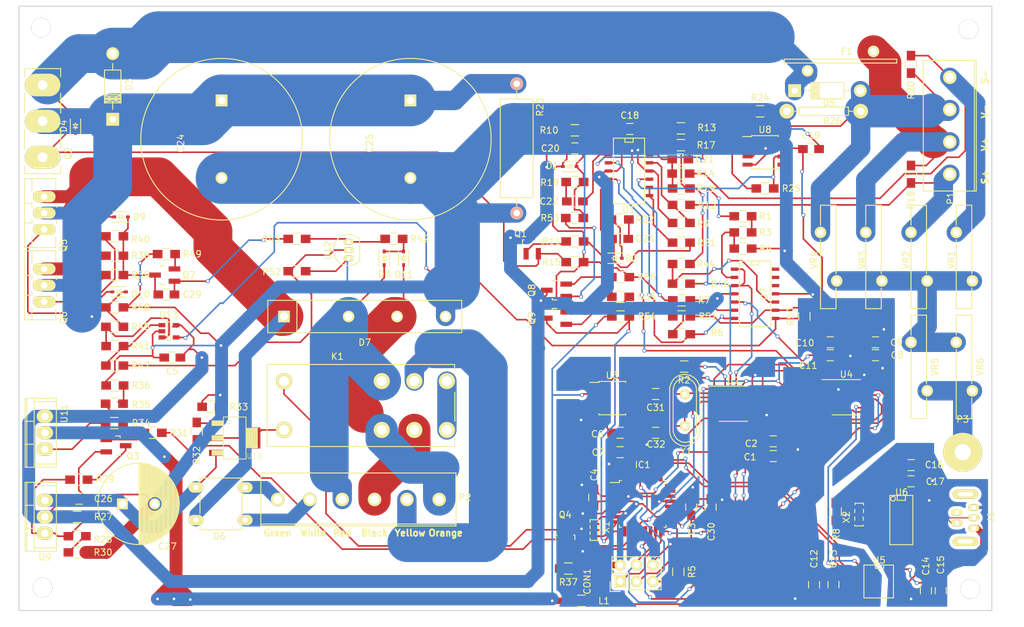
<source format=kicad_pcb>
(kicad_pcb (version 4) (host pcbnew 4.0.0-rc1-stable)
  (layers (0 F.Cu signal) (31 B.Cu signal) (34 B.Paste user) (35 F.Paste user) (36 B.SilkS user) (37 F.SilkS user) (38 B.Mask user) (39 F.Mask user) (44 Edge.Cuts user))
  (net 0 "")
  (net 1 +5VD)
  (net 2 Vrect-)
  (net 3 +5V)
  (net 4 "Net-(C6-Pad1)")
  (net 5 VUSB)
  (net 6 "Net-(C17-Pad1)")
  (net 7 VCC)
  (net 8 "Net-(C20-Pad1)")
  (net 9 "Net-(C20-Pad2)")
  (net 10 "Net-(C21-Pad1)")
  (net 11 "Net-(C21-Pad2)")
  (net 12 "Net-(C22-Pad1)")
  (net 13 "Net-(C22-Pad2)")
  (net 14 "Net-(C23-Pad1)")
  (net 15 "Net-(C23-Pad2)")
  (net 16 Vprereg)
  (net 17 "Net-(C27-Pad1)")
  (net 18 "Net-(C29-Pad1)")
  (net 19 "Net-(C29-Pad2)")
  (net 20 "Net-(C30-Pad1)")
  (net 21 "Net-(C31-Pad1)")
  (net 22 "Net-(C32-Pad1)")
  (net 23 "Net-(CON1-Pad1)")
  (net 24 "Net-(CON1-Pad3)")
  (net 25 "Net-(CON1-Pad4)")
  (net 26 "Net-(CON1-Pad5)")
  (net 27 "Net-(D2-Pad1)")
  (net 28 "Net-(D3-Pad2)")
  (net 29 "Net-(D4-Pad1)")
  (net 30 "Net-(D5-Pad2)")
  (net 31 "Net-(D6-Pad1)")
  (net 32 "Net-(D6-Pad2)")
  (net 33 Vrect+)
  (net 34 AC2)
  (net 35 AC1)
  (net 36 "Net-(D11-Pad1)")
  (net 37 "Net-(D10-Pad2)")
  (net 38 "Net-(F1-Pad2)")
  (net 39 "Net-(IC1-Pad1)")
  (net 40 "Net-(IC1-Pad2)")
  (net 41 "Net-(IC1-Pad7)")
  (net 42 "Net-(IC1-Pad8)")
  (net 43 SetVPlus)
  (net 44 VRelay)
  (net 45 "Net-(IC1-Pad12)")
  (net 46 "Net-(IC1-Pad13)")
  (net 47 "Net-(IC1-Pad14)")
  (net 48 "Net-(IC1-Pad19)")
  (net 49 "Net-(IC1-Pad22)")
  (net 50 "Net-(IC1-Pad23)")
  (net 51 "Net-(IC1-Pad24)")
  (net 52 "Net-(IC1-Pad25)")
  (net 53 "Net-(IC1-Pad26)")
  (net 54 "Net-(IC1-Pad27)")
  (net 55 "Net-(IC1-Pad28)")
  (net 56 "Net-(IC1-Pad30)")
  (net 57 "Net-(IC1-Pad31)")
  (net 58 "Net-(IC1-Pad32)")
  (net 59 "Net-(K1-Pad1)")
  (net 60 "Net-(K1-Pad3)")
  (net 61 "Net-(K1-Pad4)")
  (net 62 +24V)
  (net 63 "Net-(K1-Pad6)")
  (net 64 "Net-(P1-Pad1)")
  (net 65 "Net-(P1-Pad4)")
  (net 66 "Net-(Q1-Pad1)")
  (net 67 "Net-(Q3-Pad1)")
  (net 68 "Net-(Q3-Pad3)")
  (net 69 "Net-(Q4-Pad1)")
  (net 70 "Net-(Q5-Pad1)")
  (net 71 "Net-(Q6-Pad1)")
  (net 72 "Net-(Q7-Pad2)")
  (net 73 Voutmon)
  (net 74 "Net-(R1-Pad2)")
  (net 75 "Net-(R2-Pad1)")
  (net 76 "Net-(R3-Pad2)")
  (net 77 VSet)
  (net 78 "Net-(R6-Pad2)")
  (net 79 "Net-(R8-Pad2)")
  (net 80 "Net-(R12-Pad2)")
  (net 81 "Net-(R21-Pad1)")
  (net 82 "Net-(R24-Pad1)")
  (net 83 Ioutmon)
  (net 84 "Net-(R27-Pad2)")
  (net 85 "Net-(R28-Pad2)")
  (net 86 "Net-(R32-Pad2)")
  (net 87 "Net-(R34-Pad2)")
  (net 88 "Net-(R35-Pad2)")
  (net 89 "Net-(R41-Pad1)")
  (net 90 "Net-(R41-Pad2)")
  (net 91 "Net-(R42-Pad2)")
  (net 92 "Net-(R44-Pad1)")
  (net 93 "Net-(R47-Pad1)")
  (net 94 "Net-(R50-Pad1)")
  (net 95 "Net-(R50-Pad2)")
  (net 96 "Net-(U3-Pad1)")
  (net 97 "Net-(U3-Pad3)")
  (net 98 "Net-(U3-Pad5)")
  (net 99 "Net-(U3-Pad7)")
  (net 100 "Net-(U3-Pad8)")
  (net 101 "Net-(U4-Pad1)")
  (net 102 "Net-(U4-Pad2)")
  (net 103 "Net-(U4-Pad6)")
  (net 104 ISet)
  (net 105 "Net-(U4-Pad8)")
  (net 106 "Net-(U5-Pad7)")
  (net 107 "Net-(U5-Pad6)")
  (net 108 "Net-(U6-Pad2)")
  (net 109 "Net-(U6-Pad3)")
  (net 110 "Net-(U6-Pad5)")
  (net 111 "Net-(U6-Pad6)")
  (net 112 "Net-(U6-Pad7)")
  (net 113 "Net-(U6-Pad8)")
  (net 114 "Net-(U6-Pad9)")
  (net 115 "Net-(U6-Pad11)")
  (net 116 "Net-(U6-Pad13)")
  (net 117 "Net-(U6-Pad14)")
  (net 118 "Net-(U6-Pad15)")
  (net 119 "Net-(U6-Pad16)")
  (net 120 "Net-(J1-Pad2)")
  (net 121 "Net-(J1-Pad3)")
  (net 122 "Net-(U8-Pad1)")
  (net 123 "Net-(U8-Pad8)")
  (net 124 "Net-(VR1-Pad2)")
  (net 125 Earth_Protective)
  (net 126 CCMode)
  (net 127 "Net-(J1-Pad4)")
  (net 128 "Net-(Q8-Pad1)")
  (net 129 "Net-(Q8-Pad2)")
  (net 130 "Net-(Q9-Pad1)")
  (net 131 "Net-(U2-Pad7)")
  (net 132 "Net-(U4-Pad3)")
  (net 133 USBGND)
  (module Capacitors_SMD:C_0805_HandSoldering (layer F.Cu) (at 138.684 117.602)
    (fp_text reference C1 (at -3.575 0.15) (layer F.SilkS))
    (fp_text value 10uF)
    (pad 1 smd rect (at -1.25 0) (size 1.5 1.25) (layers F.Cu F.Paste F.Mask) (net 3 +5V))
    (pad 2 smd rect (at 1.25 0) (size 1.5 1.25) (layers F.Cu F.Paste F.Mask) (net 2 Vrect-))
  )
  (module Capacitors_SMD:C_0805_HandSoldering (layer F.Cu) (at 138.684 115.316)
    (fp_text reference C2 (at -3.4 0.35) (layer F.SilkS))
    (fp_text value 0.1uF)
    (pad 1 smd rect (at -1.25 0) (size 1.5 1.25) (layers F.Cu F.Paste F.Mask) (net 3 +5V))
    (pad 2 smd rect (at 1.25 0) (size 1.5 1.25) (layers F.Cu F.Paste F.Mask) (net 2 Vrect-))
  )
  (module Capacitors_SMD:C_0805_HandSoldering (layer F.Cu) (at 126 125.5 90)
    (fp_text reference C3 (at -3.4 0.1 90) (layer F.SilkS))
    (fp_text value 0.1uF)
    (pad 1 smd rect (at -1.25 0 90) (size 1.5 1.25) (layers F.Cu F.Paste F.Mask) (net 1 +5VD))
    (pad 2 smd rect (at 1.25 0 90) (size 1.5 1.25) (layers F.Cu F.Paste F.Mask) (net 2 Vrect-))
  )
  (module Capacitors_SMD:C_0805_HandSoldering (layer F.Cu) (at 111 124 90)
    (fp_text reference C4 (at 3.5 0 90) (layer F.SilkS))
    (fp_text value 0.1uF)
    (pad 1 smd rect (at -1.25 0 90) (size 1.5 1.25) (layers F.Cu F.Paste F.Mask) (net 1 +5VD))
    (pad 2 smd rect (at 1.25 0 90) (size 1.5 1.25) (layers F.Cu F.Paste F.Mask) (net 2 Vrect-))
  )
  (module Capacitors_SMD:C_0805_HandSoldering (layer F.Cu) (at 115 114 180)
    (fp_text reference C6 (at 3.52 -0.19 180) (layer F.SilkS))
    (fp_text value 0.1uF)
    (pad 1 smd rect (at -1.25 0 180) (size 1.5 1.25) (layers F.Cu F.Paste F.Mask) (net 4 "Net-(C6-Pad1)"))
    (pad 2 smd rect (at 1.25 0 180) (size 1.5 1.25) (layers F.Cu F.Paste F.Mask) (net 2 Vrect-))
  )
  (module Capacitors_SMD:C_0805_HandSoldering (layer F.Cu) (at 115 117 180)
    (fp_text reference C7 (at 3.41 -0.04 180) (layer F.SilkS))
    (fp_text value 1uF)
    (pad 1 smd rect (at -1.25 0 180) (size 1.5 1.25) (layers F.Cu F.Paste F.Mask) (net 4 "Net-(C6-Pad1)"))
    (pad 2 smd rect (at 1.25 0 180) (size 1.5 1.25) (layers F.Cu F.Paste F.Mask) (net 2 Vrect-))
  )
  (module Capacitors_SMD:C_0805_HandSoldering (layer F.Cu) (at 154.5 102)
    (fp_text reference C8 (at 3.34 -0.01) (layer F.SilkS))
    (fp_text value 10uF)
    (pad 1 smd rect (at -1.25 0) (size 1.5 1.25) (layers F.Cu F.Paste F.Mask) (net 1 +5VD))
    (pad 2 smd rect (at 1.25 0) (size 1.5 1.25) (layers F.Cu F.Paste F.Mask) (net 2 Vrect-))
  )
  (module Capacitors_SMD:C_0805_HandSoldering (layer F.Cu) (at 154.5 100)
    (fp_text reference C9 (at 3.25 0.05) (layer F.SilkS))
    (fp_text value 0.1uF)
    (pad 1 smd rect (at -1.25 0) (size 1.5 1.25) (layers F.Cu F.Paste F.Mask) (net 1 +5VD))
    (pad 2 smd rect (at 1.25 0) (size 1.5 1.25) (layers F.Cu F.Paste F.Mask) (net 2 Vrect-))
  )
  (module Capacitors_SMD:C_0805_HandSoldering (layer F.Cu) (at 147.5 100)
    (fp_text reference C10 (at -3.92 0.1) (layer F.SilkS))
    (fp_text value 0.1uF)
    (pad 1 smd rect (at -1.25 0) (size 1.5 1.25) (layers F.Cu F.Paste F.Mask) (net 3 +5V))
    (pad 2 smd rect (at 1.25 0) (size 1.5 1.25) (layers F.Cu F.Paste F.Mask) (net 2 Vrect-))
  )
  (module Capacitors_SMD:C_0805_HandSoldering (layer F.Cu) (at 147.5 102)
    (fp_text reference C11 (at -3.42 1.6) (layer F.SilkS))
    (fp_text value 10uF)
    (pad 1 smd rect (at -1.25 0) (size 1.5 1.25) (layers F.Cu F.Paste F.Mask) (net 3 +5V))
    (pad 2 smd rect (at 1.25 0) (size 1.5 1.25) (layers F.Cu F.Paste F.Mask) (net 2 Vrect-))
  )
  (module Capacitors_SMD:C_0805_HandSoldering (layer F.Cu) (at 145 137.5 270)
    (fp_text reference C12 (at -4 0 270) (layer F.SilkS))
    (fp_text value 10nF)
    (pad 1 smd rect (at -1.25 0 270) (size 1.5 1.25) (layers F.Cu F.Paste F.Mask) (net 1 +5VD))
    (pad 2 smd rect (at 1.25 0 270) (size 1.5 1.25) (layers F.Cu F.Paste F.Mask) (net 2 Vrect-))
  )
  (module Capacitors_SMD:C_0805_HandSoldering (layer F.Cu) (at 148 137.5 270)
    (fp_text reference C13 (at -4 0 270) (layer F.SilkS))
    (fp_text value 0.1uF)
    (pad 1 smd rect (at -1.25 0 270) (size 1.5 1.25) (layers F.Cu F.Paste F.Mask) (net 1 +5VD))
    (pad 2 smd rect (at 1.25 0 270) (size 1.5 1.25) (layers F.Cu F.Paste F.Mask) (net 2 Vrect-))
  )
  (module Capacitors_SMD:C_0805_HandSoldering (layer F.Cu) (at 162.306 138.43 270)
    (fp_text reference C14 (at -3.8 0 270) (layer F.SilkS))
    (fp_text value 10nF)
    (pad 1 smd rect (at -1.25 0 270) (size 1.5 1.25) (layers F.Cu F.Paste F.Mask) (net 5 VUSB))
    (pad 2 smd rect (at 1.25 0 270) (size 1.5 1.25) (layers F.Cu F.Paste F.Mask) (net 133 USBGND))
  )
  (module Capacitors_SMD:C_0805_HandSoldering (layer F.Cu) (at 164.592 138.43 270)
    (fp_text reference C15 (at -4 0 270) (layer F.SilkS))
    (fp_text value 0.1uF)
    (pad 1 smd rect (at -1.25 0 270) (size 1.5 1.25) (layers F.Cu F.Paste F.Mask) (net 5 VUSB))
    (pad 2 smd rect (at 1.25 0 270) (size 1.5 1.25) (layers F.Cu F.Paste F.Mask) (net 133 USBGND))
  )
  (module Capacitors_SMD:C_0805_HandSoldering (layer F.Cu) (at 160 119)
    (fp_text reference C16 (at 3.6 -0.05) (layer F.SilkS))
    (fp_text value 0.1uF)
    (pad 1 smd rect (at -1.25 0) (size 1.5 1.25) (layers F.Cu F.Paste F.Mask) (net 5 VUSB))
    (pad 2 smd rect (at 1.25 0) (size 1.5 1.25) (layers F.Cu F.Paste F.Mask) (net 133 USBGND))
  )
  (module Capacitors_SMD:C_0805_HandSoldering (layer F.Cu) (at 160 121.5)
    (fp_text reference C17 (at 3.75 0.05) (layer F.SilkS))
    (fp_text value 0.1uF)
    (pad 1 smd rect (at -1.25 0) (size 1.5 1.25) (layers F.Cu F.Paste F.Mask) (net 6 "Net-(C17-Pad1)"))
    (pad 2 smd rect (at 1.25 0) (size 1.5 1.25) (layers F.Cu F.Paste F.Mask) (net 133 USBGND))
  )
  (module Capacitors_SMD:C_0805_HandSoldering (layer F.Cu) (at 116.5 67)
    (fp_text reference C18 (at 0 -2.1) (layer F.SilkS))
    (fp_text value 0.1uF)
    (pad 1 smd rect (at -1.25 0) (size 1.5 1.25) (layers F.Cu F.Paste F.Mask) (net 7 VCC))
    (pad 2 smd rect (at 1.25 0) (size 1.5 1.25) (layers F.Cu F.Paste F.Mask) (net 2 Vrect-))
  )
  (module Capacitors_SMD:C_0805_HandSoldering (layer F.Cu) (at 144.526 70.104)
    (fp_text reference C19 (at 0 -2.1) (layer F.SilkS))
    (fp_text value 0.1uF)
    (pad 1 smd rect (at -1.25 0) (size 1.5 1.25) (layers F.Cu F.Paste F.Mask) (net 3 +5V))
    (pad 2 smd rect (at 1.25 0) (size 1.5 1.25) (layers F.Cu F.Paste F.Mask) (net 2 Vrect-))
  )
  (module Capacitors_SMD:C_0805_HandSoldering (layer F.Cu) (at 108 70 180)
    (fp_text reference C20 (at 3.8 0 180) (layer F.SilkS))
    (fp_text value 1nF)
    (pad 1 smd rect (at -1.25 0 180) (size 1.5 1.25) (layers F.Cu F.Paste F.Mask) (net 8 "Net-(C20-Pad1)"))
    (pad 2 smd rect (at 1.25 0 180) (size 1.5 1.25) (layers F.Cu F.Paste F.Mask) (net 9 "Net-(C20-Pad2)"))
  )
  (module Capacitors_SMD:C_0805_HandSoldering (layer F.Cu) (at 124.3 71.7)
    (fp_text reference C21 (at 3.8 0) (layer F.SilkS))
    (fp_text value 100pF)
    (pad 1 smd rect (at -1.25 0) (size 1.5 1.25) (layers F.Cu F.Paste F.Mask) (net 10 "Net-(C21-Pad1)"))
    (pad 2 smd rect (at 1.25 0) (size 1.5 1.25) (layers F.Cu F.Paste F.Mask) (net 11 "Net-(C21-Pad2)"))
  )
  (module Capacitors_SMD:C_0805_HandSoldering (layer F.Cu) (at 108 78.2 180)
    (fp_text reference C22 (at 4 0 180) (layer F.SilkS))
    (fp_text value 100pF)
    (pad 1 smd rect (at -1.25 0 180) (size 1.5 1.25) (layers F.Cu F.Paste F.Mask) (net 12 "Net-(C22-Pad1)"))
    (pad 2 smd rect (at 1.25 0 180) (size 1.5 1.25) (layers F.Cu F.Paste F.Mask) (net 13 "Net-(C22-Pad2)"))
  )
  (module Capacitors_SMD:C_0805_HandSoldering (layer F.Cu) (at 115 84)
    (fp_text reference C23 (at 3.8 0) (layer F.SilkS))
    (fp_text value 100p)
    (pad 1 smd rect (at -1.25 0) (size 1.5 1.25) (layers F.Cu F.Paste F.Mask) (net 14 "Net-(C23-Pad1)"))
    (pad 2 smd rect (at 1.25 0) (size 1.5 1.25) (layers F.Cu F.Paste F.Mask) (net 15 "Net-(C23-Pad2)"))
  )
  (module Capacitors_SMD:C_0805_HandSoldering (layer F.Cu) (at 31.3 124.2)
    (fp_text reference C26 (at 3.752 0.006) (layer F.SilkS))
    (fp_text value 0.1uF)
    (pad 1 smd rect (at -1.25 0) (size 1.5 1.25) (layers F.Cu F.Paste F.Mask) (net 7 VCC))
    (pad 2 smd rect (at 1.25 0) (size 1.5 1.25) (layers F.Cu F.Paste F.Mask) (net 2 Vrect-))
  )
  (module Capacitors_ThroughHole:C_Radial_D12.5_L25_P5 (layer F.Cu) (at 38 125)
    (fp_text reference C27 (at 6.958 6.572) (layer F.SilkS))
    (fp_text value 200uF)
    (pad 2 thru_hole circle (at 5 0) (size 1.7 1.7) (drill 1.2) (layers *.Cu *.Mask F.SilkS) (net 2 Vrect-))
    (pad 1 thru_hole rect (at 0 0) (size 1.7 1.7) (drill 1.2) (layers *.Cu *.Mask F.SilkS) (net 17 "Net-(C27-Pad1)"))
  )
  (module Capacitors_SMD:C_0805_HandSoldering (layer F.Cu) (at 44.8 92.6)
    (fp_text reference C29 (at 4 0) (layer F.SilkS))
    (fp_text value 1nF)
    (pad 1 smd rect (at -1.25 0) (size 1.5 1.25) (layers F.Cu F.Paste F.Mask) (net 18 "Net-(C29-Pad1)"))
    (pad 2 smd rect (at 1.25 0) (size 1.5 1.25) (layers F.Cu F.Paste F.Mask) (net 19 "Net-(C29-Pad2)"))
  )
  (module Capacitors_SMD:C_0805_HandSoldering (layer F.Cu) (at 129 125.5 90)
    (fp_text reference C30 (at -3.8 0.1 90) (layer F.SilkS))
    (fp_text value 0.1uF)
    (pad 1 smd rect (at -1.25 0 90) (size 1.5 1.25) (layers F.Cu F.Paste F.Mask) (net 20 "Net-(C30-Pad1)"))
    (pad 2 smd rect (at 1.25 0 90) (size 1.5 1.25) (layers F.Cu F.Paste F.Mask) (net 2 Vrect-))
  )
  (module Capacitors_SMD:C_0805_HandSoldering (layer F.Cu) (at 120.5 108 180)
    (fp_text reference C31 (at 0 -2.1 180) (layer F.SilkS))
    (fp_text value 20pF)
    (pad 1 smd rect (at -1.25 0 180) (size 1.5 1.25) (layers F.Cu F.Paste F.Mask) (net 21 "Net-(C31-Pad1)"))
    (pad 2 smd rect (at 1.25 0 180) (size 1.5 1.25) (layers F.Cu F.Paste F.Mask) (net 2 Vrect-))
  )
  (module Capacitors_SMD:C_0805_HandSoldering (layer F.Cu) (at 120.5 114 180)
    (fp_text reference C32 (at -0.06 -1.78 180) (layer F.SilkS))
    (fp_text value 20pF)
    (pad 1 smd rect (at -1.25 0 180) (size 1.5 1.25) (layers F.Cu F.Paste F.Mask) (net 22 "Net-(C32-Pad1)"))
    (pad 2 smd rect (at 1.25 0 180) (size 1.5 1.25) (layers F.Cu F.Paste F.Mask) (net 2 Vrect-))
  )
  (module Pin_Headers:Pin_Header_Straight_2x03 (layer F.Cu) (at 115 137 90)
    (fp_text reference CON1 (at 0 -5.1 90) (layer F.SilkS))
    (fp_text value AVR-ISP-6)
    (pad 1 thru_hole rect (at 0 0 90) (size 1.7272 1.7272) (drill 1.016) (layers *.Cu *.Mask F.SilkS) (net 23 "Net-(CON1-Pad1)"))
    (pad 2 thru_hole oval (at 2.54 0 90) (size 1.7272 1.7272) (drill 1.016) (layers *.Cu *.Mask F.SilkS) (net 1 +5VD))
    (pad 3 thru_hole oval (at 0 2.54 90) (size 1.7272 1.7272) (drill 1.016) (layers *.Cu *.Mask F.SilkS) (net 24 "Net-(CON1-Pad3)"))
    (pad 4 thru_hole oval (at 2.54 2.54 90) (size 1.7272 1.7272) (drill 1.016) (layers *.Cu *.Mask F.SilkS) (net 25 "Net-(CON1-Pad4)"))
    (pad 5 thru_hole oval (at 0 5.08 90) (size 1.7272 1.7272) (drill 1.016) (layers *.Cu *.Mask F.SilkS) (net 26 "Net-(CON1-Pad5)"))
    (pad 6 thru_hole oval (at 2.54 5.08 90) (size 1.7272 1.7272) (drill 1.016) (layers *.Cu *.Mask F.SilkS) (net 2 Vrect-))
  )
  (module Diodes_SMD:SOD-323 (layer F.Cu) (at 107.2 72.8 180)
    (fp_text reference D1 (at 2.7 0.1 180) (layer F.SilkS))
    (fp_text value 1N4148WS)
    (pad 1 smd rect (at -1.055 0 180) (size 0.59 0.45) (layers F.Cu F.Paste F.Mask) (net 8 "Net-(C20-Pad1)"))
    (pad 2 smd rect (at 1.055 0 180) (size 0.59 0.45) (layers F.Cu F.Paste F.Mask) (net 9 "Net-(C20-Pad2)"))
  )
  (module Diodes_SMD:SOD-323 (layer F.Cu) (at 114.2 87 180)
    (fp_text reference D2 (at -2.6 0 180) (layer F.SilkS))
    (fp_text value 1N4148WS)
    (pad 1 smd rect (at -1.055 0 180) (size 0.59 0.45) (layers F.Cu F.Paste F.Mask) (net 27 "Net-(D2-Pad1)"))
    (pad 2 smd rect (at 1.055 0 180) (size 0.59 0.45) (layers F.Cu F.Paste F.Mask) (net 9 "Net-(C20-Pad2)"))
  )
  (module Diodes_ThroughHole:Diode_DO-41_SOD81_Horizontal_RM10 (layer F.Cu) (at 36.5 65.5 90)
    (fp_text reference D3 (at 5.38734 2.53746 90) (layer F.SilkS))
    (fp_text value 1N4007)
    (pad 2 thru_hole circle (at 10.16 -0.00254 270) (size 1.99898 1.99898) (drill 1.27) (layers *.Cu *.Mask F.SilkS) (net 28 "Net-(D3-Pad2)"))
    (pad 1 thru_hole rect (at 0 -0.00254 270) (size 1.99898 1.99898) (drill 1.00076) (layers *.Cu *.Mask F.SilkS) (net 16 Vprereg))
  )
  (module Diodes_SMD:SOD-323 (layer F.Cu) (at 30.734 66.548 90)
    (fp_text reference D4 (at 0 -1.85 90) (layer F.SilkS))
    (fp_text value 18V)
    (pad 1 smd rect (at -1.055 0 90) (size 0.59 0.45) (layers F.Cu F.Paste F.Mask) (net 29 "Net-(D4-Pad1)"))
    (pad 2 smd rect (at 1.055 0 90) (size 0.59 0.45) (layers F.Cu F.Paste F.Mask) (net 28 "Net-(D3-Pad2)"))
  )
  (module Diodes_ThroughHole:Diode_DO-41_SOD81_Horizontal_RM10 (layer F.Cu) (at 142 61.07)
    (fp_text reference D5 (at 5.32 1.922) (layer F.SilkS))
    (fp_text value 1N4007)
    (pad 2 thru_hole circle (at 10.16 -0.00254 180) (size 1.99898 1.99898) (drill 1.27) (layers *.Cu *.Mask F.SilkS) (net 30 "Net-(D5-Pad2)"))
    (pad 1 thru_hole rect (at 0 -0.00254 180) (size 1.99898 1.99898) (drill 1.00076) (layers *.Cu *.Mask F.SilkS) (net 28 "Net-(D3-Pad2)"))
  )
  (module DiodesIncDF06M:DiodesIncDF06M (layer F.Cu) (at 57 127.5 180)
    (fp_text reference D6 (at 4 -2.5 180) (layer F.SilkS))
    (fp_text value DF06M)
    (pad 1 thru_hole oval (at 0 0 180) (size 2.3 1.6) (drill 0.8) (layers *.Cu *.Mask F.SilkS) (net 31 "Net-(D6-Pad1)"))
    (pad 2 thru_hole oval (at 0 5.04 180) (size 2.3 1.6) (drill 0.8) (layers *.Cu *.Mask F.SilkS) (net 32 "Net-(D6-Pad2)"))
    (pad 3 thru_hole oval (at 7.62 5.04 180) (size 2.3 1.6) (drill 0.8) (layers *.Cu *.Mask F.SilkS) (net 17 "Net-(C27-Pad1)"))
    (pad 4 thru_hole oval (at 7.62 0 180) (size 2.3 1.6) (drill 0.8) (layers *.Cu *.Mask F.SilkS) (net 33 Vrect+))
  )
  (module Diodes_SMD:SOD-323 (layer F.Cu) (at 78.5 87 270)
    (fp_text reference D8 (at 2.45 0 360) (layer F.SilkS))
    (fp_text value D)
    (pad 1 smd rect (at -1.055 0 270) (size 0.59 0.45) (layers F.Cu F.Paste F.Mask) (net 36 "Net-(D11-Pad1)"))
    (pad 2 smd rect (at 1.055 0 270) (size 0.59 0.45) (layers F.Cu F.Paste F.Mask) (net 35 AC1))
  )
  (module Diodes_SMD:SOD-323 (layer F.Cu) (at 37.8 80.6)
    (fp_text reference D9 (at 2.8 0) (layer F.SilkS))
    (fp_text value DDZ18CSF-7)
    (pad 1 smd rect (at -1.055 0) (size 0.59 0.45) (layers F.Cu F.Paste F.Mask) (net 33 Vrect+))
    (pad 2 smd rect (at 1.055 0) (size 0.59 0.45) (layers F.Cu F.Paste F.Mask) (net 18 "Net-(C29-Pad1)"))
  )
  (module Diodes_SMD:SOD-323 (layer F.Cu) (at 37.5 92.2)
    (fp_text reference D10 (at 3.3 0.4) (layer F.SilkS))
    (fp_text value 3V3)
    (pad 1 smd rect (at -1.055 0) (size 0.59 0.45) (layers F.Cu F.Paste F.Mask) (net 16 Vprereg))
    (pad 2 smd rect (at 1.055 0) (size 0.59 0.45) (layers F.Cu F.Paste F.Mask) (net 37 "Net-(D10-Pad2)"))
  )
  (module Diodes_SMD:SOD-323 (layer F.Cu) (at 81.5 87 270)
    (fp_text reference D11 (at 2.55 -0.05 360) (layer F.SilkS))
    (fp_text value D)
    (pad 1 smd rect (at -1.055 0 270) (size 0.59 0.45) (layers F.Cu F.Paste F.Mask) (net 36 "Net-(D11-Pad1)"))
    (pad 2 smd rect (at 1.055 0 270) (size 0.59 0.45) (layers F.Cu F.Paste F.Mask) (net 34 AC2))
  )
  (module BournsMF-R500:BOURNSMF-R500 (layer F.Cu) (at 144 58)
    (fp_text reference F1 (at 6 -3) (layer F.SilkS))
    (fp_text value "5A PTC")
    (pad 1 thru_hole circle (at 0 0) (size 1.8 1.8) (drill 1.1) (layers *.Cu *.Mask F.SilkS) (net 28 "Net-(D3-Pad2)"))
    (pad 2 thru_hole circle (at 10.2 -3) (size 1.8 1.8) (drill 1.1) (layers *.Cu *.Mask F.SilkS) (net 38 "Net-(F1-Pad2)"))
  )
  (module Housings_QFP:TQFP-32_7x7mm_Pitch0.8mm (layer F.Cu) (at 118.5 125)
    (fp_text reference IC1 (at 0 -6.05) (layer F.SilkS))
    (fp_text value ATMEGA328P-A)
    (pad 1 smd rect (at -4.25 -2.8) (size 1.6 0.55) (layers F.Cu F.Paste F.Mask) (net 39 "Net-(IC1-Pad1)"))
    (pad 2 smd rect (at -4.25 -2) (size 1.6 0.55) (layers F.Cu F.Paste F.Mask) (net 40 "Net-(IC1-Pad2)"))
    (pad 3 smd rect (at -4.25 -1.2) (size 1.6 0.55) (layers F.Cu F.Paste F.Mask) (net 2 Vrect-))
    (pad 4 smd rect (at -4.25 -0.4) (size 1.6 0.55) (layers F.Cu F.Paste F.Mask) (net 1 +5VD))
    (pad 5 smd rect (at -4.25 0.4) (size 1.6 0.55) (layers F.Cu F.Paste F.Mask) (net 2 Vrect-))
    (pad 6 smd rect (at -4.25 1.2) (size 1.6 0.55) (layers F.Cu F.Paste F.Mask) (net 1 +5VD))
    (pad 7 smd rect (at -4.25 2) (size 1.6 0.55) (layers F.Cu F.Paste F.Mask) (net 41 "Net-(IC1-Pad7)"))
    (pad 8 smd rect (at -4.25 2.8) (size 1.6 0.55) (layers F.Cu F.Paste F.Mask) (net 42 "Net-(IC1-Pad8)"))
    (pad 9 smd rect (at -2.8 4.25 90) (size 1.6 0.55) (layers F.Cu F.Paste F.Mask) (net 126 CCMode))
    (pad 10 smd rect (at -2 4.25 90) (size 1.6 0.55) (layers F.Cu F.Paste F.Mask) (net 43 SetVPlus))
    (pad 11 smd rect (at -1.2 4.25 90) (size 1.6 0.55) (layers F.Cu F.Paste F.Mask) (net 44 VRelay))
    (pad 12 smd rect (at -0.4 4.25 90) (size 1.6 0.55) (layers F.Cu F.Paste F.Mask) (net 45 "Net-(IC1-Pad12)"))
    (pad 13 smd rect (at 0.4 4.25 90) (size 1.6 0.55) (layers F.Cu F.Paste F.Mask) (net 46 "Net-(IC1-Pad13)"))
    (pad 14 smd rect (at 1.2 4.25 90) (size 1.6 0.55) (layers F.Cu F.Paste F.Mask) (net 47 "Net-(IC1-Pad14)"))
    (pad 15 smd rect (at 2 4.25 90) (size 1.6 0.55) (layers F.Cu F.Paste F.Mask) (net 25 "Net-(CON1-Pad4)"))
    (pad 16 smd rect (at 2.8 4.25 90) (size 1.6 0.55) (layers F.Cu F.Paste F.Mask) (net 23 "Net-(CON1-Pad1)"))
    (pad 17 smd rect (at 4.25 2.8) (size 1.6 0.55) (layers F.Cu F.Paste F.Mask) (net 24 "Net-(CON1-Pad3)"))
    (pad 18 smd rect (at 4.25 2) (size 1.6 0.55) (layers F.Cu F.Paste F.Mask) (net 1 +5VD))
    (pad 19 smd rect (at 4.25 1.2) (size 1.6 0.55) (layers F.Cu F.Paste F.Mask) (net 48 "Net-(IC1-Pad19)"))
    (pad 20 smd rect (at 4.25 0.4) (size 1.6 0.55) (layers F.Cu F.Paste F.Mask) (net 20 "Net-(C30-Pad1)"))
    (pad 21 smd rect (at 4.25 -0.4) (size 1.6 0.55) (layers F.Cu F.Paste F.Mask) (net 2 Vrect-))
    (pad 22 smd rect (at 4.25 -1.2) (size 1.6 0.55) (layers F.Cu F.Paste F.Mask) (net 49 "Net-(IC1-Pad22)"))
    (pad 23 smd rect (at 4.25 -2) (size 1.6 0.55) (layers F.Cu F.Paste F.Mask) (net 50 "Net-(IC1-Pad23)"))
    (pad 24 smd rect (at 4.25 -2.8) (size 1.6 0.55) (layers F.Cu F.Paste F.Mask) (net 51 "Net-(IC1-Pad24)"))
    (pad 25 smd rect (at 2.8 -4.25 90) (size 1.6 0.55) (layers F.Cu F.Paste F.Mask) (net 52 "Net-(IC1-Pad25)"))
    (pad 26 smd rect (at 2 -4.25 90) (size 1.6 0.55) (layers F.Cu F.Paste F.Mask) (net 53 "Net-(IC1-Pad26)"))
    (pad 27 smd rect (at 1.2 -4.25 90) (size 1.6 0.55) (layers F.Cu F.Paste F.Mask) (net 54 "Net-(IC1-Pad27)"))
    (pad 28 smd rect (at 0.4 -4.25 90) (size 1.6 0.55) (layers F.Cu F.Paste F.Mask) (net 55 "Net-(IC1-Pad28)"))
    (pad 29 smd rect (at -0.4 -4.25 90) (size 1.6 0.55) (layers F.Cu F.Paste F.Mask) (net 26 "Net-(CON1-Pad5)"))
    (pad 30 smd rect (at -1.2 -4.25 90) (size 1.6 0.55) (layers F.Cu F.Paste F.Mask) (net 56 "Net-(IC1-Pad30)"))
    (pad 31 smd rect (at -2 -4.25 90) (size 1.6 0.55) (layers F.Cu F.Paste F.Mask) (net 57 "Net-(IC1-Pad31)"))
    (pad 32 smd rect (at -2.8 -4.25 90) (size 1.6 0.55) (layers F.Cu F.Paste F.Mask) (net 58 "Net-(IC1-Pad32)"))
  )
  (module hf115F:HF115F (layer F.Cu) (at 63 106)
    (fp_text reference K1 (at 8.255 -3.81) (layer F.SilkS))
    (fp_text value HF115F)
    (pad 1 thru_hole circle (at 0 0) (size 2.5 2.5) (drill 1.55) (layers *.Cu *.Mask F.SilkS) (net 59 "Net-(K1-Pad1)"))
    (pad 3 thru_hole circle (at 20.16 0) (size 2.5 2.5) (drill 1.55) (layers *.Cu *.Mask F.SilkS) (net 60 "Net-(K1-Pad3)"))
    (pad 2 thru_hole circle (at 15.12 0) (size 2.5 2.5) (drill 1.55) (layers *.Cu *.Mask F.SilkS) (net 35 AC1))
    (pad 4 thru_hole circle (at 25.2 0) (size 2.5 2.5) (drill 1.55) (layers *.Cu *.Mask F.SilkS) (net 61 "Net-(K1-Pad4)"))
    (pad 8 thru_hole circle (at 0 7.56) (size 2.5 2.5) (drill 1.55) (layers *.Cu *.Mask F.SilkS) (net 62 +24V))
    (pad 7 thru_hole circle (at 15.12 7.56) (size 2.5 2.5) (drill 1.55) (layers *.Cu *.Mask F.SilkS) (net 34 AC2))
    (pad 6 thru_hole circle (at 20.16 7.56) (size 2.5 2.5) (drill 1.55) (layers *.Cu *.Mask F.SilkS) (net 63 "Net-(K1-Pad6)"))
    (pad 5 thru_hole circle (at 25.2 7.56) (size 2.5 2.5) (drill 1.55) (layers *.Cu *.Mask F.SilkS) (net 61 "Net-(K1-Pad4)"))
  )
  (module Resistors_SMD:R_0805_HandSoldering (layer F.Cu) (at 109 140)
    (fp_text reference L1 (at 3.5 0) (layer F.SilkS))
    (fp_text value "220 Ohm Ferrite")
    (pad 1 smd rect (at -1.35 0) (size 1.5 1.3) (layers F.Cu F.Paste F.Mask) (net 3 +5V))
    (pad 2 smd rect (at 1.35 0) (size 1.5 1.3) (layers F.Cu F.Paste F.Mask) (net 1 +5VD))
  )
  (module RS5mmClampTerminals:RS5mmClampTerminal (layer F.Cu) (at 166 74 90)
    (fp_text reference P1 (at -3.724 0.116 90) (layer F.SilkS))
    (fp_text value CONN_01X04)
    (pad 1 thru_hole circle (at 0 0 90) (size 2.1 2.1) (drill 1.4) (layers *.Cu *.Mask F.SilkS) (net 64 "Net-(P1-Pad1)"))
    (pad 2 thru_hole circle (at 5 0 90) (size 2.1 2.1) (drill 1.4) (layers *.Cu *.Mask F.SilkS) (net 38 "Net-(F1-Pad2)"))
    (pad 3 thru_hole circle (at 10 0 90) (size 2.1 2.1) (drill 1.4) (layers *.Cu *.Mask F.SilkS) (net 30 "Net-(D5-Pad2)"))
    (pad 4 thru_hole circle (at 15 0 90) (size 2.1 2.1) (drill 1.4) (layers *.Cu *.Mask F.SilkS) (net 65 "Net-(P1-Pad4)"))
  )
  (module RS5mmClampTerminals:6PosRS5mmClampTerminal (layer F.Cu) (at 62.0075 124.3175)
    (fp_text reference P2 (at 28.9925 -0.3175) (layer F.SilkS))
    (fp_text value CONN_01X06)
    (pad 1 thru_hole circle (at 0 0) (size 2.1 2.1) (drill 1.4) (layers *.Cu *.Mask F.SilkS) (net 32 "Net-(D6-Pad2)"))
    (pad 2 thru_hole circle (at 5 0) (size 2.1 2.1) (drill 1.4) (layers *.Cu *.Mask F.SilkS) (net 31 "Net-(D6-Pad1)"))
    (pad 3 thru_hole circle (at 10 0) (size 2.1 2.1) (drill 1.4) (layers *.Cu *.Mask F.SilkS) (net 35 AC1))
    (pad 4 thru_hole circle (at 15 0) (size 2.1 2.1) (drill 1.4) (layers *.Cu *.Mask F.SilkS) (net 63 "Net-(K1-Pad6)"))
    (pad 5 thru_hole circle (at 20 0) (size 2.1 2.1) (drill 1.4) (layers *.Cu *.Mask F.SilkS) (net 60 "Net-(K1-Pad3)"))
    (pad 6 thru_hole circle (at 25 0) (size 2.1 2.1) (drill 1.4) (layers *.Cu *.Mask F.SilkS) (net 34 AC2))
  )
  (module Housings_SOT-23_SOT-143_TSOT-6:SOT-23_Handsoldering (layer F.Cu) (at 101.4 84.8)
    (fp_text reference Q1 (at -1.8 -1.6) (layer F.SilkS))
    (fp_text value BC847B)
    (pad 1 smd rect (at -0.95 1.50114) (size 0.8001 1.80086) (layers F.Cu F.Paste F.Mask) (net 66 "Net-(Q1-Pad1)"))
    (pad 2 smd rect (at 0.95 1.50114) (size 0.8001 1.80086) (layers F.Cu F.Paste F.Mask) (net 29 "Net-(D4-Pad1)"))
    (pad 3 smd rect (at 0 -1.50114) (size 0.8001 1.80086) (layers F.Cu F.Paste F.Mask) (net 7 VCC))
  )
  (module Transistors_TO-247:TO-247_Vertical_Neutral123_largePads (layer F.Cu) (at 25.654 65.786 90)
    (fp_text reference Q2 (at -5 4 90) (layer F.SilkS))
    (fp_text value IRFP044N)
    (pad 2 thru_hole oval (at 0 0 180) (size 5.50164 3.50012) (drill 1.50114) (layers *.Cu *.Mask F.SilkS) (net 16 Vprereg))
    (pad 1 thru_hole oval (at -5.588 0 180) (size 5.50164 3.50012) (drill 1.50114) (layers *.Cu *.Mask F.SilkS) (net 29 "Net-(D4-Pad1)"))
    (pad 3 thru_hole oval (at 5.588 0 180) (size 5.50164 3.50012) (drill 1.50114) (layers *.Cu *.Mask F.SilkS) (net 28 "Net-(D3-Pad2)"))
  )
  (module Housings_SOT-23_SOT-143_TSOT-6:SOT-23_Handsoldering (layer F.Cu) (at 37 116 270)
    (fp_text reference Q3 (at 1.602 -2.624 360) (layer F.SilkS))
    (fp_text value BC847B)
    (pad 1 smd rect (at -0.95 1.50114 270) (size 0.8001 1.80086) (layers F.Cu F.Paste F.Mask) (net 67 "Net-(Q3-Pad1)"))
    (pad 2 smd rect (at 0.95 1.50114 270) (size 0.8001 1.80086) (layers F.Cu F.Paste F.Mask) (net 2 Vrect-))
    (pad 3 smd rect (at 0 -1.50114 270) (size 0.8001 1.80086) (layers F.Cu F.Paste F.Mask) (net 68 "Net-(Q3-Pad3)"))
  )
  (module Housings_SOT-23_SOT-143_TSOT-6:SOT-23_Handsoldering (layer F.Cu) (at 106.5 130.5)
    (fp_text reference Q4 (at 0 -3.81) (layer F.SilkS))
    (fp_text value BC847B)
    (pad 1 smd rect (at -0.95 1.50114) (size 0.8001 1.80086) (layers F.Cu F.Paste F.Mask) (net 69 "Net-(Q4-Pad1)"))
    (pad 2 smd rect (at 0.95 1.50114) (size 0.8001 1.80086) (layers F.Cu F.Paste F.Mask) (net 2 Vrect-))
    (pad 3 smd rect (at 0 -1.50114) (size 0.8001 1.80086) (layers F.Cu F.Paste F.Mask) (net 59 "Net-(K1-Pad1)"))
  )
  (module Transistors_TO-220:TO-220_Neutral123_Vertical_LargePads (layer F.Cu) (at 25.908 80.01 90)
    (fp_text reference Q5 (at -5 3 90) (layer F.SilkS))
    (fp_text value IRFP5210)
    (pad 2 thru_hole oval (at 0 0 180) (size 3.50012 1.69926) (drill 1.00076) (layers *.Cu *.Mask F.SilkS) (net 16 Vprereg))
    (pad 1 thru_hole oval (at -2.54 0 180) (size 3.50012 1.69926) (drill 1.00076) (layers *.Cu *.Mask F.SilkS) (net 70 "Net-(Q5-Pad1)"))
    (pad 3 thru_hole oval (at 2.54 0 180) (size 3.50012 1.69926) (drill 1.00076) (layers *.Cu *.Mask F.SilkS) (net 33 Vrect+))
  )
  (module Transistors_TO-220:TO-220_Neutral123_Vertical_LargePads (layer F.Cu) (at 25.908 91.186 90)
    (fp_text reference Q6 (at -5 3 90) (layer F.SilkS))
    (fp_text value IRFP5210)
    (pad 2 thru_hole oval (at 0 0 180) (size 3.50012 1.69926) (drill 1.00076) (layers *.Cu *.Mask F.SilkS) (net 16 Vprereg))
    (pad 1 thru_hole oval (at -2.54 0 180) (size 3.50012 1.69926) (drill 1.00076) (layers *.Cu *.Mask F.SilkS) (net 71 "Net-(Q6-Pad1)"))
    (pad 3 thru_hole oval (at 2.54 0 180) (size 3.50012 1.69926) (drill 1.00076) (layers *.Cu *.Mask F.SilkS) (net 33 Vrect+))
  )
  (module Housings_SOT-23_SOT-143_TSOT-6:SOT-23_Handsoldering (layer F.Cu) (at 44.55 89.6 90)
    (fp_text reference Q7 (at 0 3.75 180) (layer F.SilkS))
    (fp_text value BC847B)
    (pad 1 smd rect (at -0.95 1.50114 90) (size 0.8001 1.80086) (layers F.Cu F.Paste F.Mask) (net 19 "Net-(C29-Pad2)"))
    (pad 2 smd rect (at 0.95 1.50114 90) (size 0.8001 1.80086) (layers F.Cu F.Paste F.Mask) (net 72 "Net-(Q7-Pad2)"))
    (pad 3 smd rect (at 0 -1.50114 90) (size 0.8001 1.80086) (layers F.Cu F.Paste F.Mask) (net 18 "Net-(C29-Pad1)"))
  )
  (module Resistors_SMD:R_0805_HandSoldering (layer F.Cu) (at 134 80.5)
    (fp_text reference R1 (at 3.5 0) (layer F.SilkS))
    (fp_text value 100R)
    (pad 1 smd rect (at -1.35 0) (size 1.5 1.3) (layers F.Cu F.Paste F.Mask) (net 73 Voutmon))
    (pad 2 smd rect (at 1.35 0) (size 1.5 1.3) (layers F.Cu F.Paste F.Mask) (net 74 "Net-(R1-Pad2)"))
  )
  (module Resistors_SMD:R_0805_HandSoldering (layer F.Cu) (at 124.9 103.75 180)
    (fp_text reference R2 (at 0 -2.1 180) (layer F.SilkS))
    (fp_text value 4.7K)
    (pad 1 smd rect (at -1.35 0 180) (size 1.5 1.3) (layers F.Cu F.Paste F.Mask) (net 75 "Net-(R2-Pad1)"))
    (pad 2 smd rect (at 1.35 0 180) (size 1.5 1.3) (layers F.Cu F.Paste F.Mask) (net 3 +5V))
  )
  (module Resistors_SMD:R_0805_HandSoldering (layer F.Cu) (at 134 83 180)
    (fp_text reference R3 (at -3.5 0 180) (layer F.SilkS))
    (fp_text value 10K)
    (pad 1 smd rect (at -1.35 0 180) (size 1.5 1.3) (layers F.Cu F.Paste F.Mask) (net 74 "Net-(R1-Pad2)"))
    (pad 2 smd rect (at 1.35 0 180) (size 1.5 1.3) (layers F.Cu F.Paste F.Mask) (net 76 "Net-(R3-Pad2)"))
  )
  (module Resistors_SMD:R_0805_HandSoldering (layer F.Cu) (at 134 85.5)
    (fp_text reference R4 (at 3.5 0) (layer F.SilkS))
    (fp_text value 2K)
    (pad 1 smd rect (at -1.35 0) (size 1.5 1.3) (layers F.Cu F.Paste F.Mask) (net 76 "Net-(R3-Pad2)"))
    (pad 2 smd rect (at 1.35 0) (size 1.5 1.3) (layers F.Cu F.Paste F.Mask) (net 2 Vrect-))
  )
  (module Resistors_SMD:R_0805_HandSoldering (layer F.Cu) (at 124 135.5 270)
    (fp_text reference R5 (at 0 -2.1 270) (layer F.SilkS))
    (fp_text value 4K7)
    (pad 1 smd rect (at -1.35 0 270) (size 1.5 1.3) (layers F.Cu F.Paste F.Mask) (net 1 +5VD))
    (pad 2 smd rect (at 1.35 0 270) (size 1.5 1.3) (layers F.Cu F.Paste F.Mask) (net 26 "Net-(CON1-Pad5)"))
  )
  (module Resistors_SMD:R_0805_HandSoldering (layer F.Cu) (at 124.5 98.75 180)
    (fp_text reference R6 (at -5.5 0.25 180) (layer F.SilkS))
    (fp_text value 10K)
    (pad 1 smd rect (at -1.35 0 180) (size 1.5 1.3) (layers F.Cu F.Paste F.Mask) (net 77 VSet))
    (pad 2 smd rect (at 1.35 0 180) (size 1.5 1.3) (layers F.Cu F.Paste F.Mask) (net 78 "Net-(R6-Pad2)"))
  )
  (module Resistors_SMD:R_0805_HandSoldering (layer F.Cu) (at 124.5 93.5 180)
    (fp_text reference R7 (at -3.5 0 180) (layer F.SilkS))
    (fp_text value 2K)
    (pad 1 smd rect (at -1.35 0 180) (size 1.5 1.3) (layers F.Cu F.Paste F.Mask) (net 78 "Net-(R6-Pad2)"))
    (pad 2 smd rect (at 1.35 0 180) (size 1.5 1.3) (layers F.Cu F.Paste F.Mask) (net 2 Vrect-))
  )
  (module Resistors_SMD:R_0805_HandSoldering (layer F.Cu) (at 148.35 126.2 270)
    (fp_text reference R8 (at 3.55 -0.1 270) (layer F.SilkS))
    (fp_text value 4.7K)
    (pad 1 smd rect (at -1.35 0 270) (size 1.5 1.3) (layers F.Cu F.Paste F.Mask) (net 5 VUSB))
    (pad 2 smd rect (at 1.35 0 270) (size 1.5 1.3) (layers F.Cu F.Paste F.Mask) (net 79 "Net-(R8-Pad2)"))
  )
  (module Resistors_SMD:R_0805_HandSoldering (layer F.Cu) (at 124.46 81.534)
    (fp_text reference R9 (at 3.4 0.15) (layer F.SilkS))
    (fp_text value 4K7)
    (pad 1 smd rect (at -1.35 0) (size 1.5 1.3) (layers F.Cu F.Paste F.Mask) (net 2 Vrect-))
    (pad 2 smd rect (at 1.35 0) (size 1.5 1.3) (layers F.Cu F.Paste F.Mask) (net 80 "Net-(R12-Pad2)"))
  )
  (module Resistors_SMD:R_0805_HandSoldering (layer F.Cu) (at 108 67.2)
    (fp_text reference R10 (at -4 0) (layer F.SilkS))
    (fp_text value 47K)
    (pad 1 smd rect (at -1.35 0) (size 1.5 1.3) (layers F.Cu F.Paste F.Mask) (net 7 VCC))
    (pad 2 smd rect (at 1.35 0) (size 1.5 1.3) (layers F.Cu F.Paste F.Mask) (net 9 "Net-(C20-Pad2)"))
  )
  (module Resistors_SMD:R_0805_HandSoldering (layer F.Cu) (at 108 84.4 180)
    (fp_text reference R11 (at 3.6 0 180) (layer F.SilkS))
    (fp_text value 2K2)
    (pad 1 smd rect (at -1.35 0 180) (size 1.5 1.3) (layers F.Cu F.Paste F.Mask) (net 9 "Net-(C20-Pad2)"))
    (pad 2 smd rect (at 1.35 0 180) (size 1.5 1.3) (layers F.Cu F.Paste F.Mask) (net 66 "Net-(Q1-Pad1)"))
  )
  (module Resistors_SMD:R_0805_HandSoldering (layer F.Cu) (at 124.46 78.74 180)
    (fp_text reference R12 (at -4 -0.1 180) (layer F.SilkS))
    (fp_text value 4K7)
    (pad 1 smd rect (at -1.35 0 180) (size 1.5 1.3) (layers F.Cu F.Paste F.Mask) (net 64 "Net-(P1-Pad1)"))
    (pad 2 smd rect (at 1.35 0 180) (size 1.5 1.3) (layers F.Cu F.Paste F.Mask) (net 80 "Net-(R12-Pad2)"))
  )
  (module Resistors_SMD:R_0805_HandSoldering (layer F.Cu) (at 124.4 66.9)
    (fp_text reference R13 (at 4 -0.1) (layer F.SilkS))
    (fp_text value 22K)
    (pad 1 smd rect (at -1.35 0) (size 1.5 1.3) (layers F.Cu F.Paste F.Mask) (net 73 Voutmon))
    (pad 2 smd rect (at 1.35 0) (size 1.5 1.3) (layers F.Cu F.Paste F.Mask) (net 12 "Net-(C22-Pad1)"))
  )
  (module Resistors_SMD:R_0805_HandSoldering (layer F.Cu) (at 124.4 73.9 180)
    (fp_text reference R14 (at -3.8 0 180) (layer F.SilkS))
    (fp_text value 4K7)
    (pad 1 smd rect (at -1.35 0 180) (size 1.5 1.3) (layers F.Cu F.Paste F.Mask) (net 65 "Net-(P1-Pad4)"))
    (pad 2 smd rect (at 1.35 0 180) (size 1.5 1.3) (layers F.Cu F.Paste F.Mask) (net 10 "Net-(C21-Pad1)"))
  )
  (module Resistors_SMD:R_0805_HandSoldering (layer F.Cu) (at 108 87.6)
    (fp_text reference R15 (at -3.6 0) (layer F.SilkS))
    (fp_text value 4K7)
    (pad 1 smd rect (at -1.35 0) (size 1.5 1.3) (layers F.Cu F.Paste F.Mask) (net 29 "Net-(D4-Pad1)"))
    (pad 2 smd rect (at 1.35 0) (size 1.5 1.3) (layers F.Cu F.Paste F.Mask) (net 2 Vrect-))
  )
  (module Resistors_SMD:R_0805_HandSoldering (layer F.Cu) (at 160 74 90)
    (fp_text reference R16 (at -4 0 90) (layer F.SilkS))
    (fp_text value 10K)
    (pad 1 smd rect (at -1.35 0 90) (size 1.5 1.3) (layers F.Cu F.Paste F.Mask) (net 64 "Net-(P1-Pad1)"))
    (pad 2 smd rect (at 1.35 0 90) (size 1.5 1.3) (layers F.Cu F.Paste F.Mask) (net 38 "Net-(F1-Pad2)"))
  )
  (module Resistors_SMD:R_0805_HandSoldering (layer F.Cu) (at 124.4 69.5 180)
    (fp_text reference R17 (at -3.9 0 180) (layer F.SilkS))
    (fp_text value 5K1)
    (pad 1 smd rect (at -1.35 0 180) (size 1.5 1.3) (layers F.Cu F.Paste F.Mask) (net 11 "Net-(C21-Pad2)"))
    (pad 2 smd rect (at 1.35 0 180) (size 1.5 1.3) (layers F.Cu F.Paste F.Mask) (net 73 Voutmon))
  )
  (module Resistors_SMD:R_0805_HandSoldering (layer F.Cu) (at 108 75.2)
    (fp_text reference R18 (at -3.9 0.1) (layer F.SilkS))
    (fp_text value 10K)
    (pad 1 smd rect (at -1.35 0) (size 1.5 1.3) (layers F.Cu F.Paste F.Mask) (net 13 "Net-(C22-Pad2)"))
    (pad 2 smd rect (at 1.35 0) (size 1.5 1.3) (layers F.Cu F.Paste F.Mask) (net 8 "Net-(C20-Pad1)"))
  )
  (module Resistors_SMD:R_0805_HandSoldering (layer F.Cu) (at 124.46 76.2)
    (fp_text reference R19 (at 3.81 0) (layer F.SilkS))
    (fp_text value 4K7)
    (pad 1 smd rect (at -1.35 0) (size 1.5 1.3) (layers F.Cu F.Paste F.Mask) (net 10 "Net-(C21-Pad1)"))
    (pad 2 smd rect (at 1.35 0) (size 1.5 1.3) (layers F.Cu F.Paste F.Mask) (net 73 Voutmon))
  )
  (module Resistors_SMD:R_0805_HandSoldering (layer F.Cu) (at 160 57 270)
    (fp_text reference R20 (at 4 0 270) (layer F.SilkS))
    (fp_text value 10K)
    (pad 1 smd rect (at -1.35 0 270) (size 1.5 1.3) (layers F.Cu F.Paste F.Mask) (net 65 "Net-(P1-Pad4)"))
    (pad 2 smd rect (at 1.35 0 270) (size 1.5 1.3) (layers F.Cu F.Paste F.Mask) (net 30 "Net-(D5-Pad2)"))
  )
  (module Resistors_SMD:R_0805_HandSoldering (layer F.Cu) (at 124.46 84.582)
    (fp_text reference R21 (at 3.9 0) (layer F.SilkS))
    (fp_text value 10K)
    (pad 1 smd rect (at -1.35 0) (size 1.5 1.3) (layers F.Cu F.Paste F.Mask) (net 81 "Net-(R21-Pad1)"))
    (pad 2 smd rect (at 1.35 0) (size 1.5 1.3) (layers F.Cu F.Paste F.Mask) (net 14 "Net-(C23-Pad1)"))
  )
  (module Resistors_SMD:R_0805_HandSoldering (layer F.Cu) (at 115 81 180)
    (fp_text reference R22 (at -3.8 0 180) (layer F.SilkS))
    (fp_text value 5K1)
    (pad 1 smd rect (at -1.35 0 180) (size 1.5 1.3) (layers F.Cu F.Paste F.Mask) (net 15 "Net-(C23-Pad2)"))
    (pad 2 smd rect (at 1.35 0 180) (size 1.5 1.3) (layers F.Cu F.Paste F.Mask) (net 27 "Net-(D2-Pad1)"))
  )
  (module Resistors_SMD:R_0805_HandSoldering (layer F.Cu) (at 136.652 64.262)
    (fp_text reference R24 (at 0 -2.1) (layer F.SilkS))
    (fp_text value 10R)
    (pad 1 smd rect (at -1.35 0) (size 1.5 1.3) (layers F.Cu F.Paste F.Mask) (net 82 "Net-(R24-Pad1)"))
    (pad 2 smd rect (at 1.35 0) (size 1.5 1.3) (layers F.Cu F.Paste F.Mask) (net 2 Vrect-))
  )
  (module Resistors_SMD:R_0805_HandSoldering (layer F.Cu) (at 137.414 76.2 180)
    (fp_text reference R25 (at -4.064 0 180) (layer F.SilkS))
    (fp_text value 1K)
    (pad 1 smd rect (at -1.35 0 180) (size 1.5 1.3) (layers F.Cu F.Paste F.Mask) (net 83 Ioutmon))
    (pad 2 smd rect (at 1.35 0 180) (size 1.5 1.3) (layers F.Cu F.Paste F.Mask) (net 82 "Net-(R24-Pad1)"))
  )
  (module welwyn-oar1:WELWYNOAR1 (layer F.Cu) (at 146.5 64.25 180)
    (fp_text reference R26 (at -1.328 -1.536 180) (layer F.SilkS))
    (fp_text value 10m)
    (pad 1 thru_hole circle (at -5.715 0 180) (size 2.286 2.286) (drill 1.1684) (layers *.Cu *.Mask F.SilkS) (net 30 "Net-(D5-Pad2)"))
    (pad 2 thru_hole circle (at 5.715 0 180) (size 2.286 2.286) (drill 1.1684) (layers *.Cu *.Mask F.SilkS) (net 2 Vrect-))
  )
  (module Resistors_SMD:R_0805_HandSoldering (layer F.Cu) (at 31 127)
    (fp_text reference R27 (at 4.052 0) (layer F.SilkS))
    (fp_text value 240R)
    (pad 1 smd rect (at -1.35 0) (size 1.5 1.3) (layers F.Cu F.Paste F.Mask) (net 7 VCC))
    (pad 2 smd rect (at 1.35 0) (size 1.5 1.3) (layers F.Cu F.Paste F.Mask) (net 84 "Net-(R27-Pad2)"))
  )
  (module Resistors_SMD:R_0805_HandSoldering (layer F.Cu) (at 31 130)
    (fp_text reference R28 (at 4 0.5) (layer F.SilkS))
    (fp_text value 6K2)
    (pad 1 smd rect (at -1.35 0) (size 1.5 1.3) (layers F.Cu F.Paste F.Mask) (net 84 "Net-(R27-Pad2)"))
    (pad 2 smd rect (at 1.35 0) (size 1.5 1.3) (layers F.Cu F.Paste F.Mask) (net 85 "Net-(R28-Pad2)"))
  )
  (module Resistors_SMD:R_0805_HandSoldering (layer F.Cu) (at 31.25 121.25)
    (fp_text reference R29 (at 4.056 -0.092) (layer F.SilkS))
    (fp_text value 10K)
    (pad 1 smd rect (at -1.35 0) (size 1.5 1.3) (layers F.Cu F.Paste F.Mask) (net 84 "Net-(R27-Pad2)"))
    (pad 2 smd rect (at 1.35 0) (size 1.5 1.3) (layers F.Cu F.Paste F.Mask) (net 68 "Net-(Q3-Pad3)"))
  )
  (module Resistors_SMD:R_0805_HandSoldering (layer F.Cu) (at 31 132.5)
    (fp_text reference R30 (at 4 0) (layer F.SilkS))
    (fp_text value 1K)
    (pad 1 smd rect (at -1.35 0) (size 1.5 1.3) (layers F.Cu F.Paste F.Mask) (net 85 "Net-(R28-Pad2)"))
    (pad 2 smd rect (at 1.35 0) (size 1.5 1.3) (layers F.Cu F.Paste F.Mask) (net 2 Vrect-))
  )
  (module Resistors_SMD:R_0805_HandSoldering (layer F.Cu) (at 42.75 114 180)
    (fp_text reference R31 (at -3.986 -0.046 180) (layer F.SilkS))
    (fp_text value 2.2K)
    (pad 1 smd rect (at -1.35 0 180) (size 1.5 1.3) (layers F.Cu F.Paste F.Mask) (net 43 SetVPlus))
    (pad 2 smd rect (at 1.35 0 180) (size 1.5 1.3) (layers F.Cu F.Paste F.Mask) (net 67 "Net-(Q3-Pad1)"))
  )
  (module Resistors_SMD:R_0805_HandSoldering (layer F.Cu) (at 49.5 113.75 90)
    (fp_text reference R32 (at -3.75 0 90) (layer F.SilkS))
    (fp_text value 240)
    (pad 1 smd rect (at -1.35 0 90) (size 1.5 1.3) (layers F.Cu F.Paste F.Mask) (net 62 +24V))
    (pad 2 smd rect (at 1.35 0 90) (size 1.5 1.3) (layers F.Cu F.Paste F.Mask) (net 86 "Net-(R32-Pad2)"))
  )
  (module Resistors_SMD:R_0805_HandSoldering (layer F.Cu) (at 51.689 109.982 180)
    (fp_text reference R33 (at -4.311 -0.018 180) (layer F.SilkS))
    (fp_text value 4K3)
    (pad 1 smd rect (at -1.35 0 180) (size 1.5 1.3) (layers F.Cu F.Paste F.Mask) (net 86 "Net-(R32-Pad2)"))
    (pad 2 smd rect (at 1.35 0 180) (size 1.5 1.3) (layers F.Cu F.Paste F.Mask) (net 2 Vrect-))
  )
  (module Resistors_SMD:R_0805_HandSoldering (layer F.Cu) (at 36.75 112.5)
    (fp_text reference R34 (at 4.15 0) (layer F.SilkS))
    (fp_text value 240R)
    (pad 1 smd rect (at -1.35 0) (size 1.5 1.3) (layers F.Cu F.Paste F.Mask) (net 3 +5V))
    (pad 2 smd rect (at 1.35 0) (size 1.5 1.3) (layers F.Cu F.Paste F.Mask) (net 87 "Net-(R34-Pad2)"))
  )
  (module Resistors_SMD:R_0805_HandSoldering (layer F.Cu) (at 36.75 109.5)
    (fp_text reference R35 (at 4.15 0.15) (layer F.SilkS))
    (fp_text value 680R)
    (pad 1 smd rect (at -1.35 0) (size 1.5 1.3) (layers F.Cu F.Paste F.Mask) (net 87 "Net-(R34-Pad2)"))
    (pad 2 smd rect (at 1.35 0) (size 1.5 1.3) (layers F.Cu F.Paste F.Mask) (net 88 "Net-(R35-Pad2)"))
  )
  (module Resistors_SMD:R_0805_HandSoldering (layer F.Cu) (at 36.83 106.68 180)
    (fp_text reference R36 (at -4.064 0 180) (layer F.SilkS))
    (fp_text value 47R)
    (pad 1 smd rect (at -1.35 0 180) (size 1.5 1.3) (layers F.Cu F.Paste F.Mask) (net 88 "Net-(R35-Pad2)"))
    (pad 2 smd rect (at 1.35 0 180) (size 1.5 1.3) (layers F.Cu F.Paste F.Mask) (net 2 Vrect-))
  )
  (module Resistors_SMD:R_0805_HandSoldering (layer F.Cu) (at 107 135 180)
    (fp_text reference R37 (at 0 -2.1 180) (layer F.SilkS))
    (fp_text value 1k)
    (pad 1 smd rect (at -1.35 0 180) (size 1.5 1.3) (layers F.Cu F.Paste F.Mask) (net 44 VRelay))
    (pad 2 smd rect (at 1.35 0 180) (size 1.5 1.3) (layers F.Cu F.Paste F.Mask) (net 69 "Net-(Q4-Pad1)"))
  )
  (module Resistors_SMD:R_0805_HandSoldering (layer F.Cu) (at 36.8 86.6)
    (fp_text reference R38 (at 4 0) (layer F.SilkS))
    (fp_text value 1K)
    (pad 1 smd rect (at -1.35 0) (size 1.5 1.3) (layers F.Cu F.Paste F.Mask) (net 33 Vrect+))
    (pad 2 smd rect (at 1.35 0) (size 1.5 1.3) (layers F.Cu F.Paste F.Mask) (net 18 "Net-(C29-Pad1)"))
  )
  (module Resistors_SMD:R_0805_HandSoldering (layer F.Cu) (at 36.8 89.6)
    (fp_text reference R39 (at 4 0) (layer F.SilkS))
    (fp_text value 100R)
    (pad 1 smd rect (at -1.35 0) (size 1.5 1.3) (layers F.Cu F.Paste F.Mask) (net 71 "Net-(Q6-Pad1)"))
    (pad 2 smd rect (at 1.35 0) (size 1.5 1.3) (layers F.Cu F.Paste F.Mask) (net 18 "Net-(C29-Pad1)"))
  )
  (module Resistors_SMD:R_0805_HandSoldering (layer F.Cu) (at 36.8 83.6)
    (fp_text reference R40 (at 4 0.5) (layer F.SilkS))
    (fp_text value 100R)
    (pad 1 smd rect (at -1.35 0) (size 1.5 1.3) (layers F.Cu F.Paste F.Mask) (net 70 "Net-(Q5-Pad1)"))
    (pad 2 smd rect (at 1.35 0) (size 1.5 1.3) (layers F.Cu F.Paste F.Mask) (net 18 "Net-(C29-Pad1)"))
  )
  (module Resistors_SMD:R_0805_HandSoldering (layer F.Cu) (at 36.83 100.584 180)
    (fp_text reference R41 (at -4 0 180) (layer F.SilkS))
    (fp_text value 470K)
    (pad 1 smd rect (at -1.35 0 180) (size 1.5 1.3) (layers F.Cu F.Paste F.Mask) (net 89 "Net-(R41-Pad1)"))
    (pad 2 smd rect (at 1.35 0 180) (size 1.5 1.3) (layers F.Cu F.Paste F.Mask) (net 90 "Net-(R41-Pad2)"))
  )
  (module Resistors_SMD:R_0805_HandSoldering (layer F.Cu) (at 80 84 180)
    (fp_text reference R42 (at -4 0 180) (layer F.SilkS))
    (fp_text value 3K3)
    (pad 1 smd rect (at -1.35 0 180) (size 1.5 1.3) (layers F.Cu F.Paste F.Mask) (net 36 "Net-(D11-Pad1)"))
    (pad 2 smd rect (at 1.35 0 180) (size 1.5 1.3) (layers F.Cu F.Paste F.Mask) (net 91 "Net-(R42-Pad2)"))
  )
  (module Resistors_SMD:R_0805_HandSoldering (layer F.Cu) (at 65 84)
    (fp_text reference R43 (at -4 0.1) (layer F.SilkS))
    (fp_text value 10K)
    (pad 1 smd rect (at -1.35 0) (size 1.5 1.3) (layers F.Cu F.Paste F.Mask) (net 19 "Net-(C29-Pad2)"))
    (pad 2 smd rect (at 1.35 0) (size 1.5 1.3) (layers F.Cu F.Paste F.Mask) (net 91 "Net-(R42-Pad2)"))
  )
  (module Resistors_SMD:R_0805_HandSoldering (layer F.Cu) (at 124.46 87.884)
    (fp_text reference R44 (at 3.81 0) (layer F.SilkS))
    (fp_text value 10K)
    (pad 1 smd rect (at -1.35 0) (size 1.5 1.3) (layers F.Cu F.Paste F.Mask) (net 92 "Net-(R44-Pad1)"))
    (pad 2 smd rect (at 1.35 0) (size 1.5 1.3) (layers F.Cu F.Paste F.Mask) (net 73 Voutmon))
  )
  (module Resistors_SMD:R_0805_HandSoldering (layer F.Cu) (at 36.8 97.6)
    (fp_text reference R45 (at 4 0) (layer F.SilkS))
    (fp_text value 220R)
    (pad 1 smd rect (at -1.35 0) (size 1.5 1.3) (layers F.Cu F.Paste F.Mask) (net 90 "Net-(R41-Pad2)"))
    (pad 2 smd rect (at 1.35 0) (size 1.5 1.3) (layers F.Cu F.Paste F.Mask) (net 37 "Net-(D10-Pad2)"))
  )
  (module Resistors_SMD:R_0805_HandSoldering (layer F.Cu) (at 124.46 90.932)
    (fp_text reference R46 (at 6.04 0.068) (layer F.SilkS))
    (fp_text value 10K)
    (pad 1 smd rect (at -1.35 0) (size 1.5 1.3) (layers F.Cu F.Paste F.Mask) (net 92 "Net-(R44-Pad1)"))
    (pad 2 smd rect (at 1.35 0) (size 1.5 1.3) (layers F.Cu F.Paste F.Mask) (net 83 Ioutmon))
  )
  (module Resistors_SMD:R_0805_HandSoldering (layer F.Cu) (at 36.8 103.6 180)
    (fp_text reference R47 (at -4 0 180) (layer F.SilkS))
    (fp_text value 330K)
    (pad 1 smd rect (at -1.35 0 180) (size 1.5 1.3) (layers F.Cu F.Paste F.Mask) (net 93 "Net-(R47-Pad1)"))
    (pad 2 smd rect (at 1.35 0 180) (size 1.5 1.3) (layers F.Cu F.Paste F.Mask) (net 89 "Net-(R41-Pad1)"))
  )
  (module Resistors_SMD:R_0805_HandSoldering (layer F.Cu) (at 36.8 94.6)
    (fp_text reference R48 (at 4 0) (layer F.SilkS))
    (fp_text value 4K7)
    (pad 1 smd rect (at -1.35 0) (size 1.5 1.3) (layers F.Cu F.Paste F.Mask) (net 37 "Net-(D10-Pad2)"))
    (pad 2 smd rect (at 1.35 0) (size 1.5 1.3) (layers F.Cu F.Paste F.Mask) (net 2 Vrect-))
  )
  (module Resistors_SMD:R_0805_HandSoldering (layer F.Cu) (at 44.8 86.35 180)
    (fp_text reference R49 (at -4 0 180) (layer F.SilkS))
    (fp_text value 100R)
    (pad 1 smd rect (at -1.35 0 180) (size 1.5 1.3) (layers F.Cu F.Paste F.Mask) (net 72 "Net-(Q7-Pad2)"))
    (pad 2 smd rect (at 1.35 0 180) (size 1.5 1.3) (layers F.Cu F.Paste F.Mask) (net 2 Vrect-))
  )
  (module Resistors_SMD:R_0805_HandSoldering (layer F.Cu) (at 143.5 96 90)
    (fp_text reference R50 (at 0 -2.1 90) (layer F.SilkS))
    (fp_text value 10K)
    (pad 1 smd rect (at -1.35 0 90) (size 1.5 1.3) (layers F.Cu F.Paste F.Mask) (net 94 "Net-(R50-Pad1)"))
    (pad 2 smd rect (at 1.35 0 90) (size 1.5 1.3) (layers F.Cu F.Paste F.Mask) (net 95 "Net-(R50-Pad2)"))
  )
  (module Resistors_SMD:R_0805_HandSoldering (layer F.Cu) (at 124.5 96 180)
    (fp_text reference R51 (at -4.1 0 180) (layer F.SilkS))
    (fp_text value 10K)
    (pad 1 smd rect (at -1.35 0 180) (size 1.5 1.3) (layers F.Cu F.Paste F.Mask) (net 95 "Net-(R50-Pad2)"))
    (pad 2 smd rect (at 1.35 0 180) (size 1.5 1.3) (layers F.Cu F.Paste F.Mask) (net 2 Vrect-))
  )
  (module Resistors_SMD:R_0805_HandSoldering (layer F.Cu) (at 65 89)
    (fp_text reference R52 (at -3.9 0.1) (layer F.SilkS))
    (fp_text value 10K)
    (pad 1 smd rect (at -1.35 0) (size 1.5 1.3) (layers F.Cu F.Paste F.Mask) (net 93 "Net-(R47-Pad1)"))
    (pad 2 smd rect (at 1.35 0) (size 1.5 1.3) (layers F.Cu F.Paste F.Mask) (net 2 Vrect-))
  )
  (module SMD_Packages:SOIC-14_N (layer F.Cu) (at 116.5 73.5 270)
    (fp_text reference U1 (at 6.002 0.168 360) (layer F.SilkS))
    (fp_text value LT1639)
    (pad 1 smd rect (at -3.81 3.302 270) (size 0.508 1.143) (layers F.Cu F.Paste F.Mask) (net 8 "Net-(C20-Pad1)"))
    (pad 2 smd rect (at -2.54 3.302 270) (size 0.508 1.143) (layers F.Cu F.Paste F.Mask) (net 12 "Net-(C22-Pad1)"))
    (pad 3 smd rect (at -1.27 3.302 270) (size 0.508 1.143) (layers F.Cu F.Paste F.Mask) (net 77 VSet))
    (pad 4 smd rect (at 0 3.302 270) (size 0.508 1.143) (layers F.Cu F.Paste F.Mask) (net 7 VCC))
    (pad 5 smd rect (at 1.27 3.302 270) (size 0.508 1.143) (layers F.Cu F.Paste F.Mask) (net 104 ISet))
    (pad 6 smd rect (at 2.54 3.302 270) (size 0.508 1.143) (layers F.Cu F.Paste F.Mask) (net 14 "Net-(C23-Pad1)"))
    (pad 7 smd rect (at 3.81 3.302 270) (size 0.508 1.143) (layers F.Cu F.Paste F.Mask) (net 27 "Net-(D2-Pad1)"))
    (pad 8 smd rect (at 3.81 -3.048 270) (size 0.508 1.143) (layers F.Cu F.Paste F.Mask) (net 81 "Net-(R21-Pad1)"))
    (pad 9 smd rect (at 2.54 -3.048 270) (size 0.508 1.143) (layers F.Cu F.Paste F.Mask) (net 81 "Net-(R21-Pad1)"))
    (pad 11 smd rect (at 0 -3.048 270) (size 0.508 1.143) (layers F.Cu F.Paste F.Mask) (net 2 Vrect-))
    (pad 12 smd rect (at -1.27 -3.048 270) (size 0.508 1.143) (layers F.Cu F.Paste F.Mask) (net 80 "Net-(R12-Pad2)"))
    (pad 13 smd rect (at -2.54 -3.048 270) (size 0.508 1.143) (layers F.Cu F.Paste F.Mask) (net 10 "Net-(C21-Pad1)"))
    (pad 14 smd rect (at -3.81 -3.048 270) (size 0.508 1.143) (layers F.Cu F.Paste F.Mask) (net 73 Voutmon))
    (pad 10 smd rect (at 1.27 -3.048 270) (size 0.508 1.143) (layers F.Cu F.Paste F.Mask) (net 83 Ioutmon))
  )
  (module Housings_SSOP:TSSOP-16_4.4x5mm_Pitch0.65mm (layer F.Cu) (at 132.5 109.5)
    (fp_text reference U2 (at 0 -3.55) (layer F.SilkS))
    (fp_text value AD7705BRUZ)
    (pad 1 smd rect (at -2.95 -2.275) (size 1.5 0.45) (layers F.Cu F.Paste F.Mask) (net 24 "Net-(CON1-Pad3)"))
    (pad 2 smd rect (at -2.95 -1.625) (size 1.5 0.45) (layers F.Cu F.Paste F.Mask) (net 21 "Net-(C31-Pad1)"))
    (pad 3 smd rect (at -2.95 -0.975) (size 1.5 0.45) (layers F.Cu F.Paste F.Mask) (net 22 "Net-(C32-Pad1)"))
    (pad 4 smd rect (at -2.95 -0.325) (size 1.5 0.45) (layers F.Cu F.Paste F.Mask) (net 45 "Net-(IC1-Pad12)"))
    (pad 5 smd rect (at -2.95 0.325) (size 1.5 0.45) (layers F.Cu F.Paste F.Mask) (net 75 "Net-(R2-Pad1)"))
    (pad 6 smd rect (at -2.95 0.975) (size 1.5 0.45) (layers F.Cu F.Paste F.Mask) (net 83 Ioutmon))
    (pad 7 smd rect (at -2.95 1.625) (size 1.5 0.45) (layers F.Cu F.Paste F.Mask) (net 131 "Net-(U2-Pad7)"))
    (pad 8 smd rect (at -2.95 2.275) (size 1.5 0.45) (layers F.Cu F.Paste F.Mask) (net 4 "Net-(C6-Pad1)"))
    (pad 9 smd rect (at 2.95 2.275) (size 1.5 0.45) (layers F.Cu F.Paste F.Mask) (net 4 "Net-(C6-Pad1)"))
    (pad 10 smd rect (at 2.95 1.625) (size 1.5 0.45) (layers F.Cu F.Paste F.Mask) (net 2 Vrect-))
    (pad 11 smd rect (at 2.95 0.975) (size 1.5 0.45) (layers F.Cu F.Paste F.Mask) (net 4 "Net-(C6-Pad1)"))
    (pad 12 smd rect (at 2.95 0.325) (size 1.5 0.45) (layers F.Cu F.Paste F.Mask) (net 40 "Net-(IC1-Pad2)"))
    (pad 13 smd rect (at 2.95 -0.325) (size 1.5 0.45) (layers F.Cu F.Paste F.Mask) (net 23 "Net-(CON1-Pad1)"))
    (pad 14 smd rect (at 2.95 -0.975) (size 1.5 0.45) (layers F.Cu F.Paste F.Mask) (net 25 "Net-(CON1-Pad4)"))
    (pad 15 smd rect (at 2.95 -1.625) (size 1.5 0.45) (layers F.Cu F.Paste F.Mask) (net 3 +5V))
    (pad 16 smd rect (at 2.95 -2.275) (size 1.5 0.45) (layers F.Cu F.Paste F.Mask) (net 2 Vrect-))
  )
  (module Housings_SOIC:SOIC-8_3.9x4.9mm_Pitch1.27mm (layer F.Cu) (at 113.784 108.632)
    (fp_text reference U3 (at 0 -3.5) (layer F.SilkS))
    (fp_text value AD780BRZ)
    (pad 1 smd rect (at -2.7 -1.905) (size 1.55 0.6) (layers F.Cu F.Paste F.Mask) (net 96 "Net-(U3-Pad1)"))
    (pad 2 smd rect (at -2.7 -0.635) (size 1.55 0.6) (layers F.Cu F.Paste F.Mask) (net 3 +5V))
    (pad 3 smd rect (at -2.7 0.635) (size 1.55 0.6) (layers F.Cu F.Paste F.Mask) (net 97 "Net-(U3-Pad3)"))
    (pad 4 smd rect (at -2.7 1.905) (size 1.55 0.6) (layers F.Cu F.Paste F.Mask) (net 2 Vrect-))
    (pad 5 smd rect (at 2.7 1.905) (size 1.55 0.6) (layers F.Cu F.Paste F.Mask) (net 98 "Net-(U3-Pad5)"))
    (pad 6 smd rect (at 2.7 0.635) (size 1.55 0.6) (layers F.Cu F.Paste F.Mask) (net 4 "Net-(C6-Pad1)"))
    (pad 7 smd rect (at 2.7 -0.635) (size 1.55 0.6) (layers F.Cu F.Paste F.Mask) (net 99 "Net-(U3-Pad7)"))
    (pad 8 smd rect (at 2.7 -1.905) (size 1.55 0.6) (layers F.Cu F.Paste F.Mask) (net 100 "Net-(U3-Pad8)"))
  )
  (module Housings_SSOP:TSSOP-16_4.4x5mm_Pitch0.65mm (layer F.Cu) (at 150 108.5)
    (fp_text reference U4 (at 0 -3.55) (layer F.SilkS))
    (fp_text value AD5689)
    (pad 1 smd rect (at -2.95 -2.275) (size 1.5 0.45) (layers F.Cu F.Paste F.Mask) (net 101 "Net-(U4-Pad1)"))
    (pad 2 smd rect (at -2.95 -1.625) (size 1.5 0.45) (layers F.Cu F.Paste F.Mask) (net 102 "Net-(U4-Pad2)"))
    (pad 3 smd rect (at -2.95 -0.975) (size 1.5 0.45) (layers F.Cu F.Paste F.Mask) (net 132 "Net-(U4-Pad3)"))
    (pad 4 smd rect (at -2.95 -0.325) (size 1.5 0.45) (layers F.Cu F.Paste F.Mask) (net 2 Vrect-))
    (pad 5 smd rect (at -2.95 0.325) (size 1.5 0.45) (layers F.Cu F.Paste F.Mask) (net 3 +5V))
    (pad 6 smd rect (at -2.95 0.975) (size 1.5 0.45) (layers F.Cu F.Paste F.Mask) (net 103 "Net-(U4-Pad6)"))
    (pad 7 smd rect (at -2.95 1.625) (size 1.5 0.45) (layers F.Cu F.Paste F.Mask) (net 104 ISet))
    (pad 8 smd rect (at -2.95 2.275) (size 1.5 0.45) (layers F.Cu F.Paste F.Mask) (net 105 "Net-(U4-Pad8)"))
    (pad 9 smd rect (at 2.95 2.275) (size 1.5 0.45) (layers F.Cu F.Paste F.Mask) (net 1 +5VD))
    (pad 10 smd rect (at 2.95 1.625) (size 1.5 0.45) (layers F.Cu F.Paste F.Mask) (net 1 +5VD))
    (pad 11 smd rect (at 2.95 0.975) (size 1.5 0.45) (layers F.Cu F.Paste F.Mask) (net 1 +5VD))
    (pad 12 smd rect (at 2.95 0.325) (size 1.5 0.45) (layers F.Cu F.Paste F.Mask) (net 24 "Net-(CON1-Pad3)"))
    (pad 13 smd rect (at 2.95 -0.325) (size 1.5 0.45) (layers F.Cu F.Paste F.Mask) (net 46 "Net-(IC1-Pad13)"))
    (pad 14 smd rect (at 2.95 -0.975) (size 1.5 0.45) (layers F.Cu F.Paste F.Mask) (net 25 "Net-(CON1-Pad4)"))
    (pad 15 smd rect (at 2.95 -1.625) (size 1.5 0.45) (layers F.Cu F.Paste F.Mask) (net 1 +5VD))
    (pad 16 smd rect (at 2.95 -2.275) (size 1.5 0.45) (layers F.Cu F.Paste F.Mask) (net 2 Vrect-))
  )
  (module SMD_Packages:SOIC-8-N (layer F.Cu) (at 155 137 270)
    (fp_text reference U5 (at -3.2893 -0.07112 360) (layer F.SilkS))
    (fp_text value ADUM1201ARZ-RL7)
    (pad 8 smd rect (at -1.905 -3.175 270) (size 0.508 1.143) (layers F.Cu F.Paste F.Mask) (net 5 VUSB))
    (pad 7 smd rect (at -0.635 -3.175 270) (size 0.508 1.143) (layers F.Cu F.Paste F.Mask) (net 106 "Net-(U5-Pad7)"))
    (pad 6 smd rect (at 0.635 -3.175 270) (size 0.508 1.143) (layers F.Cu F.Paste F.Mask) (net 107 "Net-(U5-Pad6)"))
    (pad 5 smd rect (at 1.905 -3.175 270) (size 0.508 1.143) (layers F.Cu F.Paste F.Mask) (net 133 USBGND))
    (pad 4 smd rect (at 1.905 3.175 270) (size 0.508 1.143) (layers F.Cu F.Paste F.Mask) (net 2 Vrect-))
    (pad 3 smd rect (at 0.635 3.175 270) (size 0.508 1.143) (layers F.Cu F.Paste F.Mask) (net 57 "Net-(IC1-Pad31)"))
    (pad 2 smd rect (at -0.635 3.175 270) (size 0.508 1.143) (layers F.Cu F.Paste F.Mask) (net 56 "Net-(IC1-Pad30)"))
    (pad 1 smd rect (at -1.905 3.175 270) (size 0.508 1.143) (layers F.Cu F.Paste F.Mask) (net 1 +5VD))
  )
  (module SMD_Packages:SSOP-20 (layer F.Cu) (at 158.5 127.5 270)
    (fp_text reference U6 (at -4.3 -0.05 360) (layer F.SilkS))
    (fp_text value MCP2200)
    (pad 1 smd rect (at -2.921 2.667 270) (size 0.4064 1.27) (layers F.Cu F.Paste F.Mask) (net 5 VUSB))
    (pad 2 smd rect (at -2.286 2.667 270) (size 0.4064 1.27) (layers F.Cu F.Paste F.Mask) (net 108 "Net-(U6-Pad2)"))
    (pad 3 smd rect (at -1.6256 2.667 270) (size 0.4064 1.27) (layers F.Cu F.Paste F.Mask) (net 109 "Net-(U6-Pad3)"))
    (pad 4 smd rect (at -0.9652 2.667 270) (size 0.4064 1.27) (layers F.Cu F.Paste F.Mask) (net 79 "Net-(R8-Pad2)"))
    (pad 5 smd rect (at -0.3302 2.667 270) (size 0.4064 1.27) (layers F.Cu F.Paste F.Mask) (net 110 "Net-(U6-Pad5)"))
    (pad 6 smd rect (at 0.3302 2.667 270) (size 0.4064 1.27) (layers F.Cu F.Paste F.Mask) (net 111 "Net-(U6-Pad6)"))
    (pad 7 smd rect (at 0.9906 2.667 270) (size 0.4064 1.27) (layers F.Cu F.Paste F.Mask) (net 112 "Net-(U6-Pad7)"))
    (pad 8 smd rect (at 1.6256 2.667 270) (size 0.4064 1.27) (layers F.Cu F.Paste F.Mask) (net 113 "Net-(U6-Pad8)"))
    (pad 9 smd rect (at 2.286 2.667 270) (size 0.4064 1.27) (layers F.Cu F.Paste F.Mask) (net 114 "Net-(U6-Pad9)"))
    (pad 10 smd rect (at 2.921 2.667 270) (size 0.4064 1.27) (layers F.Cu F.Paste F.Mask) (net 106 "Net-(U5-Pad7)"))
    (pad 11 smd rect (at 2.921 -2.667 270) (size 0.4064 1.27) (layers F.Cu F.Paste F.Mask) (net 115 "Net-(U6-Pad11)"))
    (pad 12 smd rect (at 2.286 -2.667 270) (size 0.4064 1.27) (layers F.Cu F.Paste F.Mask) (net 107 "Net-(U5-Pad6)"))
    (pad 13 smd rect (at 1.6256 -2.667 270) (size 0.4064 1.27) (layers F.Cu F.Paste F.Mask) (net 116 "Net-(U6-Pad13)"))
    (pad 14 smd rect (at 0.9906 -2.667 270) (size 0.4064 1.27) (layers F.Cu F.Paste F.Mask) (net 117 "Net-(U6-Pad14)"))
    (pad 15 smd rect (at 0.3302 -2.667 270) (size 0.4064 1.27) (layers F.Cu F.Paste F.Mask) (net 118 "Net-(U6-Pad15)"))
    (pad 16 smd rect (at -0.3302 -2.667 270) (size 0.4064 1.27) (layers F.Cu F.Paste F.Mask) (net 119 "Net-(U6-Pad16)"))
    (pad 17 smd rect (at -0.9652 -2.667 270) (size 0.4064 1.27) (layers F.Cu F.Paste F.Mask) (net 6 "Net-(C17-Pad1)"))
    (pad 18 smd rect (at -1.6256 -2.667 270) (size 0.4064 1.27) (layers F.Cu F.Paste F.Mask) (net 120 "Net-(J1-Pad2)"))
    (pad 19 smd rect (at -2.286 -2.667 270) (size 0.4064 1.27) (layers F.Cu F.Paste F.Mask) (net 121 "Net-(J1-Pad3)"))
    (pad 20 smd rect (at -2.921 -2.667 270) (size 0.4064 1.27) (layers F.Cu F.Paste F.Mask) (net 133 USBGND))
  )
  (module SMD_Packages:SOIC-14_N (layer F.Cu) (at 136 92.5 270)
    (fp_text reference U7 (at 0 -1.27 270) (layer F.SilkS))
    (fp_text value LT1639)
    (pad 1 smd rect (at -3.81 3.302 270) (size 0.508 1.143) (layers F.Cu F.Paste F.Mask) (net 131 "Net-(U2-Pad7)"))
    (pad 2 smd rect (at -2.54 3.302 270) (size 0.508 1.143) (layers F.Cu F.Paste F.Mask) (net 76 "Net-(R3-Pad2)"))
    (pad 3 smd rect (at -1.27 3.302 270) (size 0.508 1.143) (layers F.Cu F.Paste F.Mask) (net 131 "Net-(U2-Pad7)"))
    (pad 4 smd rect (at 0 3.302 270) (size 0.508 1.143) (layers F.Cu F.Paste F.Mask) (net 7 VCC))
    (pad 5 smd rect (at 1.27 3.302 270) (size 0.508 1.143) (layers F.Cu F.Paste F.Mask) (net 132 "Net-(U4-Pad3)"))
    (pad 6 smd rect (at 2.54 3.302 270) (size 0.508 1.143) (layers F.Cu F.Paste F.Mask) (net 78 "Net-(R6-Pad2)"))
    (pad 7 smd rect (at 3.81 3.302 270) (size 0.508 1.143) (layers F.Cu F.Paste F.Mask) (net 77 VSet))
    (pad 8 smd rect (at 3.81 -3.048 270) (size 0.508 1.143) (layers F.Cu F.Paste F.Mask) (net 94 "Net-(R50-Pad1)"))
    (pad 9 smd rect (at 2.54 -3.048 270) (size 0.508 1.143) (layers F.Cu F.Paste F.Mask) (net 95 "Net-(R50-Pad2)"))
    (pad 11 smd rect (at 0 -3.048 270) (size 0.508 1.143) (layers F.Cu F.Paste F.Mask) (net 2 Vrect-))
    (pad 12 smd rect (at -1.27 -3.048 270) (size 0.508 1.143) (layers F.Cu F.Paste F.Mask))
    (pad 13 smd rect (at -2.54 -3.048 270) (size 0.508 1.143) (layers F.Cu F.Paste F.Mask))
    (pad 14 smd rect (at -3.81 -3.048 270) (size 0.508 1.143) (layers F.Cu F.Paste F.Mask))
    (pad 10 smd rect (at 1.27 -3.048 270) (size 0.508 1.143) (layers F.Cu F.Paste F.Mask) (net 92 "Net-(R44-Pad1)"))
  )
  (module Housings_SOIC:SOIC-8_3.9x4.9mm_Pitch1.27mm (layer F.Cu) (at 137.414 70.612)
    (fp_text reference U8 (at 0 -3.5) (layer F.SilkS))
    (fp_text value LTC2050)
    (pad 1 smd rect (at -2.7 -1.905) (size 1.55 0.6) (layers F.Cu F.Paste F.Mask) (net 122 "Net-(U8-Pad1)"))
    (pad 2 smd rect (at -2.7 -0.635) (size 1.55 0.6) (layers F.Cu F.Paste F.Mask) (net 82 "Net-(R24-Pad1)"))
    (pad 3 smd rect (at -2.7 0.635) (size 1.55 0.6) (layers F.Cu F.Paste F.Mask) (net 30 "Net-(D5-Pad2)"))
    (pad 4 smd rect (at -2.7 1.905) (size 1.55 0.6) (layers F.Cu F.Paste F.Mask) (net 2 Vrect-))
    (pad 5 smd rect (at 2.7 1.905) (size 1.55 0.6) (layers F.Cu F.Paste F.Mask))
    (pad 6 smd rect (at 2.7 0.635) (size 1.55 0.6) (layers F.Cu F.Paste F.Mask) (net 83 Ioutmon))
    (pad 7 smd rect (at 2.7 -0.635) (size 1.55 0.6) (layers F.Cu F.Paste F.Mask) (net 3 +5V))
    (pad 8 smd rect (at 2.7 -1.905) (size 1.55 0.6) (layers F.Cu F.Paste F.Mask) (net 123 "Net-(U8-Pad8)"))
  )
  (module Power_Integrations:TO-220 (layer F.Cu) (at 26 127 90)
    (fp_text reference U9 (at -6.25 0 180) (layer F.SilkS))
    (fp_text value LM317HVT)
    (pad 2 thru_hole oval (at 0 0 90) (size 2.032 2.54) (drill 1.143) (layers *.Cu *.Mask F.SilkS) (net 7 VCC))
    (pad 3 thru_hole oval (at 2.54 0 90) (size 2.032 2.54) (drill 1.143) (layers *.Cu *.Mask F.SilkS) (net 17 "Net-(C27-Pad1)"))
    (pad 1 thru_hole oval (at -2.54 0 90) (size 2.032 2.54) (drill 1.143) (layers *.Cu *.Mask F.SilkS) (net 84 "Net-(R27-Pad2)"))
  )
  (module ab2_sot:AB2_SOT223 (layer F.Cu) (at 55.372 114.808 270)
    (fp_text reference U10 (at 2.794 -3.048 360) (layer F.SilkS) (effects (font (size 0.8128 0.8128) (thickness 0.0762))))
    (fp_text value LM317_SOT223)
    (pad 2 smd rect (at 0 -2.9 270) (size 3.25 2.15) (layers F.Cu F.Paste F.Mask) (net 62 +24V))
    (pad 1 smd rect (at -2.3 2.9 270) (size 0.95 2.15) (layers F.Cu F.Paste F.Mask) (net 86 "Net-(R32-Pad2)"))
    (pad 2 smd rect (at 0 2.9 270) (size 0.95 2.15) (layers F.Cu F.Paste F.Mask) (net 62 +24V))
    (pad 3 smd rect (at 2.3 2.9 270) (size 0.95 2.15) (layers F.Cu F.Paste F.Mask) (net 17 "Net-(C27-Pad1)"))
  )
  (module Housings_TO-92:TO-92_Inline_Narrow_Oval (layer F.Cu) (at 73 87 90)
    (fp_text reference U12 (at 1.2 -3.2 90) (layer F.SilkS))
    (fp_text value SCR)
    (pad 2 thru_hole oval (at 1.27 0 270) (size 0.89916 1.50114) (drill 0.6) (layers *.Cu *.Mask F.SilkS) (net 93 "Net-(R47-Pad1)"))
    (pad 3 thru_hole oval (at 2.54 0 270) (size 0.89916 1.50114) (drill 0.6) (layers *.Cu *.Mask F.SilkS) (net 91 "Net-(R42-Pad2)"))
    (pad 1 thru_hole oval (at 0 0 270) (size 0.89916 1.50114) (drill 0.6) (layers *.Cu *.Mask F.SilkS) (net 2 Vrect-))
  )
  (module Housings_SOT-23_SOT-143_TSOT-6:SOT-23-5 (layer F.Cu) (at 45.212 98.298)
    (fp_text reference U13 (at -0.05 -2.55) (layer F.SilkS))
    (fp_text value LT1716)
    (pad 1 smd rect (at -1.1 -0.95) (size 1.06 0.65) (layers F.Cu F.Paste F.Mask) (net 89 "Net-(R41-Pad1)"))
    (pad 2 smd rect (at -1.1 0) (size 1.06 0.65) (layers F.Cu F.Paste F.Mask) (net 2 Vrect-))
    (pad 3 smd rect (at -1.1 0.95) (size 1.06 0.65) (layers F.Cu F.Paste F.Mask) (net 90 "Net-(R41-Pad2)"))
    (pad 4 smd rect (at 1.1 0.95) (size 1.06 0.65) (layers F.Cu F.Paste F.Mask) (net 94 "Net-(R50-Pad1)"))
    (pad 5 smd rect (at 1.1 -0.95) (size 1.06 0.65) (layers F.Cu F.Paste F.Mask) (net 7 VCC))
  )
  (module LittleFuseV275LA20P:V275LA20AP (layer F.Cu) (at 167 83 270)
    (fp_text reference VR1 (at 4.25 0.75 270) (layer F.SilkS))
    (fp_text value VR)
    (pad 1 thru_hole circle (at 0 0 270) (size 1.8 1.8) (drill 1.1) (layers *.Cu *.Mask F.SilkS) (net 65 "Net-(P1-Pad4)"))
    (pad 2 thru_hole circle (at 7.5 -2.5 270) (size 1.8 1.8) (drill 1.1) (layers *.Cu *.Mask F.SilkS) (net 124 "Net-(VR1-Pad2)"))
  )
  (module LittleFuseV275LA20P:V275LA20AP (layer F.Cu) (at 160 83 270)
    (fp_text reference VR2 (at 4.25 0.75 270) (layer F.SilkS))
    (fp_text value VR)
    (pad 1 thru_hole circle (at 0 0 270) (size 1.8 1.8) (drill 1.1) (layers *.Cu *.Mask F.SilkS) (net 64 "Net-(P1-Pad1)"))
    (pad 2 thru_hole circle (at 7.5 -2.5 270) (size 1.8 1.8) (drill 1.1) (layers *.Cu *.Mask F.SilkS) (net 124 "Net-(VR1-Pad2)"))
  )
  (module LittleFuseV275LA20P:V275LA20AP (layer F.Cu) (at 153 83 270)
    (fp_text reference VR3 (at 4.25 0.5 270) (layer F.SilkS))
    (fp_text value VR)
    (pad 1 thru_hole circle (at 0 0 270) (size 1.8 1.8) (drill 1.1) (layers *.Cu *.Mask F.SilkS) (net 38 "Net-(F1-Pad2)"))
    (pad 2 thru_hole circle (at 7.5 -2.5 270) (size 1.8 1.8) (drill 1.1) (layers *.Cu *.Mask F.SilkS) (net 124 "Net-(VR1-Pad2)"))
  )
  (module LittleFuseV275LA20P:V275LA20AP (layer F.Cu) (at 146 83 270)
    (fp_text reference VR4 (at 4.25 1 270) (layer F.SilkS))
    (fp_text value VR)
    (pad 1 thru_hole circle (at 0 0 270) (size 1.8 1.8) (drill 1.1) (layers *.Cu *.Mask F.SilkS) (net 30 "Net-(D5-Pad2)"))
    (pad 2 thru_hole circle (at 7.5 -2.5 270) (size 1.8 1.8) (drill 1.1) (layers *.Cu *.Mask F.SilkS) (net 124 "Net-(VR1-Pad2)"))
  )
  (module LittleFuseV275LA20P:V275LA20AP (layer F.Cu) (at 160 100 270)
    (fp_text reference VR5 (at 3.8 -3.7 270) (layer F.SilkS))
    (fp_text value VR)
    (pad 1 thru_hole circle (at 0 0 270) (size 1.8 1.8) (drill 1.1) (layers *.Cu *.Mask F.SilkS) (net 124 "Net-(VR1-Pad2)"))
    (pad 2 thru_hole circle (at 7.5 -2.5 270) (size 1.8 1.8) (drill 1.1) (layers *.Cu *.Mask F.SilkS) (net 125 Earth_Protective))
  )
  (module LittleFuseV275LA20P:V275LA20AP (layer F.Cu) (at 167 100 270)
    (fp_text reference VR6 (at 3.8 -3.7 270) (layer F.SilkS))
    (fp_text value VR)
    (pad 1 thru_hole circle (at 0 0 270) (size 1.8 1.8) (drill 1.1) (layers *.Cu *.Mask F.SilkS) (net 124 "Net-(VR1-Pad2)"))
    (pad 2 thru_hole circle (at 7.5 -2.5 270) (size 1.8 1.8) (drill 1.1) (layers *.Cu *.Mask F.SilkS) (net 125 Earth_Protective))
  )
  (module murataCeramicResonators:CSTCE_V (layer F.Cu) (at 111 130 90)
    (fp_text reference X1 (at 1.4 1.85 90) (layer F.SilkS))
    (fp_text value 20MHz)
    (pad 1 smd rect (at 0 0 90) (size 0.3 1.6) (layers F.Cu F.Paste F.Mask) (net 42 "Net-(IC1-Pad8)"))
    (pad 2 smd rect (at 0.95 0 90) (size 0.3 1.6) (layers F.Cu F.Paste F.Mask) (net 2 Vrect-))
    (pad 3 smd rect (at 1.9 0 90) (size 0.3 1.6) (layers F.Cu F.Paste F.Mask) (net 41 "Net-(IC1-Pad7)"))
  )
  (module murataCeramicResonators:CSTCE_G (layer F.Cu) (at 152 125.5 270)
    (fp_text reference X2 (at 1.55 2 270) (layer F.SilkS))
    (fp_text value 12MHz)
    (pad 1 smd rect (at 0 0 270) (size 0.4 2) (layers F.Cu F.Paste F.Mask) (net 108 "Net-(U6-Pad2)"))
    (pad 2 smd rect (at 1.2 0 270) (size 0.4 2) (layers F.Cu F.Paste F.Mask) (net 133 USBGND))
    (pad 3 smd rect (at 2.4 0 270) (size 0.4 2) (layers F.Cu F.Paste F.Mask) (net 109 "Net-(U6-Pad3)"))
  )
  (module Crystals:Crystal_HC49-U_Vertical (layer F.Cu) (at 125 110.5 270)
    (fp_text reference Y1 (at 6.34 -0.222 360) (layer F.SilkS))
    (fp_text value 2MHz)
    (pad 1 thru_hole circle (at -2.44094 0 270) (size 1.50114 1.50114) (drill 0.8001) (layers *.Cu *.Mask F.SilkS) (net 21 "Net-(C31-Pad1)"))
    (pad 2 thru_hole circle (at 2.44094 0 270) (size 1.50114 1.50114) (drill 0.8001) (layers *.Cu *.Mask F.SilkS) (net 22 "Net-(C32-Pad1)"))
  )
  (module Wire_Pads:SolderWirePad_single_2-5mmDrill (layer F.Cu) (at 168 117)
    (fp_text reference P3 (at 0 -5.08) (layer F.SilkS))
    (fp_text value EarthWire)
    (pad 1 thru_hole circle (at 0 0) (size 5.99948 5.99948) (drill 2.49936) (layers *.Cu *.Mask F.SilkS) (net 125 Earth_Protective))
  )
  (module Housings_SOT-23_SOT-143_TSOT-6:SOT-23_Handsoldering (layer F.Cu) (at 105.156 91.948 90)
    (fp_text reference Q8 (at 0 -3.81 90) (layer F.SilkS))
    (fp_text value BC857)
    (pad 1 smd rect (at -0.95 1.50114 90) (size 0.8001 1.80086) (layers F.Cu F.Paste F.Mask) (net 128 "Net-(Q8-Pad1)"))
    (pad 2 smd rect (at 0.95 1.50114 90) (size 0.8001 1.80086) (layers F.Cu F.Paste F.Mask) (net 129 "Net-(Q8-Pad2)"))
    (pad 3 smd rect (at 0 -1.50114 90) (size 0.8001 1.80086) (layers F.Cu F.Paste F.Mask) (net 7 VCC))
  )
  (module Housings_SOT-23_SOT-143_TSOT-6:SOT-23_Handsoldering (layer F.Cu) (at 105.156 96.266 90)
    (fp_text reference Q9 (at 0 -3.81 90) (layer F.SilkS))
    (fp_text value BC847B)
    (pad 1 smd rect (at -0.95 1.50114 90) (size 0.8001 1.80086) (layers F.Cu F.Paste F.Mask) (net 130 "Net-(Q9-Pad1)"))
    (pad 2 smd rect (at 0.95 1.50114 90) (size 0.8001 1.80086) (layers F.Cu F.Paste F.Mask) (net 2 Vrect-))
    (pad 3 smd rect (at 0 -1.50114 90) (size 0.8001 1.80086) (layers F.Cu F.Paste F.Mask) (net 126 CCMode))
  )
  (module Resistors_SMD:R_0805_HandSoldering (layer F.Cu) (at 107.95 80.772)
    (fp_text reference R53 (at -3.81 0) (layer F.SilkS))
    (fp_text value 10K)
    (pad 1 smd rect (at -1.35 0) (size 1.5 1.3) (layers F.Cu F.Paste F.Mask) (net 128 "Net-(Q8-Pad1)"))
    (pad 2 smd rect (at 1.35 0) (size 1.5 1.3) (layers F.Cu F.Paste F.Mask) (net 8 "Net-(C20-Pad1)"))
  )
  (module Resistors_SMD:R_0805_HandSoldering (layer F.Cu) (at 115.062 96.012)
    (fp_text reference R54 (at 4.138 -0.012) (layer F.SilkS))
    (fp_text value 4.7K)
    (pad 1 smd rect (at -1.35 0) (size 1.5 1.3) (layers F.Cu F.Paste F.Mask) (net 3 +5V))
    (pad 2 smd rect (at 1.35 0) (size 1.5 1.3) (layers F.Cu F.Paste F.Mask) (net 126 CCMode))
  )
  (module Resistors_SMD:R_0805_HandSoldering (layer F.Cu) (at 115.062 92.964 180)
    (fp_text reference R55 (at -4.064 0 180) (layer F.SilkS))
    (fp_text value 22K)
    (pad 1 smd rect (at -1.35 0 180) (size 1.5 1.3) (layers F.Cu F.Paste F.Mask) (net 130 "Net-(Q9-Pad1)"))
    (pad 2 smd rect (at 1.35 0 180) (size 1.5 1.3) (layers F.Cu F.Paste F.Mask) (net 129 "Net-(Q8-Pad2)"))
  )
  (module Resistors_SMD:R_0805_HandSoldering (layer F.Cu) (at 115.062 89.916)
    (fp_text reference R56 (at 4.064 0) (layer F.SilkS))
    (fp_text value 22K)
    (pad 1 smd rect (at -1.35 0) (size 1.5 1.3) (layers F.Cu F.Paste F.Mask) (net 129 "Net-(Q8-Pad2)"))
    (pad 2 smd rect (at 1.35 0) (size 1.5 1.3) (layers F.Cu F.Paste F.Mask) (net 2 Vrect-))
  )
  (module rs4700uF63V:RS_C4700uF_63V (layer F.Cu) (at 53.34 68.58 270)
    (fp_text reference C24 (at 0.65 6.3 270) (layer F.SilkS))
    (fp_text value 4700uF)
    (pad 2 thru_hole circle (at 6 0 270) (size 1.85 1.85) (drill 1.25) (layers *.Cu *.Mask F.SilkS) (net 2 Vrect-))
    (pad 1 thru_hole rect (at -6 0 270) (size 1.85 1.85) (drill 1.25) (layers *.Cu *.Mask F.SilkS) (net 16 Vprereg))
  )
  (module rs4700uF63V:RS_C4700uF_63V (layer F.Cu) (at 82.55 68.58 270)
    (fp_text reference C25 (at 0.65 6.3 270) (layer F.SilkS))
    (fp_text value 4700uF)
    (pad 2 thru_hole circle (at 6 0 270) (size 1.85 1.85) (drill 1.25) (layers *.Cu *.Mask F.SilkS) (net 2 Vrect-))
    (pad 1 thru_hole rect (at -6 0 270) (size 1.85 1.85) (drill 1.25) (layers *.Cu *.Mask F.SilkS) (net 16 Vprereg))
  )
  (module Power_Integrations:TO-220 (layer F.Cu) (at 26 114 90)
    (fp_text reference U11 (at 3 3 90) (layer F.SilkS))
    (fp_text value LM317AT)
    (pad 2 thru_hole oval (at 0 0 90) (size 2.032 2.54) (drill 1.143) (layers *.Cu *.Mask F.SilkS) (net 3 +5V))
    (pad 3 thru_hole oval (at 2.54 0 90) (size 2.032 2.54) (drill 1.143) (layers *.Cu *.Mask F.SilkS) (net 7 VCC))
    (pad 1 thru_hole oval (at -2.54 0 90) (size 2.032 2.54) (drill 1.143) (layers *.Cu *.Mask F.SilkS) (net 87 "Net-(R34-Pad2)"))
  )
  (module Resistors_ThroughHole:Resistor_Horizontal_RM20mm (layer F.Cu) (at 99 70 270)
    (fp_text reference R23 (at -6.4 -3.6 270) (layer F.SilkS))
    (fp_text value 4K7)
    (pad 1 thru_hole circle (at -10 0 270) (size 1.99898 1.99898) (drill 1.00076) (layers *.Cu *.SilkS *.Mask) (net 16 Vprereg))
    (pad 2 thru_hole circle (at 10 0 270) (size 1.99898 1.99898) (drill 1.00076) (layers *.Cu *.SilkS *.Mask) (net 2 Vrect-))
  )
  (module Mounting_Holes:MountingHole_3mm (layer F.Cu) (at 25.4 51.308)
    (fp_text reference "" (at 0 -4.0005) (layer F.SilkS))
    (fp_text value MountingHole_3mm)
    (pad 1 thru_hole circle (at 0 0) (size 3 3) (drill 3) (layers))
  )
  (module Mounting_Holes:MountingHole_3mm (layer F.Cu) (at 25.654 137.922)
    (fp_text reference "" (at 0 -4.0005) (layer F.SilkS))
    (fp_text value MountingHole_3mm)
    (pad 1 thru_hole circle (at 0 0) (size 3 3) (drill 3) (layers))
  )
  (module Mounting_Holes:MountingHole_3mm (layer F.Cu) (at 169.164 138.176)
    (fp_text reference "" (at 0 -4.0005) (layer F.SilkS))
    (fp_text value MountingHole_3mm)
    (pad 1 thru_hole circle (at 0 0) (size 3 3) (drill 3) (layers))
  )
  (module Mounting_Holes:MountingHole_3mm (layer F.Cu) (at 168.91 51.562)
    (fp_text reference "" (at 0 -4.0005) (layer F.SilkS))
    (fp_text value "")
    (pad 1 thru_hole circle (at 0 0) (size 3 3) (drill 3) (layers))
  )
  (module MOLEXusb_mini_b_otg:MOLEX-USB-OTG-MINI-STRAIGHT (layer F.Cu) (at 168.402 130.81 90)
    (fp_text reference J1 (at 3.77 3.96 90) (layer F.SilkS))
    (fp_text value USB_MINI_B_OTG)
    (pad "" thru_hole oval (at 0 0 90) (size 1.4 3.91) (drill oval 0.65 2.4) (layers *.Cu *.Mask F.SilkS))
    (pad "" thru_hole oval (at 7.3 0 90) (size 1.4 3.91) (drill oval 0.65 2.4) (layers *.Cu *.Mask F.SilkS))
    (pad 3 thru_hole oval (at 3.65 1.3 90) (size 1 1.7) (drill 0.7) (layers *.Cu *.Mask F.SilkS) (net 121 "Net-(J1-Pad3)"))
    (pad 5 thru_hole oval (at 5.25 1.3 90) (size 1 1.7) (drill 0.7) (layers *.Cu *.Mask F.SilkS) (net 133 USBGND))
    (pad 1 thru_hole oval (at 2.05 1.3 90) (size 1 1.7) (drill 0.7) (layers *.Cu *.Mask F.SilkS) (net 5 VUSB))
    (pad 2 thru_hole oval (at 2.85 -1.3 90) (size 1 1.7) (drill 0.7) (layers *.Cu *.Mask F.SilkS) (net 120 "Net-(J1-Pad2)"))
    (pad 4 thru_hole oval (at 4.45 -1.3 90) (size 1 1.7) (drill 0.7) (layers *.Cu *.Mask F.SilkS) (net 127 "Net-(J1-Pad4)"))
  )
  (module Capacitors_SMD:C_0805_HandSoldering (layer F.Cu) (at 45.72 102.362 180)
    (fp_text reference C5 (at 0 -2.1 180) (layer F.SilkS))
    (fp_text value 0.1uF)
    (pad 1 smd rect (at -1.25 0 180) (size 1.5 1.25) (layers F.Cu F.Paste F.Mask) (net 7 VCC))
    (pad 2 smd rect (at 1.25 0 180) (size 1.5 1.25) (layers F.Cu F.Paste F.Mask) (net 2 Vrect-))
  )
  (module DiodesIncGBJ1506:DIODE_BRIDGE_GBJ1506 (layer F.Cu) (at 62.992 96.012)
    (fp_text reference D7 (at 12.5 4) (layer F.SilkS))
    (fp_text value Diode_BridgeGBJ106)
    (pad 1 thru_hole rect (at 0 0) (size 1.8 1.8) (drill 1.25) (layers *.Cu *.Mask F.SilkS) (net 33 Vrect+))
    (pad 2 thru_hole circle (at 10 0) (size 1.8 1.8) (drill 1.25) (layers *.Cu *.Mask F.SilkS) (net 35 AC1))
    (pad 3 thru_hole circle (at 17.5 0) (size 1.8 1.8) (drill 1.25) (layers *.Cu *.Mask F.SilkS) (net 34 AC2))
    (pad 4 thru_hole circle (at 25 0) (size 1.8 1.8) (drill 1.25) (layers *.Cu *.Mask F.SilkS) (net 2 Vrect-))
  )
  (module Symbols:Symbol_OSHW-Logo_CopperTop (layer F.Cu) (at 133.6 52.2)
    (fp_text reference "" (at 0.09906 -4.38912) (layer F.SilkS))
    (fp_text value "")
    (fp_line (start 1.66878 2.68986) (end 2.02946 4.16052) (layer F.Cu) (width 0.381))
    (fp_line (start 2.02946 4.16052) (end 2.30886 3.0988) (layer F.Cu) (width 0.381))
    (fp_line (start 2.30886 3.0988) (end 2.61874 4.17068) (layer F.Cu) (width 0.381))
    (fp_line (start 2.61874 4.17068) (end 2.9591 2.72034) (layer F.Cu) (width 0.381))
    (fp_line (start 0.24892 3.38074) (end 1.03886 3.37058) (layer F.Cu) (width 0.381))
    (fp_line (start 1.03886 3.37058) (end 1.04902 3.38074) (layer F.Cu) (width 0.381))
    (fp_line (start 1.04902 3.38074) (end 1.04902 3.37058) (layer F.Cu) (width 0.381))
    (fp_line (start 1.08966 2.65938) (end 1.08966 4.20116) (layer F.Cu) (width 0.381))
    (fp_line (start 0.20066 2.64922) (end 0.20066 4.21894) (layer F.Cu) (width 0.381))
    (fp_line (start 0.20066 4.21894) (end 0.21082 4.20878) (layer F.Cu) (width 0.381))
    (fp_line (start -0.35052 2.75082) (end -0.70104 2.66954) (layer F.Cu) (width 0.381))
    (fp_line (start -0.70104 2.66954) (end -1.02108 2.65938) (layer F.Cu) (width 0.381))
    (fp_line (start -1.02108 2.65938) (end -1.25984 2.86004) (layer F.Cu) (width 0.381))
    (fp_line (start -1.25984 2.86004) (end -1.29032 3.12928) (layer F.Cu) (width 0.381))
    (fp_line (start -1.29032 3.12928) (end -1.04902 3.37058) (layer F.Cu) (width 0.381))
    (fp_line (start -1.04902 3.37058) (end -0.6604 3.50012) (layer F.Cu) (width 0.381))
    (fp_line (start -0.6604 3.50012) (end -0.48006 3.66014) (layer F.Cu) (width 0.381))
    (fp_line (start -0.48006 3.66014) (end -0.43942 3.95986) (layer F.Cu) (width 0.381))
    (fp_line (start -0.43942 3.95986) (end -0.67056 4.18084) (layer F.Cu) (width 0.381))
    (fp_line (start -0.67056 4.18084) (end -0.9906 4.20878) (layer F.Cu) (width 0.381))
    (fp_line (start -0.9906 4.20878) (end -1.34112 4.09956) (layer F.Cu) (width 0.381))
    (fp_line (start -2.37998 2.64922) (end -2.6289 2.66954) (layer F.Cu) (width 0.381))
    (fp_line (start -2.6289 2.66954) (end -2.8702 2.91084) (layer F.Cu) (width 0.381))
    (fp_line (start -2.8702 2.91084) (end -2.9591 3.40106) (layer F.Cu) (width 0.381))
    (fp_line (start -2.9591 3.40106) (end -2.93116 3.74904) (layer F.Cu) (width 0.381))
    (fp_line (start -2.93116 3.74904) (end -2.7305 4.06908) (layer F.Cu) (width 0.381))
    (fp_line (start -2.7305 4.06908) (end -2.47904 4.191) (layer F.Cu) (width 0.381))
    (fp_line (start -2.47904 4.191) (end -2.16916 4.11988) (layer F.Cu) (width 0.381))
    (fp_line (start -2.16916 4.11988) (end -1.95072 3.93954) (layer F.Cu) (width 0.381))
    (fp_line (start -1.95072 3.93954) (end -1.8796 3.4798) (layer F.Cu) (width 0.381))
    (fp_line (start -1.8796 3.4798) (end -1.9304 3.07086) (layer F.Cu) (width 0.381))
    (fp_line (start -1.9304 3.07086) (end -2.03962 2.78892) (layer F.Cu) (width 0.381))
    (fp_line (start -2.03962 2.78892) (end -2.4003 2.65938) (layer F.Cu) (width 0.381))
    (fp_line (start -1.78054 0.92964) (end -2.03962 1.49098) (layer F.Cu) (width 0.381))
    (fp_line (start -2.03962 1.49098) (end -1.50114 2.00914) (layer F.Cu) (width 0.381))
    (fp_line (start -1.50114 2.00914) (end -0.98044 1.7399) (layer F.Cu) (width 0.381))
    (fp_line (start -0.98044 1.7399) (end -0.70104 1.89992) (layer F.Cu) (width 0.381))
    (fp_line (start 0.73914 1.8796) (end 1.06934 1.6891) (layer F.Cu) (width 0.381))
    (fp_line (start 1.06934 1.6891) (end 1.50876 2.0193) (layer F.Cu) (width 0.381))
    (fp_line (start 1.50876 2.0193) (end 1.9812 1.52908) (layer F.Cu) (width 0.381))
    (fp_line (start 1.9812 1.52908) (end 1.69926 1.04902) (layer F.Cu) (width 0.381))
    (fp_line (start 1.69926 1.04902) (end 1.88976 0.57912) (layer F.Cu) (width 0.381))
    (fp_line (start 1.88976 0.57912) (end 2.49936 0.39116) (layer F.Cu) (width 0.381))
    (fp_line (start 2.49936 0.39116) (end 2.49936 -0.28956) (layer F.Cu) (width 0.381))
    (fp_line (start 2.49936 -0.28956) (end 1.94056 -0.42926) (layer F.Cu) (width 0.381))
    (fp_line (start 1.94056 -0.42926) (end 1.7399 -1.00076) (layer F.Cu) (width 0.381))
    (fp_line (start 1.7399 -1.00076) (end 2.00914 -1.47066) (layer F.Cu) (width 0.381))
    (fp_line (start 2.00914 -1.47066) (end 1.53924 -1.9812) (layer F.Cu) (width 0.381))
    (fp_line (start 1.53924 -1.9812) (end 1.02108 -1.71958) (layer F.Cu) (width 0.381))
    (fp_line (start 1.02108 -1.71958) (end 0.55118 -1.92024) (layer F.Cu) (width 0.381))
    (fp_line (start 0.55118 -1.92024) (end 0.381 -2.46126) (layer F.Cu) (width 0.381))
    (fp_line (start 0.381 -2.46126) (end -0.30988 -2.47904) (layer F.Cu) (width 0.381))
    (fp_line (start -0.30988 -2.47904) (end -0.5207 -1.9304) (layer F.Cu) (width 0.381))
    (fp_line (start -0.5207 -1.9304) (end -0.9398 -1.76022) (layer F.Cu) (width 0.381))
    (fp_line (start -0.9398 -1.76022) (end -1.49098 -2.02946) (layer F.Cu) (width 0.381))
    (fp_line (start -1.49098 -2.02946) (end -2.00914 -1.50114) (layer F.Cu) (width 0.381))
    (fp_line (start -2.00914 -1.50114) (end -1.76022 -0.96012) (layer F.Cu) (width 0.381))
    (fp_line (start -1.76022 -0.96012) (end -1.9304 -0.48006) (layer F.Cu) (width 0.381))
    (fp_line (start -1.9304 -0.48006) (end -2.47904 -0.381) (layer F.Cu) (width 0.381))
    (fp_line (start -2.47904 -0.381) (end -2.4892 0.32004) (layer F.Cu) (width 0.381))
    (fp_line (start -2.4892 0.32004) (end -1.9304 0.5207) (layer F.Cu) (width 0.381))
    (fp_line (start -1.9304 0.5207) (end -1.7907 0.91948) (layer F.Cu) (width 0.381))
    (fp_line (start 0.35052 0.89916) (end 0.65024 0.7493) (layer F.Cu) (width 0.381))
    (fp_line (start 0.65024 0.7493) (end 0.8509 0.55118) (layer F.Cu) (width 0.381))
    (fp_line (start 0.8509 0.55118) (end 1.00076 0.14986) (layer F.Cu) (width 0.381))
    (fp_line (start 1.00076 0.14986) (end 1.00076 -0.24892) (layer F.Cu) (width 0.381))
    (fp_line (start 1.00076 -0.24892) (end 0.8509 -0.59944) (layer F.Cu) (width 0.381))
    (fp_line (start 0.8509 -0.59944) (end 0.39878 -0.94996) (layer F.Cu) (width 0.381))
    (fp_line (start 0.39878 -0.94996) (end -0.0508 -1.00076) (layer F.Cu) (width 0.381))
    (fp_line (start -0.0508 -1.00076) (end -0.44958 -0.89916) (layer F.Cu) (width 0.381))
    (fp_line (start -0.44958 -0.89916) (end -0.8509 -0.55118) (layer F.Cu) (width 0.381))
    (fp_line (start -0.8509 -0.55118) (end -1.00076 -0.09906) (layer F.Cu) (width 0.381))
    (fp_line (start -1.00076 -0.09906) (end -0.94996 0.39878) (layer F.Cu) (width 0.381))
    (fp_line (start -0.94996 0.39878) (end -0.70104 0.70104) (layer F.Cu) (width 0.381))
    (fp_line (start -0.70104 0.70104) (end -0.35052 0.89916) (layer F.Cu) (width 0.381))
    (fp_line (start -0.35052 0.89916) (end -0.70104 1.89992) (layer F.Cu) (width 0.381))
    (fp_line (start 0.35052 0.89916) (end 0.7493 1.89992) (layer F.Cu) (width 0.381))
  )
  (gr_text "Lab PSU V1\n(c) Runcible Software Pty Ltd 2015" (at 115 53.5) (layer F.Cu) (effects (font (size 1 1) (thickness 0.25))))
  (gr_text White (at 67.5 129.5) (layer F.SilkS) (effects (font (size 1 1) (thickness 0.25))))
  (gr_text Green (at 62 129.5) (layer F.SilkS) (effects (font (size 1 1) (thickness 0.25))))
  (gr_text Orange (at 88 129.5) (layer F.SilkS) (effects (font (size 1 1) (thickness 0.25))))
  (gr_text Yellow (at 82.5 129.5) (layer F.SilkS) (effects (font (size 1 1) (thickness 0.25))))
  (gr_text "Black\n" (at 77 129.5) (layer F.SilkS) (effects (font (size 1 1) (thickness 0.25))))
  (gr_text Red (at 72 129.5) (layer F.SilkS) (effects (font (size 1 1) (thickness 0.25))))
  (gr_text S- (at 171.45 58.928 90) (layer F.SilkS) (effects (font (size 1 1) (thickness 0.25))))
  (gr_text V- (at 171.45 64.262 90) (layer F.SilkS) (effects (font (size 1 1) (thickness 0.25))))
  (gr_text V+ (at 171.45 69.342 90) (layer F.SilkS) (effects (font (size 1 1) (thickness 0.25))))
  (gr_text S+ (at 171.45 74.422 90) (layer F.SilkS) (effects (font (size 1 1) (thickness 0.25))))
  (gr_line (start 172.5 48) (end 172.5 141.5) (angle 90) (layer Edge.Cuts) (width 0.15))
  (gr_line (start 22 141.5) (end 172.5 141.5) (angle 90) (layer Edge.Cuts) (width 0.15))
  (gr_line (start 22 48) (end 22 141.5) (angle 90) (layer Edge.Cuts) (width 0.15))
  (gr_line (start 172 48) (end 172.5 48) (angle 90) (layer Edge.Cuts) (width 0.15))
  (gr_line (start 43 48) (end 172 48) (angle 90) (layer Edge.Cuts) (width 0.15))
  (gr_line (start 43 48) (end 22 48) (angle 90) (layer Edge.Cuts) (width 0.15))
  (segment (start 114.25 126.2) (end 115.6 126.2) (width 0.25) (layer F.Cu) (net 1))
  (segment (start 115.85 126.45) (end 115.95 126.55) (width 0.25) (layer B.Cu) (net 1))
  (via (at 115.85 126.45) (size 0.6) (drill 0.4) (layers F.Cu B.Cu) (net 1))
  (segment (start 115.6 126.2) (end 115.85 126.45) (width 0.25) (layer F.Cu) (net 1))
  (segment (start 148 136.25) (end 145 136.25) (width 0.25) (layer F.Cu) (net 1))
  (segment (start 147.2 134.15) (end 147.2 119.3) (width 0.25) (layer B.Cu) (net 1))
  (segment (start 151.625 110.125) (end 152.95 110.125) (width 0.25) (layer F.Cu) (net 1))
  (segment (start 151.5 110) (end 151.625 110.125) (width 0.25) (layer F.Cu) (net 1))
  (via (at 151.5 110) (size 0.6) (drill 0.4) (layers F.Cu B.Cu) (net 1))
  (segment (start 151.5 115) (end 151.5 110) (width 0.25) (layer B.Cu) (net 1))
  (segment (start 147.2 119.3) (end 151.5 115) (width 0.25) (layer B.Cu) (net 1))
  (segment (start 152.95 106.875) (end 151.625 106.875) (width 0.25) (layer F.Cu) (net 1))
  (segment (start 151.275 110.775) (end 152.95 110.775) (width 0.25) (layer F.Cu) (net 1))
  (segment (start 151 110.5) (end 151.275 110.775) (width 0.25) (layer F.Cu) (net 1))
  (segment (start 150.5 110.5) (end 151 110.5) (width 0.25) (layer F.Cu) (net 1))
  (segment (start 150 110) (end 150.5 110.5) (width 0.25) (layer F.Cu) (net 1))
  (segment (start 150 108.5) (end 150 110) (width 0.25) (layer F.Cu) (net 1))
  (segment (start 151.625 106.875) (end 150 108.5) (width 0.25) (layer F.Cu) (net 1))
  (segment (start 110.35 140) (end 116.5 140) (width 0.25) (layer F.Cu) (net 1))
  (segment (start 153 135) (end 151.92 135) (width 0.25) (layer F.Cu) (net 1))
  (segment (start 154 136) (end 153 135) (width 0.25) (layer F.Cu) (net 1))
  (segment (start 154 139.5) (end 154 136) (width 0.25) (layer F.Cu) (net 1))
  (segment (start 153 140.5) (end 154 139.5) (width 0.25) (layer F.Cu) (net 1))
  (segment (start 117 140.5) (end 153 140.5) (width 0.25) (layer F.Cu) (net 1))
  (segment (start 116.5 140) (end 117 140.5) (width 0.25) (layer F.Cu) (net 1))
  (segment (start 151.92 135) (end 151.825 135.095) (width 0.25) (layer F.Cu) (net 1))
  (segment (start 152.95 106.875) (end 151.775 106.875) (width 0.25) (layer F.Cu) (net 1))
  (segment (start 151.65 103.2) (end 152.85 102) (width 0.25) (layer F.Cu) (net 1))
  (segment (start 151.65 106.75) (end 151.65 103.2) (width 0.25) (layer F.Cu) (net 1))
  (segment (start 151.775 106.875) (end 151.65 106.75) (width 0.25) (layer F.Cu) (net 1))
  (segment (start 152.85 102) (end 153.25 102) (width 0.25) (layer F.Cu) (net 1))
  (segment (start 152.875 110.05) (end 152.95 110.125) (width 0.25) (layer F.Cu) (net 1))
  (segment (start 152.95 110.775) (end 152.95 110.125) (width 0.25) (layer F.Cu) (net 1))
  (segment (start 152.95 110.125) (end 152.95 109.475) (width 0.25) (layer F.Cu) (net 1))
  (segment (start 148 136.25) (end 148 134.95) (width 0.25) (layer F.Cu) (net 1))
  (segment (start 151.825 134.375) (end 151.825 135.095) (width 0.25) (layer F.Cu) (net 1))
  (segment (start 151.25 133.8) (end 151.825 134.375) (width 0.25) (layer F.Cu) (net 1))
  (via (at 151.25 133.8) (size 0.6) (drill 0.4) (layers F.Cu B.Cu) (net 1))
  (segment (start 147.55 133.8) (end 151.25 133.8) (width 0.25) (layer B.Cu) (net 1))
  (segment (start 147.2 134.15) (end 147.55 133.8) (width 0.25) (layer B.Cu) (net 1))
  (via (at 147.2 134.15) (size 0.6) (drill 0.4) (layers F.Cu B.Cu) (net 1))
  (segment (start 148 134.95) (end 147.2 134.15) (width 0.25) (layer F.Cu) (net 1))
  (segment (start 124 134.15) (end 124.25 134.15) (width 0.25) (layer F.Cu) (net 1))
  (segment (start 124.25 134.15) (end 126 132.4) (width 0.25) (layer F.Cu) (net 1))
  (segment (start 126 132.4) (end 126 126.75) (width 0.25) (layer F.Cu) (net 1))
  (segment (start 126 126.75) (end 124.65 126.75) (width 0.25) (layer F.Cu) (net 1))
  (segment (start 124.65 126.75) (end 124.4 127) (width 0.25) (layer F.Cu) (net 1))
  (segment (start 124.4 127) (end 122.75 127) (width 0.25) (layer F.Cu) (net 1))
  (segment (start 114.25 124.6) (end 111.65 124.6) (width 0.25) (layer F.Cu) (net 1))
  (segment (start 111.65 124.6) (end 111 125.25) (width 0.25) (layer F.Cu) (net 1))
  (segment (start 117.5 125) (end 118.5 125) (width 0.25) (layer F.Cu) (net 1))
  (segment (start 120.5 127) (end 122.75 127) (width 0.25) (layer F.Cu) (net 1))
  (segment (start 118.5 125) (end 120.5 127) (width 0.25) (layer F.Cu) (net 1))
  (segment (start 115 134.46) (end 115 132.4) (width 1) (layer B.Cu) (net 1))
  (segment (start 115 132.4) (end 115 127.5) (width 1) (layer B.Cu) (net 1))
  (segment (start 117.1 124.6) (end 114.25 124.6) (width 0.25) (layer F.Cu) (net 1))
  (segment (start 117.5 125) (end 117.1 124.6) (width 0.25) (layer F.Cu) (net 1))
  (via (at 117.5 125) (size 0.6) (drill 0.4) (layers F.Cu B.Cu) (net 1))
  (segment (start 115 127.5) (end 115.95 126.55) (width 1) (layer B.Cu) (net 1))
  (segment (start 115.95 126.55) (end 117.5 125) (width 1) (layer B.Cu) (net 1))
  (segment (start 110.35 140) (end 110.35 136.65) (width 1) (layer F.Cu) (net 1))
  (segment (start 112.54 134.46) (end 115 134.46) (width 1) (layer F.Cu) (net 1))
  (segment (start 110.35 136.65) (end 112.54 134.46) (width 1) (layer F.Cu) (net 1))
  (segment (start 153.25 100) (end 153.25 102.5) (width 0.25) (layer F.Cu) (net 1))
  (segment (start 88 91.44) (end 89.56 91.44) (width 7) (layer B.Cu) (net 2))
  (segment (start 89.8 91.2) (end 89.8 80) (width 7) (layer B.Cu) (net 2))
  (segment (start 89.56 91.44) (end 89.8 91.2) (width 7) (layer B.Cu) (net 2))
  (segment (start 139.934 117.602) (end 141.478 117.602) (width 0.25) (layer F.Cu) (net 2))
  (via (at 142.494 116.586) (size 0.6) (drill 0.4) (layers F.Cu B.Cu) (net 2))
  (segment (start 141.478 117.602) (end 142.494 116.586) (width 0.25) (layer F.Cu) (net 2))
  (segment (start 119.25 108) (end 119.25 114) (width 0.25) (layer F.Cu) (net 2))
  (segment (start 111.084 110.537) (end 110.443 110.537) (width 0.25) (layer F.Cu) (net 2))
  (segment (start 110.443 110.537) (end 108.966 112.014) (width 0.25) (layer F.Cu) (net 2))
  (via (at 108.966 112.014) (size 0.6) (drill 0.4) (layers F.Cu B.Cu) (net 2))
  (segment (start 116.275 123.85) (end 120.25 123.85) (width 0.25) (layer F.Cu) (net 2))
  (segment (start 116.225 123.8) (end 116.275 123.85) (width 0.25) (layer F.Cu) (net 2))
  (via (at 116.275 123.85) (size 0.6) (drill 0.4) (layers F.Cu B.Cu) (net 2))
  (segment (start 114.25 123.8) (end 116.225 123.8) (width 0.25) (layer F.Cu) (net 2))
  (segment (start 121.1 124.6) (end 121.05 124.65) (width 0.25) (layer F.Cu) (net 2))
  (via (at 121.05 124.65) (size 0.6) (drill 0.4) (layers F.Cu B.Cu) (net 2))
  (segment (start 121.1 124.6) (end 122.75 124.6) (width 0.25) (layer F.Cu) (net 2))
  (segment (start 120.25 123.85) (end 121.05 124.65) (width 0.25) (layer F.Cu) (net 2))
  (segment (start 35.48 106.68) (end 35.48 105.998) (width 0.25) (layer F.Cu) (net 2))
  (segment (start 37.592 102.108) (end 42.672 102.108) (width 0.25) (layer F.Cu) (net 2))
  (segment (start 36.83 102.87) (end 37.592 102.108) (width 0.25) (layer F.Cu) (net 2))
  (segment (start 36.83 104.648) (end 36.83 102.87) (width 0.25) (layer F.Cu) (net 2))
  (segment (start 35.48 105.998) (end 36.83 104.648) (width 0.25) (layer F.Cu) (net 2))
  (segment (start 53.25 100.5) (end 43.01 100.5) (width 0.25) (layer B.Cu) (net 2))
  (via (at 42.672 100.838) (size 0.6) (drill 0.4) (layers F.Cu B.Cu) (net 2))
  (segment (start 43.01 100.5) (end 42.672 100.838) (width 0.25) (layer B.Cu) (net 2))
  (segment (start 42.672 102.108) (end 42.672 100.838) (width 0.25) (layer F.Cu) (net 2))
  (segment (start 42.926 102.362) (end 44.47 102.362) (width 0.25) (layer F.Cu) (net 2))
  (segment (start 42.672 102.108) (end 42.926 102.362) (width 0.25) (layer F.Cu) (net 2))
  (segment (start 42.672 100.838) (end 42.672 98.806) (width 0.25) (layer F.Cu) (net 2))
  (segment (start 42.672 98.806) (end 43.18 98.298) (width 0.25) (layer F.Cu) (net 2))
  (segment (start 43.18 98.298) (end 44.112 98.298) (width 0.25) (layer F.Cu) (net 2))
  (segment (start 38.15 94.6) (end 46.1 94.6) (width 0.25) (layer F.Cu) (net 2))
  (segment (start 51.35 98.6) (end 53.25 100.5) (width 0.25) (layer F.Cu) (net 2))
  (via (at 53.25 100.5) (size 0.6) (drill 0.4) (layers F.Cu B.Cu) (net 2))
  (segment (start 53.25 100.5) (end 53.34 100.5) (width 0.25) (layer B.Cu) (net 2))
  (segment (start 50.1 98.6) (end 51.35 98.6) (width 0.25) (layer F.Cu) (net 2))
  (segment (start 46.1 94.6) (end 50.1 98.6) (width 0.25) (layer F.Cu) (net 2))
  (segment (start 116.412 89.916) (end 118.364 89.916) (width 0.25) (layer F.Cu) (net 2))
  (segment (start 118.364 89.916) (end 121.158 92.71) (width 0.25) (layer F.Cu) (net 2))
  (segment (start 123.15 93.5) (end 121.948 93.5) (width 0.25) (layer F.Cu) (net 2))
  (segment (start 121.948 93.5) (end 121.158 92.71) (width 0.25) (layer F.Cu) (net 2))
  (segment (start 116.84 70.358) (end 116.84 67) (width 0.25) (layer B.Cu) (net 2))
  (via (at 121.158 92.71) (size 0.6) (drill 0.4) (layers F.Cu B.Cu) (net 2))
  (segment (start 121.158 92.71) (end 120.65 92.202) (width 0.25) (layer B.Cu) (net 2))
  (segment (start 120.65 92.202) (end 120.65 80.01) (width 0.25) (layer B.Cu) (net 2))
  (segment (start 120.65 80.01) (end 116.84 76.2) (width 0.25) (layer B.Cu) (net 2))
  (segment (start 116.84 76.2) (end 116.84 72.136) (width 0.25) (layer B.Cu) (net 2))
  (via (at 116.84 72.136) (size 0.6) (drill 0.4) (layers F.Cu B.Cu) (net 2))
  (segment (start 116.84 72.136) (end 116.84 70.358) (width 0.25) (layer F.Cu) (net 2))
  (via (at 116.84 70.358) (size 0.6) (drill 0.4) (layers F.Cu B.Cu) (net 2))
  (segment (start 109.5 67) (end 116.84 67) (width 8) (layer B.Cu) (net 2))
  (segment (start 116.84 67) (end 117.75 67) (width 8) (layer B.Cu) (net 2))
  (segment (start 135.35 85.5) (end 140.11 85.5) (width 0.25) (layer F.Cu) (net 2))
  (segment (start 140.462 85.852) (end 140.716 85.852) (width 0.25) (layer B.Cu) (net 2))
  (via (at 140.462 85.852) (size 0.6) (drill 0.4) (layers F.Cu B.Cu) (net 2))
  (segment (start 140.11 85.5) (end 140.462 85.852) (width 0.25) (layer F.Cu) (net 2))
  (segment (start 137.5 67) (end 138.12 67) (width 2) (layer B.Cu) (net 2))
  (segment (start 138.12 67) (end 140.716 69.596) (width 2) (layer B.Cu) (net 2))
  (segment (start 140.716 69.596) (end 140.716 85.852) (width 2) (layer B.Cu) (net 2))
  (segment (start 155.336 97.536) (end 155.8 98) (width 2) (layer B.Cu) (net 2))
  (segment (start 140.716 85.852) (end 140.716 87.63) (width 2) (layer B.Cu) (net 2))
  (segment (start 140.716 87.63) (end 150.622 97.536) (width 2) (layer B.Cu) (net 2))
  (segment (start 150.622 97.536) (end 155.336 97.536) (width 2) (layer B.Cu) (net 2))
  (segment (start 126 124.25) (end 126 122.666) (width 0.25) (layer F.Cu) (net 2))
  (via (at 126.238 122.428) (size 0.6) (drill 0.4) (layers F.Cu B.Cu) (net 2))
  (segment (start 126 122.666) (end 126.238 122.428) (width 0.25) (layer F.Cu) (net 2))
  (segment (start 139.934 115.316) (end 139.934 117.602) (width 0.25) (layer F.Cu) (net 2))
  (segment (start 119.25 114) (end 119.25 115.7) (width 0.25) (layer F.Cu) (net 2))
  (via (at 119.126 115.824) (size 0.6) (drill 0.4) (layers F.Cu B.Cu) (net 2))
  (segment (start 119.25 115.7) (end 119.126 115.824) (width 0.25) (layer F.Cu) (net 2))
  (segment (start 107.45 132.00114) (end 108.88714 132.00114) (width 0.25) (layer F.Cu) (net 2))
  (via (at 109.22 132.334) (size 0.6) (drill 0.4) (layers F.Cu B.Cu) (net 2))
  (segment (start 108.88714 132.00114) (end 109.22 132.334) (width 0.25) (layer F.Cu) (net 2))
  (segment (start 114.25 125.4) (end 113.36 125.4) (width 0.25) (layer F.Cu) (net 2))
  (via (at 109.22 126.492) (size 0.6) (drill 0.4) (layers F.Cu B.Cu) (net 2))
  (segment (start 112.268 126.492) (end 109.22 126.492) (width 0.25) (layer F.Cu) (net 2))
  (segment (start 113.36 125.4) (end 112.268 126.492) (width 0.25) (layer F.Cu) (net 2))
  (segment (start 135.45 111.125) (end 137.541 111.125) (width 0.25) (layer F.Cu) (net 2))
  (via (at 137.668 111.252) (size 0.6) (drill 0.4) (layers F.Cu B.Cu) (net 2))
  (segment (start 137.541 111.125) (end 137.668 111.252) (width 0.25) (layer F.Cu) (net 2))
  (segment (start 148.75 102) (end 150.514 102) (width 0.25) (layer F.Cu) (net 2))
  (via (at 150.622 102.108) (size 0.6) (drill 0.4) (layers F.Cu B.Cu) (net 2))
  (segment (start 150.514 102) (end 150.622 102.108) (width 0.25) (layer F.Cu) (net 2))
  (segment (start 129 124.25) (end 130.675 124.25) (width 0.25) (layer F.Cu) (net 2))
  (via (at 130.775 124.35) (size 0.6) (drill 0.4) (layers F.Cu B.Cu) (net 2))
  (segment (start 130.675 124.25) (end 130.775 124.35) (width 0.25) (layer F.Cu) (net 2))
  (segment (start 111 129.05) (end 109.225 129.05) (width 0.25) (layer F.Cu) (net 2))
  (via (at 109.025 128.85) (size 0.6) (drill 0.4) (layers F.Cu B.Cu) (net 2))
  (segment (start 109.225 129.05) (end 109.025 128.85) (width 0.25) (layer F.Cu) (net 2))
  (segment (start 111 122.75) (end 109.775 122.75) (width 0.25) (layer F.Cu) (net 2))
  (via (at 109.075 122.05) (size 0.6) (drill 0.4) (layers F.Cu B.Cu) (net 2))
  (segment (start 109.775 122.75) (end 109.075 122.05) (width 0.25) (layer F.Cu) (net 2))
  (segment (start 113.75 117) (end 113.75 118.35) (width 0.25) (layer F.Cu) (net 2))
  (via (at 113.275 118.825) (size 0.6) (drill 0.4) (layers F.Cu B.Cu) (net 2))
  (segment (start 113.75 118.35) (end 113.275 118.825) (width 0.25) (layer F.Cu) (net 2))
  (segment (start 120.08 134.46) (end 120.08 133.92) (width 0.25) (layer F.Cu) (net 2))
  (segment (start 120.08 133.92) (end 122.775 131.225) (width 0.25) (layer F.Cu) (net 2))
  (via (at 122.775 131.225) (size 0.6) (drill 0.4) (layers F.Cu B.Cu) (net 2))
  (segment (start 145 138.75) (end 142.975 138.75) (width 0.25) (layer F.Cu) (net 2))
  (via (at 142.075 139.65) (size 0.6) (drill 0.4) (layers F.Cu B.Cu) (net 2))
  (segment (start 142.975 138.75) (end 142.075 139.65) (width 0.25) (layer F.Cu) (net 2))
  (segment (start 152.95 106.225) (end 152.95 105.225) (width 0.25) (layer F.Cu) (net 2))
  (via (at 152.775 105.05) (size 0.6) (drill 0.4) (layers F.Cu B.Cu) (net 2))
  (segment (start 152.95 105.225) (end 152.775 105.05) (width 0.25) (layer F.Cu) (net 2))
  (segment (start 147.05 108.175) (end 147.9 108.175) (width 0.25) (layer F.Cu) (net 2))
  (via (at 148.775 107.3) (size 0.6) (drill 0.4) (layers F.Cu B.Cu) (net 2))
  (segment (start 147.9 108.175) (end 148.775 107.3) (width 0.25) (layer F.Cu) (net 2))
  (segment (start 135.45 107.225) (end 135.45 105.525) (width 0.25) (layer F.Cu) (net 2))
  (via (at 135.9 105.075) (size 0.6) (drill 0.4) (layers F.Cu B.Cu) (net 2))
  (segment (start 135.45 105.525) (end 135.9 105.075) (width 0.25) (layer F.Cu) (net 2))
  (segment (start 155.75 102) (end 155.75 103.85) (width 0.25) (layer F.Cu) (net 2))
  (via (at 155.6 104) (size 0.6) (drill 0.4) (layers F.Cu B.Cu) (net 2))
  (segment (start 155.75 103.85) (end 155.6 104) (width 0.25) (layer F.Cu) (net 2))
  (segment (start 139.048 92.5) (end 144.7 92.5) (width 0.25) (layer F.Cu) (net 2))
  (segment (start 144.7 92.5) (end 144.8 92.6) (width 0.25) (layer F.Cu) (net 2))
  (via (at 144.8 92.6) (size 0.6) (drill 0.4) (layers F.Cu B.Cu) (net 2))
  (segment (start 144.8 92.6) (end 149.2 97) (width 0.25) (layer B.Cu) (net 2))
  (segment (start 149.2 97) (end 154.8 97) (width 0.25) (layer B.Cu) (net 2))
  (segment (start 154.8 97) (end 155.8 98) (width 0.25) (layer B.Cu) (net 2))
  (segment (start 155.75 98.05) (end 155.75 100) (width 0.25) (layer F.Cu) (net 2))
  (via (at 155.8 98) (size 0.6) (drill 0.4) (layers F.Cu B.Cu) (net 2))
  (segment (start 155.8 98) (end 155.75 98.05) (width 0.25) (layer F.Cu) (net 2))
  (segment (start 145 138.75) (end 148 138.75) (width 0.25) (layer F.Cu) (net 2))
  (segment (start 148 138.75) (end 149.75 138.75) (width 0.25) (layer F.Cu) (net 2))
  (segment (start 149.905 138.905) (end 151.825 138.905) (width 0.25) (layer F.Cu) (net 2))
  (segment (start 149.75 138.75) (end 149.905 138.905) (width 0.25) (layer F.Cu) (net 2))
  (segment (start 106.65714 95.316) (end 106.316 95.316) (width 0.25) (layer F.Cu) (net 2))
  (segment (start 106.316 95.316) (end 105.15 94.15) (width 0.25) (layer F.Cu) (net 2))
  (segment (start 105.15 94.15) (end 105.15 89.7) (width 0.25) (layer F.Cu) (net 2))
  (segment (start 105.15 89.7) (end 105.8 89.05) (width 0.25) (layer F.Cu) (net 2))
  (segment (start 105.8 89.05) (end 107.9 89.05) (width 0.25) (layer F.Cu) (net 2))
  (segment (start 107.9 89.05) (end 109.35 87.6) (width 0.25) (layer F.Cu) (net 2))
  (segment (start 122.75 124.6) (end 125.65 124.6) (width 0.25) (layer F.Cu) (net 2))
  (segment (start 125.65 124.6) (end 126 124.25) (width 0.25) (layer F.Cu) (net 2))
  (segment (start 126 124.25) (end 129 124.25) (width 0.25) (layer F.Cu) (net 2))
  (segment (start 114.25 123.8) (end 112.05 123.8) (width 0.25) (layer F.Cu) (net 2))
  (segment (start 112.05 123.8) (end 111 122.75) (width 0.25) (layer F.Cu) (net 2))
  (segment (start 152.75 106.025) (end 152.95 106.225) (width 0.25) (layer F.Cu) (net 2))
  (segment (start 148.75 99.75) (end 148.75 102) (width 0.25) (layer F.Cu) (net 2))
  (segment (start 155.75 100) (end 155.75 102.5) (width 0.25) (layer F.Cu) (net 2))
  (segment (start 113.75 117) (end 113.75 114) (width 0.25) (layer F.Cu) (net 2))
  (segment (start 113.75 114) (end 113 113.25) (width 0.25) (layer F.Cu) (net 2))
  (segment (start 113 113.25) (end 113 112.453) (width 0.25) (layer F.Cu) (net 2))
  (segment (start 113 112.453) (end 111.084 110.537) (width 0.25) (layer F.Cu) (net 2))
  (segment (start 135.35 85.5) (end 136 85.5) (width 0.25) (layer F.Cu) (net 2))
  (segment (start 109.35 87.6) (end 111.85 87.6) (width 0.25) (layer F.Cu) (net 2))
  (segment (start 115.496 89) (end 116.412 89.916) (width 0.25) (layer F.Cu) (net 2))
  (segment (start 115 89) (end 115.496 89) (width 0.25) (layer F.Cu) (net 2))
  (segment (start 114.5 88.5) (end 115 89) (width 0.25) (layer F.Cu) (net 2))
  (segment (start 112.75 88.5) (end 114.5 88.5) (width 0.25) (layer F.Cu) (net 2))
  (segment (start 111.85 87.6) (end 112.75 88.5) (width 0.25) (layer F.Cu) (net 2))
  (segment (start 116.578 89.75) (end 116.412 89.916) (width 0.25) (layer F.Cu) (net 2))
  (segment (start 123.15 93.5) (end 123.15 96) (width 0.25) (layer F.Cu) (net 2))
  (segment (start 109.35 87.6) (end 109.35 86.05) (width 0.25) (layer F.Cu) (net 2))
  (segment (start 109.5 85.9) (end 109.5 67) (width 0.25) (layer B.Cu) (net 2))
  (segment (start 109.4 86) (end 109.5 85.9) (width 0.25) (layer B.Cu) (net 2))
  (via (at 109.4 86) (size 0.6) (drill 0.4) (layers F.Cu B.Cu) (net 2))
  (segment (start 109.35 86.05) (end 109.4 86) (width 0.25) (layer F.Cu) (net 2))
  (segment (start 145.776 70.104) (end 145.776 69.526) (width 0.25) (layer F.Cu) (net 2))
  (segment (start 145.776 69.526) (end 144 67.75) (width 0.25) (layer F.Cu) (net 2))
  (via (at 144 67.75) (size 0.6) (drill 0.4) (layers F.Cu B.Cu) (net 2))
  (segment (start 144 67.75) (end 143.25 67) (width 0.25) (layer B.Cu) (net 2))
  (segment (start 143.25 67) (end 137.5 67) (width 0.25) (layer B.Cu) (net 2))
  (segment (start 134.714 72.517) (end 135.983 72.517) (width 0.25) (layer F.Cu) (net 2))
  (segment (start 137.5 70) (end 137.5 67) (width 0.25) (layer B.Cu) (net 2))
  (via (at 137.5 70) (size 0.6) (drill 0.4) (layers F.Cu B.Cu) (net 2))
  (segment (start 137.5 71) (end 137.5 70) (width 0.25) (layer F.Cu) (net 2))
  (segment (start 135.983 72.517) (end 137.5 71) (width 0.25) (layer F.Cu) (net 2))
  (segment (start 117.75 67) (end 117.75 70.25) (width 0.25) (layer F.Cu) (net 2))
  (segment (start 119.548 73.5) (end 119 73.5) (width 0.25) (layer F.Cu) (net 2))
  (segment (start 119 73.5) (end 117.75 72.25) (width 0.25) (layer F.Cu) (net 2))
  (segment (start 117.75 70.25) (end 117.75 67) (width 0.25) (layer B.Cu) (net 2))
  (via (at 117.75 70.25) (size 0.6) (drill 0.4) (layers F.Cu B.Cu) (net 2))
  (segment (start 117.75 72.25) (end 117.75 70.25) (width 0.25) (layer F.Cu) (net 2))
  (segment (start 38.15 94.6) (end 38.65 94.6) (width 0.25) (layer F.Cu) (net 2))
  (segment (start 38.65 94.6) (end 40.75 92.5) (width 0.25) (layer F.Cu) (net 2))
  (segment (start 42.15 86.35) (end 43.45 86.35) (width 0.25) (layer F.Cu) (net 2))
  (segment (start 40.75 87.75) (end 42.15 86.35) (width 0.25) (layer F.Cu) (net 2))
  (via (at 40.75 87.75) (size 0.6) (drill 0.4) (layers F.Cu B.Cu) (net 2))
  (segment (start 40.75 91) (end 40.75 87.75) (width 0.25) (layer B.Cu) (net 2))
  (via (at 40.75 91) (size 0.6) (drill 0.4) (layers F.Cu B.Cu) (net 2))
  (segment (start 40.75 92.5) (end 40.75 91) (width 0.25) (layer F.Cu) (net 2))
  (segment (start 35.49886 116.95) (end 33.8 116.95) (width 0.25) (layer F.Cu) (net 2))
  (segment (start 31.25 122.9) (end 32.55 124.2) (width 0.25) (layer F.Cu) (net 2))
  (segment (start 31.25 119.5) (end 31.25 122.9) (width 0.25) (layer F.Cu) (net 2))
  (segment (start 33.8 116.95) (end 31.25 119.5) (width 0.25) (layer F.Cu) (net 2))
  (segment (start 140.785 64.25) (end 140.25 64.25) (width 3) (layer B.Cu) (net 2))
  (segment (start 140.25 64.25) (end 137.5 67) (width 3) (layer B.Cu) (net 2))
  (segment (start 140.25 64.25) (end 137.5 67) (width 2) (layer B.Cu) (net 2))
  (segment (start 82.55 74.58) (end 89.8 74.58) (width 8) (layer B.Cu) (net 2))
  (segment (start 89.8 74.58) (end 90.92 74.58) (width 8) (layer B.Cu) (net 2))
  (segment (start 90.92 74.58) (end 98.5 67) (width 8) (layer B.Cu) (net 2))
  (segment (start 98.5 67) (end 109.5 67) (width 8) (layer B.Cu) (net 2))
  (segment (start 137.5 67) (end 136 67) (width 8) (layer B.Cu) (net 2))
  (segment (start 117.75 67) (end 137.5 67) (width 8) (layer B.Cu) (net 2))
  (segment (start 53.34 74.58) (end 82.55 74.58) (width 8) (layer B.Cu) (net 2))
  (segment (start 138.002 64.262) (end 140.773 64.262) (width 0.25) (layer F.Cu) (net 2))
  (segment (start 140.773 64.262) (end 140.785 64.25) (width 0.25) (layer F.Cu) (net 2))
  (segment (start 119.548 73.5) (end 120.236 73.5) (width 0.25) (layer F.Cu) (net 2))
  (segment (start 120.904 79.328) (end 123.11 81.534) (width 0.25) (layer F.Cu) (net 2))
  (segment (start 120.904 74.168) (end 120.904 79.328) (width 0.25) (layer F.Cu) (net 2))
  (segment (start 120.236 73.5) (end 120.904 74.168) (width 0.25) (layer F.Cu) (net 2))
  (segment (start 99 80) (end 89.8 80) (width 3) (layer B.Cu) (net 2))
  (segment (start 89.8 80) (end 87.97 80) (width 3) (layer B.Cu) (net 2))
  (segment (start 82.55 74.58) (end 88 80.03) (width 3) (layer B.Cu) (net 2))
  (segment (start 87.97 80) (end 88 80.03) (width 3) (layer B.Cu) (net 2))
  (segment (start 66.35 89) (end 71 89) (width 0.25) (layer F.Cu) (net 2))
  (segment (start 71 89) (end 72.8 87.2) (width 0.25) (layer F.Cu) (net 2))
  (segment (start 72.8 87.2) (end 72.8 91.44) (width 0.25) (layer B.Cu) (net 2))
  (segment (start 72.8 91.44) (end 72.8 91.1) (width 0.25) (layer B.Cu) (net 2))
  (segment (start 72.8 91.1) (end 72.8 91.44) (width 0.25) (layer B.Cu) (net 2))
  (segment (start 32.55 124.2) (end 36.4 124.2) (width 0.25) (layer F.Cu) (net 2))
  (segment (start 41.55 123.55) (end 43 125) (width 0.25) (layer F.Cu) (net 2))
  (segment (start 37.05 123.55) (end 41.55 123.55) (width 0.25) (layer F.Cu) (net 2))
  (segment (start 36.4 124.2) (end 37.05 123.55) (width 0.25) (layer F.Cu) (net 2))
  (segment (start 32.35 132.5) (end 35.5 132.5) (width 2) (layer F.Cu) (net 2))
  (segment (start 35.5 132.5) (end 43 125) (width 2) (layer F.Cu) (net 2))
  (segment (start 50.339 109.982) (end 50.018 109.982) (width 0.25) (layer F.Cu) (net 2))
  (segment (start 50.339 109.982) (end 50.018 109.982) (width 0.25) (layer F.Cu) (net 2))
  (segment (start 50.018 109.982) (end 50 110) (width 0.25) (layer F.Cu) (net 2))
  (segment (start 50 110) (end 50.339 109.982) (width 0.25) (layer F.Cu) (net 2))
  (segment (start 50.339 109.982) (end 50.339 109.1222) (width 0.25) (layer F.Cu) (net 2))
  (segment (start 53.1368 108.1532) (end 53.34 108.1532) (width 0.25) (layer B.Cu) (net 2))
  (via (at 53.1368 108.1532) (size 0.6) (drill 0.4) (layers F.Cu B.Cu) (net 2))
  (segment (start 51.308 108.1532) (end 53.1368 108.1532) (width 0.25) (layer F.Cu) (net 2))
  (segment (start 50.339 109.1222) (end 51.308 108.1532) (width 0.25) (layer F.Cu) (net 2))
  (segment (start 43 125) (end 43.1 125) (width 2) (layer B.Cu) (net 2))
  (segment (start 43.1 125) (end 51.7525 113.3475) (width 2) (layer B.Cu) (net 2))
  (segment (start 51.7525 113.3475) (end 53.34 111.76) (width 2) (layer B.Cu) (net 2))
  (segment (start 53.34 111.76) (end 53.34 108.1532) (width 2) (layer B.Cu) (net 2))
  (segment (start 53.34 108.1532) (end 53.34 102.616) (width 2) (layer B.Cu) (net 2))
  (segment (start 53.34 102.616) (end 53.34 100.5) (width 2) (layer B.Cu) (net 2))
  (segment (start 53.34 100.5) (end 53.34 100.33) (width 2) (layer B.Cu) (net 2))
  (segment (start 62.23 91.44) (end 72.8 91.44) (width 2) (layer B.Cu) (net 2))
  (segment (start 53.34 100.33) (end 55.585 98.085) (width 2) (layer B.Cu) (net 2))
  (segment (start 55.585 98.085) (end 57.46 96.21) (width 2) (layer B.Cu) (net 2))
  (segment (start 57.46 96.21) (end 62.23 91.44) (width 2) (layer B.Cu) (net 2))
  (segment (start 72.8 91.44) (end 72.8 91.44) (width 2) (layer B.Cu) (net 2))
  (segment (start 72.8 91.44) (end 88 91.44) (width 2) (layer B.Cu) (net 2))
  (segment (start 88 91.44) (end 88 96) (width 3) (layer B.Cu) (net 2))
  (segment (start 35.4 106.5) (end 35.4 106.8) (width 0.25) (layer F.Cu) (net 2))
  (segment (start 43.434 139.7) (end 45.974 139.7) (width 2) (layer F.Cu) (net 3))
  (via (at 45.974 139.7) (size 0.6) (drill 0.4) (layers F.Cu B.Cu) (net 3))
  (segment (start 45.974 139.7) (end 46.074 139.8) (width 2) (layer F.Cu) (net 3))
  (segment (start 46.3 136.906) (end 46.228 136.906) (width 2) (layer F.Cu) (net 3))
  (via (at 43.434 139.7) (size 0.6) (drill 0.4) (layers F.Cu B.Cu) (net 3))
  (segment (start 46.228 136.906) (end 43.434 139.7) (width 2) (layer F.Cu) (net 3))
  (segment (start 46.074 139.8) (end 48.5 139.8) (width 2) (layer F.Cu) (net 3))
  (segment (start 45.974 139.7) (end 46.074 139.8) (width 2) (layer F.Cu) (net 3))
  (segment (start 48.6 139.7) (end 100.6 139.7) (width 2) (layer B.Cu) (net 3))
  (segment (start 100.6 139.7) (end 102.8 139.7) (width 2) (layer B.Cu) (net 3))
  (segment (start 102.8 139.7) (end 104.5 139.7) (width 2) (layer B.Cu) (net 3))
  (segment (start 104.5 139.7) (end 104.5 140) (width 1) (layer B.Cu) (net 3))
  (segment (start 48.6 139.7) (end 45.974 139.7) (width 2) (layer B.Cu) (net 3))
  (segment (start 45.974 139.7) (end 43.434 139.7) (width 2) (layer B.Cu) (net 3))
  (segment (start 48.6 139.7) (end 48.4 139.7) (width 0.25) (layer B.Cu) (net 3))
  (segment (start 48.4 139.7) (end 47.949 139.249) (width 0.25) (layer B.Cu) (net 3))
  (segment (start 48.6 139.7) (end 48.543 139.757) (width 0.25) (layer F.Cu) (net 3))
  (segment (start 48.543 139.757) (end 48.457 139.757) (width 0.25) (layer F.Cu) (net 3))
  (segment (start 48.457 139.757) (end 48.5 139.8) (width 0.25) (layer F.Cu) (net 3))
  (segment (start 137.434 115.316) (end 137.434 117.602) (width 0.25) (layer F.Cu) (net 3))
  (via (at 139.446 106) (size 0.6) (drill 0.4) (layers F.Cu B.Cu) (net 3))
  (segment (start 137.434 115.316) (end 140.208 112.542) (width 0.25) (layer F.Cu) (net 3))
  (segment (start 140.208 106.762) (end 140.208 112.542) (width 0.25) (layer F.Cu) (net 3))
  (segment (start 140.208 106.762) (end 139.446 106) (width 0.25) (layer F.Cu) (net 3))
  (segment (start 147.05 108.825) (end 148.675 108.825) (width 0.25) (layer F.Cu) (net 3))
  (segment (start 148.025 103.775) (end 146.25 102) (width 0.25) (layer F.Cu) (net 3))
  (segment (start 148.825 103.775) (end 148.025 103.775) (width 0.25) (layer F.Cu) (net 3))
  (segment (start 149.425 104.375) (end 148.825 103.775) (width 0.25) (layer F.Cu) (net 3))
  (segment (start 149.425 108.075) (end 149.425 104.375) (width 0.25) (layer F.Cu) (net 3))
  (segment (start 148.675 108.825) (end 149.425 108.075) (width 0.25) (layer F.Cu) (net 3))
  (segment (start 123.55 103.75) (end 123.55 105.5) (width 0.25) (layer F.Cu) (net 3))
  (segment (start 134.5 106) (end 138.1 106) (width 0.25) (layer B.Cu) (net 3))
  (segment (start 138.1 106) (end 139.446 106) (width 0.25) (layer B.Cu) (net 3))
  (segment (start 139.446 106) (end 139.5 106) (width 0.25) (layer B.Cu) (net 3))
  (segment (start 144.2 102) (end 146.25 102) (width 0.25) (layer F.Cu) (net 3))
  (segment (start 144 102.2) (end 144.2 102) (width 0.25) (layer F.Cu) (net 3))
  (via (at 144 102.2) (size 0.6) (drill 0.4) (layers F.Cu B.Cu) (net 3))
  (segment (start 143 103.2) (end 144 102.2) (width 0.25) (layer B.Cu) (net 3))
  (segment (start 139.6 105.5) (end 139.6 103.2) (width 0.25) (layer B.Cu) (net 3))
  (segment (start 139.6 103.2) (end 143 103.2) (width 0.25) (layer B.Cu) (net 3))
  (segment (start 139.5 106) (end 139.6 105.9) (width 0.25) (layer B.Cu) (net 3))
  (segment (start 139.6 105.9) (end 139.6 105.5) (width 0.25) (layer B.Cu) (net 3))
  (segment (start 111.084 107.997) (end 111.503 107.997) (width 0.25) (layer F.Cu) (net 3))
  (segment (start 111.503 107.997) (end 114 105.5) (width 0.25) (layer F.Cu) (net 3))
  (segment (start 134.375 107.875) (end 135.45 107.875) (width 0.25) (layer F.Cu) (net 3))
  (segment (start 134 107.5) (end 134.375 107.875) (width 0.25) (layer F.Cu) (net 3))
  (segment (start 134 106.5) (end 134 107.5) (width 0.25) (layer F.Cu) (net 3))
  (segment (start 134.5 106) (end 134 106.5) (width 0.25) (layer F.Cu) (net 3))
  (via (at 134.5 106) (size 0.6) (drill 0.4) (layers F.Cu B.Cu) (net 3))
  (segment (start 129 106) (end 134.5 106) (width 0.25) (layer B.Cu) (net 3))
  (segment (start 128.5 105.5) (end 129 106) (width 0.25) (layer B.Cu) (net 3))
  (via (at 128.5 105.5) (size 0.6) (drill 0.4) (layers F.Cu B.Cu) (net 3))
  (segment (start 114 105.5) (end 123.55 105.5) (width 0.25) (layer F.Cu) (net 3))
  (segment (start 123.55 105.5) (end 128.5 105.5) (width 0.25) (layer F.Cu) (net 3))
  (segment (start 146.25 100) (end 146.25 86.9) (width 0.25) (layer F.Cu) (net 3))
  (segment (start 143.276 73.474) (end 143.276 70.104) (width 0.25) (layer F.Cu) (net 3))
  (segment (start 143.15 73.6) (end 143.276 73.474) (width 0.25) (layer F.Cu) (net 3))
  (via (at 143.15 73.6) (size 0.6) (drill 0.4) (layers F.Cu B.Cu) (net 3))
  (segment (start 143.15 80.1) (end 143.15 73.6) (width 0.25) (layer B.Cu) (net 3))
  (segment (start 143.35 80.3) (end 143.15 80.1) (width 0.25) (layer B.Cu) (net 3))
  (via (at 143.35 80.3) (size 0.6) (drill 0.4) (layers F.Cu B.Cu) (net 3))
  (segment (start 143.35 84) (end 143.35 80.3) (width 0.25) (layer F.Cu) (net 3))
  (segment (start 146.25 86.9) (end 143.35 84) (width 0.25) (layer F.Cu) (net 3))
  (segment (start 113.712 96.012) (end 112.588 96.012) (width 0.25) (layer F.Cu) (net 3))
  (segment (start 104.5 104.1) (end 104.5 108.15) (width 0.25) (layer B.Cu) (net 3))
  (segment (start 111.25 97.35) (end 104.5 104.1) (width 0.25) (layer B.Cu) (net 3))
  (via (at 111.25 97.35) (size 0.6) (drill 0.4) (layers F.Cu B.Cu) (net 3))
  (segment (start 112.588 96.012) (end 111.25 97.35) (width 0.25) (layer F.Cu) (net 3))
  (segment (start 104.5 140) (end 104.5 108.15) (width 0.25) (layer B.Cu) (net 3))
  (segment (start 109.253 107.997) (end 111.084 107.997) (width 0.25) (layer F.Cu) (net 3))
  (segment (start 109.1 108.15) (end 109.253 107.997) (width 0.25) (layer F.Cu) (net 3))
  (via (at 109.1 108.15) (size 0.6) (drill 0.4) (layers F.Cu B.Cu) (net 3))
  (segment (start 104.5 108.15) (end 109.1 108.15) (width 0.25) (layer B.Cu) (net 3))
  (segment (start 107.65 140) (end 104.5 140) (width 1) (layer F.Cu) (net 3))
  (via (at 104.5 140) (size 0.6) (drill 0.4) (layers F.Cu B.Cu) (net 3))
  (segment (start 146.25 99.75) (end 146.25 102) (width 0.25) (layer F.Cu) (net 3))
  (segment (start 40.8 114) (end 26 114) (width 2) (layer B.Cu) (net 3))
  (segment (start 40.8 114) (end 44.5 117.7) (width 2) (layer B.Cu) (net 3))
  (via (at 44.5 117.7) (size 0.6) (drill 0.4) (layers F.Cu B.Cu) (net 3))
  (segment (start 44.5 117.7) (end 46.3 119.5) (width 2) (layer F.Cu) (net 3))
  (segment (start 46.3 119.5) (end 46.3 136.906) (width 2) (layer F.Cu) (net 3))
  (segment (start 46.3 136.906) (end 46.3 137.6) (width 2) (layer F.Cu) (net 3))
  (segment (start 46.3 137.6) (end 47.949 139.249) (width 2) (layer F.Cu) (net 3))
  (segment (start 48.5 139.8) (end 48.6 139.7) (width 2) (layer B.Cu) (net 3))
  (via (at 48.5 139.8) (size 0.6) (drill 0.4) (layers F.Cu B.Cu) (net 3))
  (segment (start 47.949 139.249) (end 48.5 139.8) (width 2) (layer F.Cu) (net 3))
  (segment (start 26 114) (end 31.5 114) (width 0.25) (layer F.Cu) (net 3))
  (segment (start 33 112.5) (end 35.4 112.5) (width 0.25) (layer F.Cu) (net 3))
  (segment (start 31.5 114) (end 33 112.5) (width 0.25) (layer F.Cu) (net 3))
  (segment (start 140.114 69.977) (end 143.149 69.977) (width 0.25) (layer F.Cu) (net 3))
  (segment (start 143.149 69.977) (end 143.276 70.104) (width 0.25) (layer F.Cu) (net 3))
  (segment (start 35.6 113) (end 35 113) (width 0.25) (layer F.Cu) (net 3))
  (segment (start 135.45 110.475) (end 134.381 110.475) (width 0.25) (layer F.Cu) (net 4))
  (segment (start 134.112 110.744) (end 134.112 111.775) (width 0.25) (layer F.Cu) (net 4))
  (segment (start 134.381 110.475) (end 134.112 110.744) (width 0.25) (layer F.Cu) (net 4))
  (segment (start 129.55 111.775) (end 127.925 111.775) (width 0.25) (layer F.Cu) (net 4))
  (segment (start 122.7 117) (end 116.25 117) (width 0.25) (layer F.Cu) (net 4))
  (segment (start 127.925 111.775) (end 122.7 117) (width 0.25) (layer F.Cu) (net 4))
  (segment (start 135.45 111.775) (end 134.112 111.775) (width 0.25) (layer F.Cu) (net 4))
  (segment (start 134.112 111.775) (end 129.55 111.775) (width 0.25) (layer F.Cu) (net 4))
  (segment (start 116.25 117) (end 116.25 114) (width 0.25) (layer F.Cu) (net 4))
  (segment (start 116.25 114) (end 115 112.75) (width 0.25) (layer F.Cu) (net 4))
  (segment (start 115 112.75) (end 115 109.5) (width 0.25) (layer F.Cu) (net 4))
  (segment (start 115 109.5) (end 115.233 109.267) (width 0.25) (layer F.Cu) (net 4))
  (segment (start 115.233 109.267) (end 116.484 109.267) (width 0.25) (layer F.Cu) (net 4))
  (segment (start 169.702 128.76) (end 170.162 128.76) (width 1) (layer F.Cu) (net 5))
  (segment (start 170.162 128.76) (end 171.196 129.794) (width 1) (layer F.Cu) (net 5))
  (segment (start 171.196 129.794) (end 171.196 131.572) (width 1) (layer F.Cu) (net 5))
  (segment (start 171.196 131.572) (end 168.91 133.858) (width 1) (layer F.Cu) (net 5))
  (segment (start 168.91 133.858) (end 166.37 133.858) (width 1) (layer F.Cu) (net 5))
  (segment (start 166.37 133.858) (end 164.592 135.636) (width 1) (layer F.Cu) (net 5))
  (segment (start 164.592 135.636) (end 164.592 137.18) (width 1) (layer F.Cu) (net 5))
  (segment (start 169.8 128.45) (end 169.852 128.45) (width 0.25) (layer F.Cu) (net 5))
  (segment (start 158.75 119) (end 158 119) (width 0.25) (layer F.Cu) (net 5))
  (segment (start 158 119) (end 156 121) (width 0.25) (layer F.Cu) (net 5))
  (segment (start 156 121) (end 156 124.412) (width 0.25) (layer F.Cu) (net 5))
  (segment (start 156 124.412) (end 155.833 124.579) (width 0.25) (layer F.Cu) (net 5))
  (segment (start 155.833 124.579) (end 155.833 124.483) (width 0.25) (layer F.Cu) (net 5))
  (segment (start 155.833 124.483) (end 154.45 123.1) (width 0.25) (layer F.Cu) (net 5))
  (segment (start 150.1 123.1) (end 148.35 124.85) (width 0.25) (layer F.Cu) (net 5))
  (segment (start 154.45 123.1) (end 150.1 123.1) (width 0.25) (layer F.Cu) (net 5))
  (segment (start 169.8 128.45) (end 170.3 128.45) (width 0.25) (layer F.Cu) (net 5))
  (segment (start 162.306 137.18) (end 161.706 137.18) (width 0.25) (layer F.Cu) (net 5))
  (segment (start 161.706 137.18) (end 160.9 137.25) (width 0.25) (layer F.Cu) (net 5))
  (segment (start 159.745 135.095) (end 158.175 135.095) (width 0.25) (layer F.Cu) (net 5))
  (segment (start 159.85 135.2) (end 159.745 135.095) (width 0.25) (layer F.Cu) (net 5))
  (via (at 159.85 135.2) (size 0.6) (drill 0.4) (layers F.Cu B.Cu) (net 5))
  (segment (start 159.85 136.2) (end 159.85 135.2) (width 0.25) (layer B.Cu) (net 5))
  (segment (start 160.9 137.25) (end 159.85 136.2) (width 0.25) (layer B.Cu) (net 5))
  (via (at 160.9 137.25) (size 0.6) (drill 0.4) (layers F.Cu B.Cu) (net 5))
  (segment (start 158.175 135.095) (end 158.175 125.575) (width 0.25) (layer F.Cu) (net 5))
  (segment (start 157.179 124.579) (end 155.833 124.579) (width 0.25) (layer F.Cu) (net 5))
  (segment (start 158.175 125.575) (end 157.179 124.579) (width 0.25) (layer F.Cu) (net 5))
  (segment (start 164.592 137.18) (end 162.306 137.18) (width 0.25) (layer F.Cu) (net 5))
  (segment (start 161.167 126.5348) (end 159.8088 126.5348) (width 0.25) (layer F.Cu) (net 6))
  (segment (start 158.75 125.476) (end 158.75 121.5) (width 0.25) (layer F.Cu) (net 6))
  (segment (start 159.8088 126.5348) (end 158.75 125.476) (width 0.25) (layer F.Cu) (net 6))
  (segment (start 48.25 101.082) (end 49.012 101.082) (width 0.25) (layer F.Cu) (net 7))
  (segment (start 42.972 111.46) (end 50.292 104.14) (width 2) (layer B.Cu) (net 7))
  (segment (start 50.292 104.14) (end 50.292 102.362) (width 2) (layer B.Cu) (net 7))
  (segment (start 42.972 111.46) (end 26 111.46) (width 2) (layer B.Cu) (net 7))
  (via (at 50.292 102.362) (size 0.6) (drill 0.4) (layers F.Cu B.Cu) (net 7))
  (segment (start 49.012 101.082) (end 50.292 102.362) (width 0.25) (layer F.Cu) (net 7))
  (segment (start 46.312 97.348) (end 47.056 97.348) (width 0.25) (layer F.Cu) (net 7))
  (segment (start 49.022 100.31) (end 48.25 101.082) (width 0.25) (layer F.Cu) (net 7))
  (segment (start 48.25 101.082) (end 46.97 102.362) (width 0.25) (layer F.Cu) (net 7))
  (segment (start 49.022 99.314) (end 49.022 100.31) (width 0.25) (layer F.Cu) (net 7))
  (segment (start 47.056 97.348) (end 49.022 99.314) (width 0.25) (layer F.Cu) (net 7))
  (segment (start 106.65 67.2) (end 105.52 67.2) (width 0.25) (layer F.Cu) (net 7))
  (segment (start 100.584 83.82) (end 103.632 80.772) (width 2) (layer B.Cu) (net 7))
  (segment (start 103.632 80.772) (end 103.632 72.898) (width 2) (layer B.Cu) (net 7))
  (segment (start 100.584 83.82) (end 98.044 83.82) (width 2) (layer B.Cu) (net 7))
  (via (at 103.632 72.898) (size 0.6) (drill 0.4) (layers F.Cu B.Cu) (net 7))
  (segment (start 103.632 69.088) (end 103.632 72.898) (width 0.25) (layer F.Cu) (net 7))
  (segment (start 105.52 67.2) (end 103.632 69.088) (width 0.25) (layer F.Cu) (net 7))
  (segment (start 132.698 92.5) (end 130.766 92.5) (width 0.25) (layer F.Cu) (net 7))
  (segment (start 128.524 94.742) (end 130.048 93.218) (width 2) (layer B.Cu) (net 7))
  (segment (start 128.524 94.742) (end 109.474 94.742) (width 2) (layer B.Cu) (net 7))
  (via (at 130.048 93.218) (size 0.6) (drill 0.4) (layers F.Cu B.Cu) (net 7))
  (segment (start 130.766 92.5) (end 130.048 93.218) (width 0.25) (layer F.Cu) (net 7))
  (segment (start 113.198 73.5) (end 112.682 73.5) (width 0.25) (layer F.Cu) (net 7))
  (segment (start 112.682 73.5) (end 111.76 74.422) (width 0.25) (layer F.Cu) (net 7))
  (via (at 111.76 74.422) (size 0.6) (drill 0.4) (layers F.Cu B.Cu) (net 7))
  (segment (start 113.03 75.692) (end 111.76 74.422) (width 2) (layer B.Cu) (net 7))
  (segment (start 113.03 91.44) (end 113.03 75.692) (width 2) (layer B.Cu) (net 7))
  (segment (start 109.728 94.742) (end 113.03 91.44) (width 2) (layer B.Cu) (net 7))
  (segment (start 109.474 94.742) (end 109.728 94.742) (width 2) (layer B.Cu) (net 7))
  (segment (start 102.3 94.55) (end 102.87 93.98) (width 2) (layer B.Cu) (net 7))
  (segment (start 107.442 94.742) (end 109.474 94.742) (width 2) (layer B.Cu) (net 7))
  (segment (start 106.68 93.98) (end 107.442 94.742) (width 2) (layer B.Cu) (net 7))
  (segment (start 102.87 93.98) (end 106.68 93.98) (width 2) (layer B.Cu) (net 7))
  (segment (start 101.4 83.29886) (end 98.56514 83.29886) (width 0.25) (layer F.Cu) (net 7))
  (via (at 98.044 83.82) (size 0.6) (drill 0.4) (layers F.Cu B.Cu) (net 7))
  (segment (start 98.56514 83.29886) (end 98.044 83.82) (width 0.25) (layer F.Cu) (net 7))
  (segment (start 102.3 94.55) (end 102.3 92.902) (width 2) (layer B.Cu) (net 7))
  (segment (start 102.3 92.902) (end 98.044 88.646) (width 2) (layer B.Cu) (net 7))
  (segment (start 98.044 88.646) (end 98.044 83.82) (width 2) (layer B.Cu) (net 7))
  (segment (start 98.044 83.82) (end 98.044 83.566) (width 2) (layer B.Cu) (net 7))
  (segment (start 102.3 101.346) (end 102.3 94.55) (width 2) (layer B.Cu) (net 7))
  (segment (start 132.698 92.5) (end 133.25 92.5) (width 0.25) (layer F.Cu) (net 7))
  (segment (start 103.65486 91.948) (end 103.65486 92.64514) (width 0.25) (layer F.Cu) (net 7))
  (segment (start 103.65486 92.64514) (end 102.75 93.55) (width 0.25) (layer F.Cu) (net 7))
  (via (at 102.75 93.55) (size 0.6) (drill 0.4) (layers F.Cu B.Cu) (net 7))
  (segment (start 102.3 135.4) (end 102.3 101.346) (width 2) (layer B.Cu) (net 7))
  (segment (start 102.3 101.346) (end 102.3 101) (width 2) (layer B.Cu) (net 7))
  (segment (start 102.75 93.55) (end 102.4 93.9) (width 0.25) (layer B.Cu) (net 7))
  (segment (start 102.4 93.9) (end 102.4 100.9) (width 0.25) (layer B.Cu) (net 7))
  (segment (start 102.3 135.4) (end 100.7 137) (width 2) (layer B.Cu) (net 7))
  (segment (start 102.3 101) (end 102.4 100.9) (width 2) (layer B.Cu) (net 7))
  (segment (start 26 127) (end 35.4 127) (width 2) (layer B.Cu) (net 7))
  (segment (start 45.4 137) (end 100.7 137) (width 2) (layer B.Cu) (net 7))
  (segment (start 100.7 137) (end 100.8 137) (width 2) (layer B.Cu) (net 7))
  (segment (start 35.4 127) (end 45.4 137) (width 2) (layer B.Cu) (net 7))
  (segment (start 115.25 67) (end 115.25 72.75) (width 0.25) (layer F.Cu) (net 7))
  (segment (start 115.25 72.75) (end 114.5 73.5) (width 0.25) (layer F.Cu) (net 7))
  (segment (start 114.5 73.5) (end 113.198 73.5) (width 0.25) (layer F.Cu) (net 7))
  (segment (start 30.05 124.2) (end 28.8 124.2) (width 0.25) (layer F.Cu) (net 7))
  (segment (start 28.8 124.2) (end 26 127) (width 0.25) (layer F.Cu) (net 7))
  (segment (start 26 127) (end 24.25 127) (width 2) (layer B.Cu) (net 7))
  (segment (start 24.54 111.46) (end 26 111.46) (width 2) (layer B.Cu) (net 7))
  (segment (start 23.5 112.5) (end 24.54 111.46) (width 2) (layer B.Cu) (net 7))
  (segment (start 23.5 126.25) (end 23.5 112.5) (width 2) (layer B.Cu) (net 7))
  (segment (start 24.25 127) (end 23.5 126.25) (width 2) (layer B.Cu) (net 7))
  (segment (start 26 127) (end 29.65 127) (width 2) (layer F.Cu) (net 7))
  (segment (start 45.8 97.6) (end 46.35 97.6) (width 0.25) (layer F.Cu) (net 7))
  (segment (start 46.35 97.6) (end 46.4 97.65) (width 0.25) (layer F.Cu) (net 7))
  (segment (start 109.3 80.772) (end 109.3 80.09) (width 0.25) (layer F.Cu) (net 8))
  (segment (start 107.95 76.454) (end 109.204 75.2) (width 0.25) (layer F.Cu) (net 8))
  (segment (start 107.95 79.502) (end 107.95 76.454) (width 0.25) (layer F.Cu) (net 8))
  (segment (start 108.712 79.502) (end 107.95 79.502) (width 0.25) (layer F.Cu) (net 8))
  (segment (start 109.3 80.09) (end 108.712 79.502) (width 0.25) (layer F.Cu) (net 8))
  (segment (start 109.204 75.2) (end 109.35 75.2) (width 0.25) (layer F.Cu) (net 8))
  (segment (start 109.25 70) (end 111 70) (width 0.25) (layer F.Cu) (net 8))
  (segment (start 111.31 69.69) (end 113.198 69.69) (width 0.25) (layer F.Cu) (net 8))
  (segment (start 111 70) (end 111.31 69.69) (width 0.25) (layer F.Cu) (net 8))
  (segment (start 108.255 72.8) (end 108.255 72.345) (width 0.25) (layer F.Cu) (net 8))
  (segment (start 109.25 71.35) (end 109.25 70) (width 0.25) (layer F.Cu) (net 8))
  (segment (start 108.255 72.345) (end 109.25 71.35) (width 0.25) (layer F.Cu) (net 8))
  (segment (start 108.255 72.8) (end 108.255 72.855) (width 0.25) (layer F.Cu) (net 8))
  (segment (start 108.255 72.855) (end 109.35 73.95) (width 0.25) (layer F.Cu) (net 8))
  (segment (start 109.35 73.95) (end 109.35 75.2) (width 0.25) (layer F.Cu) (net 8))
  (segment (start 108.345 72.89) (end 108.255 72.8) (width 0.25) (layer F.Cu) (net 8))
  (segment (start 109.35 84.4) (end 110 84.4) (width 0.25) (layer F.Cu) (net 9))
  (segment (start 110 84.4) (end 112.6 87) (width 0.25) (layer F.Cu) (net 9))
  (segment (start 112.6 87) (end 113.145 87) (width 0.25) (layer F.Cu) (net 9))
  (segment (start 109.35 84.4) (end 109.35 83.05) (width 0.25) (layer F.Cu) (net 9))
  (segment (start 105.2 72.8) (end 106.145 72.8) (width 0.25) (layer F.Cu) (net 9))
  (segment (start 104.6 73.4) (end 105.2 72.8) (width 0.25) (layer F.Cu) (net 9))
  (segment (start 104.6 82) (end 104.6 73.4) (width 0.25) (layer F.Cu) (net 9))
  (segment (start 105.4 82.8) (end 104.6 82) (width 0.25) (layer F.Cu) (net 9))
  (segment (start 109.1 82.8) (end 105.4 82.8) (width 0.25) (layer F.Cu) (net 9))
  (segment (start 109.35 83.05) (end 109.1 82.8) (width 0.25) (layer F.Cu) (net 9))
  (segment (start 106.145 72.8) (end 106.145 72.255) (width 0.25) (layer F.Cu) (net 9))
  (segment (start 106.75 71.65) (end 106.75 70) (width 0.25) (layer F.Cu) (net 9))
  (segment (start 106.145 72.255) (end 106.75 71.65) (width 0.25) (layer F.Cu) (net 9))
  (segment (start 109.15 67.2) (end 106.35 70) (width 0.25) (layer F.Cu) (net 9))
  (segment (start 123.11 76.2) (end 123.11 73.96) (width 0.25) (layer F.Cu) (net 10))
  (segment (start 123.11 73.96) (end 123.05 73.9) (width 0.25) (layer F.Cu) (net 10))
  (segment (start 123.05 73.9) (end 123.05 71.7) (width 0.25) (layer F.Cu) (net 10))
  (segment (start 119.548 70.96) (end 120.76 70.96) (width 0.25) (layer F.Cu) (net 10))
  (segment (start 121.5 71.7) (end 123.05 71.7) (width 0.25) (layer F.Cu) (net 10))
  (segment (start 120.76 70.96) (end 121.5 71.7) (width 0.25) (layer F.Cu) (net 10))
  (segment (start 119.548 70.96) (end 120.04 70.96) (width 0.25) (layer F.Cu) (net 10))
  (segment (start 125.75 69.5) (end 125.75 71.5) (width 0.25) (layer F.Cu) (net 11))
  (segment (start 125.75 71.5) (end 125.55 71.7) (width 0.25) (layer F.Cu) (net 11))
  (segment (start 113.198 70.96) (end 112.936 70.96) (width 0.25) (layer F.Cu) (net 12))
  (segment (start 112.936 70.96) (end 111.506 72.39) (width 0.25) (layer F.Cu) (net 12))
  (segment (start 127.664 66.9) (end 125.75 66.9) (width 0.25) (layer F.Cu) (net 12))
  (segment (start 127.762 66.802) (end 127.664 66.9) (width 0.25) (layer F.Cu) (net 12))
  (segment (start 127.762 71.882) (end 127.762 66.802) (width 0.25) (layer F.Cu) (net 12))
  (via (at 127.762 71.882) (size 0.6) (drill 0.4) (layers F.Cu B.Cu) (net 12))
  (segment (start 127.254 71.374) (end 127.762 71.882) (width 0.25) (layer B.Cu) (net 12))
  (segment (start 112.522 71.374) (end 127.254 71.374) (width 0.25) (layer B.Cu) (net 12))
  (segment (start 111.506 72.39) (end 112.522 71.374) (width 0.25) (layer B.Cu) (net 12))
  (via (at 111.506 72.39) (size 0.6) (drill 0.4) (layers F.Cu B.Cu) (net 12))
  (segment (start 125.75 66.9) (end 125.75 66.25) (width 0.25) (layer F.Cu) (net 12))
  (segment (start 109.25 78.2) (end 109.4 78.2) (width 0.25) (layer F.Cu) (net 12))
  (segment (start 109.4 78.2) (end 110.8 76.8) (width 0.25) (layer F.Cu) (net 12))
  (segment (start 111.84 70.96) (end 113.198 70.96) (width 0.25) (layer F.Cu) (net 12))
  (segment (start 110.8 72) (end 111.84 70.96) (width 0.25) (layer F.Cu) (net 12))
  (segment (start 110.8 76.8) (end 110.8 72) (width 0.25) (layer F.Cu) (net 12))
  (segment (start 109.25 78.2) (end 109.6 78.2) (width 0.25) (layer F.Cu) (net 12))
  (segment (start 108.85 78.2) (end 109.6 78.2) (width 0.25) (layer F.Cu) (net 12))
  (segment (start 106.65 75.2) (end 106.65 78.1) (width 0.25) (layer F.Cu) (net 13))
  (segment (start 106.65 78.1) (end 106.75 78.2) (width 0.25) (layer F.Cu) (net 13))
  (segment (start 106.45 78.1) (end 106.35 78.2) (width 0.25) (layer F.Cu) (net 13))
  (segment (start 125.81 84.582) (end 125.81 85.772) (width 0.25) (layer F.Cu) (net 14))
  (segment (start 114.046 87.376) (end 114.046 84.296) (width 0.25) (layer F.Cu) (net 14))
  (segment (start 115.062 88.392) (end 114.046 87.376) (width 0.25) (layer F.Cu) (net 14))
  (segment (start 116.078 88.392) (end 115.062 88.392) (width 0.25) (layer F.Cu) (net 14))
  (segment (start 117.094 87.376) (end 116.078 88.392) (width 0.25) (layer F.Cu) (net 14))
  (segment (start 117.094 86.614) (end 117.094 87.376) (width 0.25) (layer F.Cu) (net 14))
  (segment (start 117.856 85.852) (end 117.094 86.614) (width 0.25) (layer F.Cu) (net 14))
  (segment (start 125.73 85.852) (end 117.856 85.852) (width 0.25) (layer F.Cu) (net 14))
  (segment (start 125.81 85.772) (end 125.73 85.852) (width 0.25) (layer F.Cu) (net 14))
  (segment (start 114.046 84.296) (end 113.75 84) (width 0.25) (layer F.Cu) (net 14))
  (segment (start 114.3 84.55) (end 113.75 84) (width 0.25) (layer F.Cu) (net 14))
  (segment (start 114.3 84.55) (end 113.75 84) (width 0.25) (layer F.Cu) (net 14))
  (segment (start 113.75 84) (end 113.4 84) (width 0.25) (layer F.Cu) (net 14))
  (segment (start 113.4 84) (end 112 82.6) (width 0.25) (layer F.Cu) (net 14))
  (segment (start 112 82.6) (end 112 76.4) (width 0.25) (layer F.Cu) (net 14))
  (segment (start 112 76.4) (end 112.36 76.04) (width 0.25) (layer F.Cu) (net 14))
  (segment (start 112.36 76.04) (end 113.198 76.04) (width 0.25) (layer F.Cu) (net 14))
  (segment (start 116.35 81) (end 116.35 83.9) (width 0.25) (layer F.Cu) (net 15))
  (segment (start 116.35 83.9) (end 116.25 84) (width 0.25) (layer F.Cu) (net 15))
  (segment (start 36.445 92.2) (end 35.562 92.2) (width 0.25) (layer F.Cu) (net 16))
  (segment (start 31.242 94.742) (end 31.75 94.742) (width 0.25) (layer B.Cu) (net 16))
  (segment (start 31.496 94.488) (end 31.242 94.742) (width 0.25) (layer B.Cu) (net 16))
  (segment (start 31.75 94.488) (end 31.496 94.488) (width 0.25) (layer B.Cu) (net 16))
  (segment (start 33.274 96.012) (end 31.75 94.488) (width 0.25) (layer B.Cu) (net 16))
  (via (at 33.274 96.012) (size 0.6) (drill 0.4) (layers F.Cu B.Cu) (net 16))
  (segment (start 33.274 94.488) (end 33.274 96.012) (width 0.25) (layer F.Cu) (net 16))
  (segment (start 35.562 92.2) (end 33.274 94.488) (width 0.25) (layer F.Cu) (net 16))
  (segment (start 31.75 91.186) (end 31.75 94.742) (width 6) (layer B.Cu) (net 16))
  (segment (start 31.75 94.742) (end 31.75 94.234) (width 6) (layer B.Cu) (net 16))
  (segment (start 31.75 94.234) (end 31.75 95.504) (width 6) (layer B.Cu) (net 16))
  (segment (start 31.75 91.186) (end 31.75 80.518) (width 6) (layer B.Cu) (net 16))
  (segment (start 25.908 91.186) (end 31.75 91.186) (width 2) (layer B.Cu) (net 16))
  (segment (start 31.75 80.518) (end 32.258 80.01) (width 6) (layer B.Cu) (net 16))
  (segment (start 25.908 80.01) (end 32.258 80.01) (width 2) (layer B.Cu) (net 16))
  (segment (start 36.49746 75.77054) (end 32.258 80.01) (width 6) (layer B.Cu) (net 16))
  (segment (start 36.49746 75.77054) (end 36.49746 65.5) (width 6) (layer B.Cu) (net 16))
  (segment (start 25.654 65.786) (end 36.21146 65.786) (width 4) (layer B.Cu) (net 16))
  (segment (start 36.21146 65.786) (end 36.49746 65.5) (width 4) (layer B.Cu) (net 16))
  (segment (start 53.34 62.58) (end 82.55 62.58) (width 8) (layer B.Cu) (net 16))
  (segment (start 36.49746 65.5) (end 50.42 65.5) (width 8) (layer B.Cu) (net 16))
  (segment (start 50.42 65.5) (end 53.34 62.58) (width 8) (layer B.Cu) (net 16))
  (segment (start 36.49746 65.5) (end 35.5 65.5) (width 6) (layer B.Cu) (net 16))
  (segment (start 82.55 62.58) (end 89.42 62.58) (width 3) (layer B.Cu) (net 16))
  (segment (start 89.42 62.58) (end 92 60) (width 3) (layer B.Cu) (net 16))
  (segment (start 92 60) (end 99 60) (width 3) (layer B.Cu) (net 16))
  (segment (start 26 124.46) (end 29.7 124.46) (width 2) (layer B.Cu) (net 17))
  (segment (start 29.7 124.46) (end 37.46 124.46) (width 2) (layer B.Cu) (net 17))
  (segment (start 37.46 124.46) (end 38 125) (width 2) (layer B.Cu) (net 17))
  (segment (start 49.38 122.46) (end 49.38 122.62) (width 2) (layer B.Cu) (net 17))
  (segment (start 49.38 122.62) (end 43.5 128.5) (width 2) (layer B.Cu) (net 17))
  (segment (start 41.5 128.5) (end 38 125) (width 2) (layer B.Cu) (net 17))
  (segment (start 43.5 128.5) (end 41.5 128.5) (width 2) (layer B.Cu) (net 17))
  (segment (start 52.472 117.108) (end 52.472 119.368) (width 0.25) (layer F.Cu) (net 17))
  (segment (start 52.472 119.368) (end 49.38 122.46) (width 0.25) (layer F.Cu) (net 17))
  (segment (start 38.15 89.6) (end 43.04886 89.6) (width 0.25) (layer F.Cu) (net 18))
  (segment (start 43.04886 89.6) (end 43.04886 92.09886) (width 0.25) (layer F.Cu) (net 18))
  (segment (start 43.04886 92.09886) (end 43.55 92.6) (width 0.25) (layer F.Cu) (net 18))
  (segment (start 43.29886 92.34886) (end 43.55 92.6) (width 0.25) (layer F.Cu) (net 18))
  (segment (start 38.15 86.6) (end 38.15 89.6) (width 0.25) (layer F.Cu) (net 18))
  (segment (start 38.15 83.1) (end 38.15 86.6) (width 0.25) (layer F.Cu) (net 18))
  (segment (start 38.15 86.6) (end 37.75 87) (width 0.25) (layer F.Cu) (net 18))
  (segment (start 38.855 80.6) (end 38.855 82.395) (width 0.25) (layer F.Cu) (net 18))
  (segment (start 38.855 82.395) (end 38.15 83.1) (width 0.25) (layer F.Cu) (net 18))
  (via (at 51.2 90.55) (size 0.6) (drill 0.4) (layers F.Cu B.Cu) (net 19))
  (segment (start 63.65 84) (end 60 84) (width 0.25) (layer F.Cu) (net 19))
  (segment (start 59.8 84.2) (end 60 84) (width 0.25) (layer F.Cu) (net 19))
  (via (at 59.8 84.2) (size 0.6) (drill 0.4) (layers F.Cu B.Cu) (net 19))
  (segment (start 57.55 84.2) (end 59.8 84.2) (width 0.25) (layer B.Cu) (net 19))
  (segment (start 57.55 84.2) (end 51.2 90.55) (width 0.25) (layer B.Cu) (net 19))
  (segment (start 46.05114 92.59886) (end 46.05 92.6) (width 0.25) (layer F.Cu) (net 19))
  (segment (start 46.05114 90.55) (end 46.05114 92.59886) (width 0.25) (layer F.Cu) (net 19))
  (segment (start 46.05114 90.55) (end 51.2 90.55) (width 0.25) (layer F.Cu) (net 19))
  (segment (start 51.2 90.55) (end 51.25 90.55) (width 0.25) (layer F.Cu) (net 19))
  (segment (start 46.30114 92.34886) (end 46.05 92.6) (width 0.25) (layer F.Cu) (net 19))
  (segment (start 129 126.75) (end 128.95 126.75) (width 0.25) (layer F.Cu) (net 20))
  (segment (start 128.95 126.75) (end 127.6 125.4) (width 0.25) (layer F.Cu) (net 20))
  (segment (start 127.6 125.4) (end 122.75 125.4) (width 0.25) (layer F.Cu) (net 20))
  (segment (start 129.55 107.875) (end 125.18406 107.875) (width 0.25) (layer F.Cu) (net 21))
  (segment (start 125.18406 107.875) (end 125.05906 108) (width 0.25) (layer F.Cu) (net 21))
  (segment (start 125.05906 108) (end 121.75 108) (width 0.25) (layer F.Cu) (net 21))
  (segment (start 121.75 114) (end 121.9 114) (width 0.25) (layer F.Cu) (net 22))
  (segment (start 121.9 114) (end 122.95906 112.94094) (width 0.25) (layer F.Cu) (net 22))
  (segment (start 122.95906 112.94094) (end 125 112.94094) (width 0.25) (layer F.Cu) (net 22))
  (segment (start 129.55 108.525) (end 127.125 108.525) (width 0.25) (layer F.Cu) (net 22))
  (segment (start 125 110.65) (end 125 112.94094) (width 0.25) (layer F.Cu) (net 22))
  (segment (start 127.125 108.525) (end 125 110.65) (width 0.25) (layer F.Cu) (net 22))
  (segment (start 121.3 129.25) (end 122.392 129.25) (width 0.25) (layer F.Cu) (net 23))
  (segment (start 137.877 109.175) (end 135.45 109.175) (width 0.25) (layer F.Cu) (net 23))
  (segment (start 138.938 110.236) (end 137.877 109.175) (width 0.25) (layer F.Cu) (net 23))
  (segment (start 138.938 112.268) (end 138.938 110.236) (width 0.25) (layer F.Cu) (net 23))
  (segment (start 137.864002 113.341998) (end 138.938 112.268) (width 0.25) (layer F.Cu) (net 23))
  (segment (start 135.578002 113.341998) (end 137.864002 113.341998) (width 0.25) (layer F.Cu) (net 23))
  (segment (start 133.096 115.824) (end 135.578002 113.341998) (width 0.25) (layer F.Cu) (net 23))
  (segment (start 133.096 120.396) (end 133.096 115.824) (width 0.25) (layer F.Cu) (net 23))
  (segment (start 132.842 120.65) (end 133.096 120.396) (width 0.25) (layer F.Cu) (net 23))
  (via (at 132.842 120.65) (size 0.6) (drill 0.4) (layers F.Cu B.Cu) (net 23))
  (segment (start 132.842 123.698) (end 132.842 120.65) (width 0.25) (layer B.Cu) (net 23))
  (via (at 132.842 123.698) (size 0.6) (drill 0.4) (layers F.Cu B.Cu) (net 23))
  (segment (start 132.842 126.492) (end 132.842 123.698) (width 0.25) (layer F.Cu) (net 23))
  (segment (start 130.048 129.286) (end 132.842 126.492) (width 0.25) (layer F.Cu) (net 23))
  (segment (start 127.762 129.286) (end 130.048 129.286) (width 0.25) (layer F.Cu) (net 23))
  (segment (start 127.508 129.54) (end 127.762 129.286) (width 0.25) (layer F.Cu) (net 23))
  (via (at 127.508 129.54) (size 0.6) (drill 0.4) (layers F.Cu B.Cu) (net 23))
  (segment (start 122.682 129.54) (end 127.508 129.54) (width 0.25) (layer B.Cu) (net 23))
  (via (at 122.682 129.54) (size 0.6) (drill 0.4) (layers F.Cu B.Cu) (net 23))
  (segment (start 122.392 129.25) (end 122.682 129.54) (width 0.25) (layer F.Cu) (net 23))
  (segment (start 115 137) (end 115.2 137) (width 0.25) (layer F.Cu) (net 23))
  (segment (start 115.2 137) (end 116.4 135.8) (width 0.25) (layer F.Cu) (net 23))
  (segment (start 116.4 135.8) (end 118 135.8) (width 0.25) (layer F.Cu) (net 23))
  (segment (start 118 135.8) (end 118.8 135) (width 0.25) (layer F.Cu) (net 23))
  (segment (start 118.8 135) (end 118.8 133.4) (width 0.25) (layer F.Cu) (net 23))
  (segment (start 118.8 133.4) (end 121.3 130.9) (width 0.25) (layer F.Cu) (net 23))
  (segment (start 121.3 130.9) (end 121.3 129.25) (width 0.25) (layer F.Cu) (net 23))
  (segment (start 154.432 111.95) (end 154.496 111.95) (width 0.25) (layer F.Cu) (net 24))
  (segment (start 154.496 111.95) (end 155.448 110.998) (width 0.25) (layer F.Cu) (net 24))
  (segment (start 154.545 108.825) (end 152.95 108.825) (width 0.25) (layer F.Cu) (net 24))
  (segment (start 155.448 109.728) (end 154.545 108.825) (width 0.25) (layer F.Cu) (net 24))
  (segment (start 155.448 110.998) (end 155.448 109.728) (width 0.25) (layer F.Cu) (net 24))
  (segment (start 154.3 111.95) (end 154.432 111.95) (width 0.25) (layer F.Cu) (net 24))
  (segment (start 129.55 107.225) (end 129.55 105.65) (width 0.25) (layer F.Cu) (net 24))
  (segment (start 129.55 105.65) (end 131.75 103.45) (width 0.25) (layer F.Cu) (net 24))
  (segment (start 131.75 103.45) (end 140.6 103.45) (width 0.25) (layer F.Cu) (net 24))
  (segment (start 140.6 103.45) (end 144.6 107.45) (width 0.25) (layer F.Cu) (net 24))
  (segment (start 144.6 107.45) (end 144.6 110.65) (width 0.25) (layer F.Cu) (net 24))
  (segment (start 144.6 110.65) (end 145.9 111.95) (width 0.25) (layer F.Cu) (net 24))
  (segment (start 145.9 111.95) (end 154.3 111.95) (width 0.25) (layer F.Cu) (net 24))
  (segment (start 117.9 137) (end 119.15 135.75) (width 0.25) (layer F.Cu) (net 24))
  (segment (start 123.8 128.85) (end 122.75 127.8) (width 0.25) (layer F.Cu) (net 24))
  (segment (start 123.8 131.725) (end 123.8 128.85) (width 0.25) (layer F.Cu) (net 24))
  (segment (start 122.625 132.9) (end 123.8 131.725) (width 0.25) (layer F.Cu) (net 24))
  (segment (start 122.625 133.825) (end 122.625 132.9) (width 0.25) (layer F.Cu) (net 24))
  (segment (start 120.7 135.75) (end 122.625 133.825) (width 0.25) (layer F.Cu) (net 24))
  (segment (start 119.15 135.75) (end 120.7 135.75) (width 0.25) (layer F.Cu) (net 24))
  (segment (start 122.75 127.8) (end 123.9 127.8) (width 0.25) (layer F.Cu) (net 24))
  (segment (start 127.925 107.225) (end 129.55 107.225) (width 0.25) (layer F.Cu) (net 24))
  (segment (start 127.9 107.2) (end 127.925 107.225) (width 0.25) (layer F.Cu) (net 24))
  (via (at 127.9 107.2) (size 0.6) (drill 0.4) (layers F.Cu B.Cu) (net 24))
  (segment (start 127.9 125.2) (end 127.9 107.2) (width 0.25) (layer B.Cu) (net 24))
  (segment (start 124.6 128.5) (end 127.9 125.2) (width 0.25) (layer B.Cu) (net 24))
  (via (at 124.6 128.5) (size 0.6) (drill 0.4) (layers F.Cu B.Cu) (net 24))
  (segment (start 123.9 127.8) (end 124.6 128.5) (width 0.25) (layer F.Cu) (net 24))
  (segment (start 129.55 107.225) (end 129.55 107) (width 0.25) (layer F.Cu) (net 24))
  (segment (start 117.54 134.46) (end 117.254 134.46) (width 0.25) (layer B.Cu) (net 25))
  (segment (start 117.254 134.46) (end 116.332 135.382) (width 0.25) (layer B.Cu) (net 25))
  (segment (start 138.922002 108.5) (end 137.05 108.5) (width 0.25) (layer F.Cu) (net 25))
  (segment (start 139.7 109.277998) (end 138.922002 108.5) (width 0.25) (layer F.Cu) (net 25))
  (segment (start 139.7 112.268) (end 139.7 109.277998) (width 0.25) (layer F.Cu) (net 25))
  (segment (start 139.192 112.776) (end 139.7 112.268) (width 0.25) (layer F.Cu) (net 25))
  (segment (start 138.176 113.792) (end 139.192 112.776) (width 0.25) (layer F.Cu) (net 25))
  (segment (start 135.89 113.792) (end 138.176 113.792) (width 0.25) (layer F.Cu) (net 25))
  (segment (start 134.366 115.316) (end 135.89 113.792) (width 0.25) (layer F.Cu) (net 25))
  (segment (start 134.366 120.142) (end 134.366 115.316) (width 0.25) (layer F.Cu) (net 25))
  (segment (start 134.112 120.396) (end 134.366 120.142) (width 0.25) (layer F.Cu) (net 25))
  (via (at 134.112 120.396) (size 0.6) (drill 0.4) (layers F.Cu B.Cu) (net 25))
  (segment (start 134.112 123.698) (end 134.112 120.396) (width 0.25) (layer B.Cu) (net 25))
  (via (at 134.112 123.698) (size 0.6) (drill 0.4) (layers F.Cu B.Cu) (net 25))
  (segment (start 134.112 129.794) (end 134.112 123.698) (width 0.25) (layer F.Cu) (net 25))
  (segment (start 125.73 138.176) (end 134.112 129.794) (width 0.25) (layer F.Cu) (net 25))
  (via (at 125.73 138.176) (size 0.6) (drill 0.4) (layers F.Cu B.Cu) (net 25))
  (segment (start 123.698 140.208) (end 125.73 138.176) (width 0.25) (layer B.Cu) (net 25))
  (segment (start 117.856 140.208) (end 123.698 140.208) (width 0.25) (layer B.Cu) (net 25))
  (segment (start 116.332 138.684) (end 117.856 140.208) (width 0.25) (layer B.Cu) (net 25))
  (segment (start 116.332 135.382) (end 116.332 138.684) (width 0.25) (layer B.Cu) (net 25))
  (segment (start 145.45 112.5) (end 154.962 112.5) (width 0.25) (layer F.Cu) (net 25))
  (segment (start 145.45 112.5) (end 143.85 110.9) (width 0.25) (layer F.Cu) (net 25))
  (segment (start 143.85 110.9) (end 143.85 107.7) (width 0.25) (layer F.Cu) (net 25))
  (segment (start 143.85 107.7) (end 140.55 104.4) (width 0.25) (layer F.Cu) (net 25))
  (segment (start 140.55 104.4) (end 137.7 104.4) (width 0.25) (layer F.Cu) (net 25))
  (segment (start 137.7 104.4) (end 137.05 105.05) (width 0.25) (layer F.Cu) (net 25))
  (segment (start 137.05 105.05) (end 137.05 108.5) (width 0.25) (layer F.Cu) (net 25))
  (segment (start 137.05 108.5) (end 137.025 108.525) (width 0.25) (layer F.Cu) (net 25))
  (segment (start 135.45 108.525) (end 137.025 108.525) (width 0.25) (layer F.Cu) (net 25))
  (segment (start 155.194 107.442) (end 153.67 107.442) (width 0.25) (layer F.Cu) (net 25))
  (segment (start 155.956 108.204) (end 155.194 107.442) (width 0.25) (layer F.Cu) (net 25))
  (segment (start 155.956 111.506) (end 155.956 108.204) (width 0.25) (layer F.Cu) (net 25))
  (segment (start 154.962 112.5) (end 155.956 111.506) (width 0.25) (layer F.Cu) (net 25))
  (segment (start 153.67 107.442) (end 152.95 107.525) (width 0.25) (layer F.Cu) (net 25))
  (segment (start 152.95 107.525) (end 153.825 107.525) (width 0.25) (layer F.Cu) (net 25))
  (segment (start 117.54 134.46) (end 117.54 133.96) (width 0.25) (layer F.Cu) (net 25))
  (segment (start 117.54 133.96) (end 120.5 131) (width 0.25) (layer F.Cu) (net 25))
  (segment (start 120.5 131) (end 120.5 129.25) (width 0.25) (layer F.Cu) (net 25))
  (segment (start 120.08 137) (end 120.08 136.87) (width 0.25) (layer B.Cu) (net 26))
  (segment (start 120.08 136.87) (end 121.8 135.15) (width 0.25) (layer B.Cu) (net 26))
  (segment (start 118.1 122.35) (end 118.1 120.75) (width 0.25) (layer F.Cu) (net 26))
  (segment (start 118.25 122.5) (end 118.1 122.35) (width 0.25) (layer F.Cu) (net 26))
  (via (at 118.25 122.5) (size 0.6) (drill 0.4) (layers F.Cu B.Cu) (net 26))
  (segment (start 119.15 123.4) (end 118.25 122.5) (width 0.25) (layer B.Cu) (net 26))
  (segment (start 119.15 126.05) (end 119.15 123.4) (width 0.25) (layer B.Cu) (net 26))
  (segment (start 118.15 127.05) (end 119.15 126.05) (width 0.25) (layer B.Cu) (net 26))
  (segment (start 118.15 127.25) (end 118.15 127.05) (width 0.25) (layer B.Cu) (net 26))
  (segment (start 121.8 130.9) (end 118.15 127.25) (width 0.25) (layer B.Cu) (net 26))
  (segment (start 121.8 135.15) (end 121.8 130.9) (width 0.25) (layer B.Cu) (net 26))
  (segment (start 120.08 137) (end 120.08 136.72) (width 0.25) (layer B.Cu) (net 26))
  (segment (start 120.08 137) (end 123.85 137) (width 0.25) (layer F.Cu) (net 26))
  (segment (start 123.85 137) (end 124 136.85) (width 0.25) (layer F.Cu) (net 26))
  (segment (start 115.255 87) (end 115.255 85.255) (width 0.25) (layer F.Cu) (net 27))
  (segment (start 115 82.35) (end 113.65 81) (width 0.25) (layer F.Cu) (net 27))
  (segment (start 115 85) (end 115 82.35) (width 0.25) (layer F.Cu) (net 27))
  (segment (start 115.255 85.255) (end 115 85) (width 0.25) (layer F.Cu) (net 27))
  (segment (start 113.65 81) (end 113.65 79.45) (width 0.25) (layer F.Cu) (net 27))
  (segment (start 113.198 78.998) (end 113.198 77.31) (width 0.25) (layer F.Cu) (net 27))
  (segment (start 113.65 79.45) (end 113.198 78.998) (width 0.25) (layer F.Cu) (net 27))
  (segment (start 25.654 60.198) (end 26.416 60.198) (width 4) (layer B.Cu) (net 28))
  (segment (start 26.416 60.198) (end 31.274 55.34) (width 6) (layer B.Cu) (net 28))
  (segment (start 31.274 55.34) (end 36.49746 55.34) (width 6) (layer B.Cu) (net 28))
  (segment (start 30.734 65.493) (end 30.734 65.278) (width 0.25) (layer F.Cu) (net 28))
  (segment (start 30.734 65.278) (end 25.654 60.198) (width 0.25) (layer F.Cu) (net 28))
  (segment (start 25.654 60.198) (end 26.67 60.198) (width 4) (layer B.Cu) (net 28))
  (segment (start 138 52.8) (end 138.8 52.8) (width 3) (layer B.Cu) (net 28))
  (segment (start 138.8 52.8) (end 144 58) (width 3) (layer B.Cu) (net 28))
  (segment (start 36.49746 55.34) (end 41.06 55.34) (width 8) (layer B.Cu) (net 28))
  (segment (start 43.6 52.8) (end 138 52.8) (width 8) (layer B.Cu) (net 28))
  (segment (start 41.06 55.34) (end 43.6 52.8) (width 8) (layer B.Cu) (net 28))
  (segment (start 142 61.06746) (end 142 60) (width 3) (layer B.Cu) (net 28))
  (segment (start 142 60) (end 144 58) (width 3) (layer B.Cu) (net 28))
  (segment (start 144 58) (end 144 58.5) (width 3) (layer B.Cu) (net 28))
  (segment (start 26.428 70.6) (end 36 70.6) (width 0.25) (layer F.Cu) (net 29))
  (segment (start 36 70.6) (end 86.8 70.6) (width 0.25) (layer F.Cu) (net 29))
  (segment (start 86.8 70.6) (end 97 80.8) (width 0.25) (layer F.Cu) (net 29))
  (segment (start 97 80.8) (end 97 87.4) (width 0.25) (layer F.Cu) (net 29))
  (segment (start 97 87.4) (end 97.8 88.2) (width 0.25) (layer F.Cu) (net 29))
  (segment (start 97.8 88.2) (end 102 88.2) (width 0.25) (layer F.Cu) (net 29))
  (segment (start 102 88.2) (end 102.35 87.85) (width 0.25) (layer F.Cu) (net 29))
  (segment (start 102.35 87.85) (end 102.35 86.30114) (width 0.25) (layer F.Cu) (net 29))
  (segment (start 26.428 70.6) (end 25.654 71.374) (width 0.25) (layer F.Cu) (net 29))
  (segment (start 30.734 67.603) (end 29.425 67.603) (width 0.25) (layer F.Cu) (net 29))
  (segment (start 29.425 67.603) (end 25.654 71.374) (width 0.25) (layer F.Cu) (net 29))
  (segment (start 102.35 86.30114) (end 105.35114 86.30114) (width 0.25) (layer F.Cu) (net 29))
  (segment (start 105.35114 86.30114) (end 106.65 87.6) (width 0.25) (layer F.Cu) (net 29))
  (segment (start 162.95 64.25) (end 165.75 64.25) (width 3) (layer B.Cu) (net 30))
  (segment (start 165.75 64.25) (end 166 64) (width 3) (layer B.Cu) (net 30))
  (segment (start 152.215 64.25) (end 162.95 64.25) (width 5) (layer B.Cu) (net 30))
  (segment (start 162.95 64.25) (end 163.2 64) (width 5) (layer B.Cu) (net 30))
  (segment (start 134.714 71.247) (end 135.509 71.247) (width 0.25) (layer F.Cu) (net 30))
  (segment (start 149.098 66.548) (end 151.396 64.25) (width 0.25) (layer F.Cu) (net 30))
  (segment (start 136.906 66.548) (end 149.098 66.548) (width 0.25) (layer F.Cu) (net 30))
  (segment (start 136.398 67.056) (end 136.906 66.548) (width 0.25) (layer F.Cu) (net 30))
  (segment (start 136.398 70.358) (end 136.398 67.056) (width 0.25) (layer F.Cu) (net 30))
  (segment (start 135.509 71.247) (end 136.398 70.358) (width 0.25) (layer F.Cu) (net 30))
  (segment (start 151.396 64.25) (end 152.215 64.25) (width 0.25) (layer F.Cu) (net 30))
  (segment (start 152.215 64.25) (end 152.215 61.12246) (width 3) (layer B.Cu) (net 30))
  (segment (start 152.215 61.12246) (end 152.16 61.06746) (width 3) (layer B.Cu) (net 30))
  (segment (start 152.16 64.195) (end 152.215 64.25) (width 3) (layer B.Cu) (net 30))
  (segment (start 146 83) (end 146 76.15746) (width 3) (layer B.Cu) (net 30))
  (segment (start 146 76.15746) (end 152.16 69.99746) (width 3) (layer B.Cu) (net 30))
  (segment (start 160 58.35) (end 160.35 58.35) (width 0.25) (layer F.Cu) (net 30))
  (segment (start 160.35 58.35) (end 166 64) (width 0.25) (layer F.Cu) (net 30))
  (segment (start 152.215 64.25) (end 152.215 69.94246) (width 3) (layer B.Cu) (net 30))
  (segment (start 152.215 69.94246) (end 152.16 69.99746) (width 3) (layer B.Cu) (net 30))
  (segment (start 165.75 64.25) (end 166 64) (width 3) (layer B.Cu) (net 30))
  (segment (start 165.75 64.25) (end 166 64) (width 0.25) (layer B.Cu) (net 30))
  (segment (start 165.75 64.25) (end 166 64) (width 0.25) (layer B.Cu) (net 30))
  (segment (start 57 127.5) (end 64 127.5) (width 2) (layer B.Cu) (net 31))
  (segment (start 64 127.5) (end 67.0075 124.4925) (width 2) (layer B.Cu) (net 31))
  (segment (start 67.0075 124.4925) (end 67.0075 124.3175) (width 2) (layer B.Cu) (net 31))
  (segment (start 67.0075 124.3175) (end 67.0075 124.9925) (width 1) (layer B.Cu) (net 31))
  (segment (start 57 127.5) (end 57 128.205) (width 0.25) (layer B.Cu) (net 31))
  (segment (start 57.025 128.23) (end 57 127.5) (width 0.25) (layer B.Cu) (net 31))
  (segment (start 57 122.46) (end 60.15 122.46) (width 2) (layer B.Cu) (net 32))
  (segment (start 60.15 122.46) (end 62.0075 124.3175) (width 2) (layer B.Cu) (net 32))
  (segment (start 36.745 80.6) (end 34.948 80.6) (width 0.25) (layer F.Cu) (net 33))
  (segment (start 34.948 80.6) (end 32.8 78.452) (width 0.25) (layer F.Cu) (net 33))
  (segment (start 35.45 86.6) (end 32.78 86.6) (width 0.25) (layer F.Cu) (net 33))
  (segment (start 32.78 86.6) (end 31.242 88.138) (width 0.25) (layer F.Cu) (net 33))
  (segment (start 25.908 77.47) (end 29.73 77.47) (width 2) (layer F.Cu) (net 33))
  (segment (start 29.73 77.47) (end 32.8 74.4) (width 2) (layer F.Cu) (net 33))
  (segment (start 31.242 88.138) (end 31.242 88.9) (width 2) (layer F.Cu) (net 33))
  (segment (start 31.242 88.9) (end 30.988 88.646) (width 2) (layer F.Cu) (net 33))
  (segment (start 30.988 88.646) (end 25.908 88.646) (width 2) (layer F.Cu) (net 33))
  (segment (start 32.8 78.452) (end 31.242 80.01) (width 5) (layer F.Cu) (net 33))
  (segment (start 31.242 80.01) (end 31.242 88.138) (width 5) (layer F.Cu) (net 33))
  (segment (start 32.8 74.4) (end 32.8 78.452) (width 6) (layer F.Cu) (net 33))
  (segment (start 62.6 96) (end 52 85.4) (width 6) (layer F.Cu) (net 33))
  (segment (start 52 85.4) (end 52 82.8) (width 6) (layer F.Cu) (net 33))
  (segment (start 52 82.8) (end 43.6 74.4) (width 6) (layer F.Cu) (net 33))
  (segment (start 43.6 74.4) (end 32.8 74.4) (width 6) (layer F.Cu) (net 33))
  (segment (start 63 96) (end 62.6 96) (width 6) (layer F.Cu) (net 33))
  (segment (start 36.745 80.6) (end 36.745 80.545) (width 0.25) (layer F.Cu) (net 33))
  (segment (start 49.38 127.5) (end 49.38 126.62) (width 2) (layer B.Cu) (net 33))
  (segment (start 57 102) (end 63 96) (width 2) (layer B.Cu) (net 33))
  (segment (start 57 119) (end 57 102) (width 2) (layer B.Cu) (net 33))
  (segment (start 49.38 126.62) (end 57 119) (width 2) (layer B.Cu) (net 33))
  (segment (start 75.4 111) (end 75.56 111) (width 4) (layer F.Cu) (net 34))
  (segment (start 73.4 102.6) (end 73.4 109) (width 6) (layer F.Cu) (net 34))
  (segment (start 73.4 109) (end 75.4 111) (width 6) (layer F.Cu) (net 34))
  (segment (start 80 96) (end 73.4 102.6) (width 6) (layer F.Cu) (net 34))
  (segment (start 75.56 111) (end 78.12 113.56) (width 4) (layer F.Cu) (net 34))
  (segment (start 80.5 96) (end 80 96) (width 6) (layer F.Cu) (net 34))
  (segment (start 78.12 113.56) (end 78.12 114.95) (width 5) (layer B.Cu) (net 34))
  (segment (start 78.12 114.95) (end 82.55 119.38) (width 5) (layer B.Cu) (net 34))
  (segment (start 82.55 119.38) (end 87.63 119.38) (width 5) (layer B.Cu) (net 34))
  (segment (start 87.63 119.38) (end 87.0075 120.0025) (width 5) (layer B.Cu) (net 34))
  (segment (start 87.0075 120.0025) (end 87.0075 124.3175) (width 5) (layer B.Cu) (net 34))
  (segment (start 81.5 88.055) (end 81.5 95) (width 0.25) (layer F.Cu) (net 34))
  (segment (start 81.5 95) (end 80.5 96) (width 0.25) (layer F.Cu) (net 34))
  (segment (start 80.5 95.7) (end 80.5 96) (width 0.25) (layer F.Cu) (net 34))
  (segment (start 78.12 113.56) (end 78.12 113.12) (width 3) (layer F.Cu) (net 34))
  (segment (start 73 96) (end 73 100.88) (width 6) (layer B.Cu) (net 35))
  (segment (start 73 100.88) (end 78.12 106) (width 6) (layer B.Cu) (net 35))
  (segment (start 70 120.2) (end 70 99.2) (width 6) (layer B.Cu) (net 35))
  (segment (start 72.0075 122.2075) (end 70 120.2) (width 3) (layer B.Cu) (net 35))
  (segment (start 72.0075 124.3175) (end 72.0075 122.2075) (width 3) (layer B.Cu) (net 35))
  (segment (start 70 99.2) (end 73 96.2) (width 6) (layer B.Cu) (net 35))
  (segment (start 73 96.2) (end 73 96) (width 6) (layer B.Cu) (net 35))
  (segment (start 78.12 106.03) (end 78.12 106) (width 5) (layer B.Cu) (net 35))
  (segment (start 73 96) (end 73 95.5) (width 0.25) (layer F.Cu) (net 35))
  (segment (start 73 95.5) (end 78.5 90) (width 0.25) (layer F.Cu) (net 35))
  (segment (start 78.5 90) (end 78.5 88.055) (width 0.25) (layer F.Cu) (net 35))
  (segment (start 78.12 106) (end 78.12 106.03) (width 3) (layer B.Cu) (net 35))
  (segment (start 78 106) (end 78.12 106) (width 3) (layer B.Cu) (net 35))
  (segment (start 81.5 85.945) (end 81.5 84.15) (width 0.25) (layer F.Cu) (net 36))
  (segment (start 81.5 84.15) (end 81.35 84) (width 0.25) (layer F.Cu) (net 36))
  (segment (start 78.5 85.945) (end 81.5 85.945) (width 0.25) (layer F.Cu) (net 36))
  (segment (start 81.35 85.795) (end 81.5 85.945) (width 0.25) (layer F.Cu) (net 36))
  (segment (start 35.4 94.75) (end 35.4 94.85) (width 0.25) (layer F.Cu) (net 37))
  (segment (start 35.4 94.85) (end 38.15 97.6) (width 0.25) (layer F.Cu) (net 37))
  (segment (start 38.555 92.2) (end 37.95 92.2) (width 0.25) (layer F.Cu) (net 37))
  (segment (start 37.95 92.2) (end 35.4 94.75) (width 0.25) (layer F.Cu) (net 37))
  (segment (start 163.6 69) (end 163.4 69) (width 5) (layer F.Cu) (net 38))
  (segment (start 156 56.8) (end 154.2 55) (width 5) (layer F.Cu) (net 38))
  (segment (start 156 61.6) (end 156 56.8) (width 5) (layer F.Cu) (net 38))
  (segment (start 163.4 69) (end 156 61.6) (width 5) (layer F.Cu) (net 38))
  (segment (start 166 69) (end 163.6 69) (width 3) (layer F.Cu) (net 38))
  (segment (start 163.6 69) (end 162.8 68.2) (width 3) (layer F.Cu) (net 38))
  (segment (start 153 83) (end 153 74.838) (width 3) (layer B.Cu) (net 38))
  (segment (start 158.838 69) (end 166 69) (width 3) (layer B.Cu) (net 38))
  (segment (start 153 74.838) (end 158.838 69) (width 3) (layer B.Cu) (net 38))
  (segment (start 160 72.65) (end 162.35 72.65) (width 0.25) (layer F.Cu) (net 38))
  (segment (start 162.35 72.65) (end 166 69) (width 0.25) (layer F.Cu) (net 38))
  (segment (start 132.725002 112.85) (end 137.594 112.85) (width 0.25) (layer F.Cu) (net 40))
  (segment (start 117.575 123) (end 117.95 123.375) (width 0.25) (layer F.Cu) (net 40))
  (segment (start 117.95 123.375) (end 120.25 123.375) (width 0.25) (layer F.Cu) (net 40))
  (segment (start 120.25 123.375) (end 120.5 123.125) (width 0.25) (layer F.Cu) (net 40))
  (segment (start 120.5 123.125) (end 120.5 122.775) (width 0.25) (layer F.Cu) (net 40))
  (via (at 120.5 122.775) (size 0.6) (drill 0.4) (layers F.Cu B.Cu) (net 40))
  (segment (start 120.5 122.775) (end 123.95 119.325) (width 0.25) (layer B.Cu) (net 40))
  (segment (start 123.95 119.325) (end 123.95 117.2) (width 0.25) (layer B.Cu) (net 40))
  (via (at 123.95 117.2) (size 0.6) (drill 0.4) (layers F.Cu B.Cu) (net 40))
  (segment (start 123.95 117.2) (end 124.175 116.975) (width 0.25) (layer F.Cu) (net 40))
  (segment (start 124.175 116.975) (end 129.825 116.975) (width 0.25) (layer F.Cu) (net 40))
  (segment (start 129.825 116.975) (end 131.3 115.5) (width 0.25) (layer F.Cu) (net 40))
  (segment (start 131.3 115.5) (end 131.3 114.275002) (width 0.25) (layer F.Cu) (net 40))
  (segment (start 131.3 114.275002) (end 132.725002 112.85) (width 0.25) (layer F.Cu) (net 40))
  (segment (start 114.25 123) (end 117.575 123) (width 0.25) (layer F.Cu) (net 40))
  (segment (start 137.765 109.825) (end 135.45 109.825) (width 0.25) (layer F.Cu) (net 40))
  (segment (start 138.43 110.49) (end 137.765 109.825) (width 0.25) (layer F.Cu) (net 40))
  (segment (start 138.43 112.014) (end 138.43 110.49) (width 0.25) (layer F.Cu) (net 40))
  (segment (start 137.594 112.85) (end 138.43 112.014) (width 0.25) (layer F.Cu) (net 40))
  (segment (start 114.25 127) (end 112.1 127) (width 0.25) (layer F.Cu) (net 41))
  (segment (start 112.1 127) (end 111 128.1) (width 0.25) (layer F.Cu) (net 41))
  (segment (start 114.25 127.8) (end 114.25 128.25) (width 0.25) (layer F.Cu) (net 42))
  (segment (start 112.5 130) (end 111 130) (width 0.25) (layer F.Cu) (net 42))
  (segment (start 114.25 128.25) (end 112.5 130) (width 0.25) (layer F.Cu) (net 42))
  (segment (start 44.1 114) (end 45.5 114) (width 0.25) (layer F.Cu) (net 43))
  (segment (start 116.5 130.5) (end 116.5 129.25) (width 0.25) (layer F.Cu) (net 43))
  (segment (start 115.5 131.5) (end 116.5 130.5) (width 0.25) (layer F.Cu) (net 43))
  (segment (start 110 131.5) (end 115.5 131.5) (width 0.25) (layer F.Cu) (net 43))
  (segment (start 109 130.5) (end 110 131.5) (width 0.25) (layer F.Cu) (net 43))
  (segment (start 101.5 130.5) (end 109 130.5) (width 0.25) (layer F.Cu) (net 43))
  (segment (start 100 132) (end 101.5 130.5) (width 0.25) (layer F.Cu) (net 43))
  (segment (start 72 132) (end 100 132) (width 0.25) (layer F.Cu) (net 43))
  (segment (start 61 121) (end 72 132) (width 0.25) (layer F.Cu) (net 43))
  (segment (start 59.5 121) (end 61 121) (width 0.25) (layer F.Cu) (net 43))
  (segment (start 54.5 116) (end 59.5 121) (width 0.25) (layer F.Cu) (net 43))
  (segment (start 51 116) (end 54.5 116) (width 0.25) (layer F.Cu) (net 43))
  (segment (start 50 117) (end 51 116) (width 0.25) (layer F.Cu) (net 43))
  (segment (start 48.5 117) (end 50 117) (width 0.25) (layer F.Cu) (net 43))
  (segment (start 45.5 114) (end 48.5 117) (width 0.25) (layer F.Cu) (net 43))
  (segment (start 117.3 129.25) (end 117.3 131.2) (width 0.25) (layer F.Cu) (net 44))
  (segment (start 110 135) (end 108.35 135) (width 0.25) (layer F.Cu) (net 44))
  (segment (start 113 132) (end 110 135) (width 0.25) (layer F.Cu) (net 44))
  (segment (start 116.5 132) (end 113 132) (width 0.25) (layer F.Cu) (net 44))
  (segment (start 117.3 131.2) (end 116.5 132) (width 0.25) (layer F.Cu) (net 44))
  (segment (start 120.95 126.15) (end 120.75 126.15) (width 0.25) (layer B.Cu) (net 45))
  (segment (start 127.575 109.175) (end 126.25 110.5) (width 0.25) (layer F.Cu) (net 45))
  (segment (start 126.25 110.5) (end 126.25 111.45) (width 0.25) (layer F.Cu) (net 45))
  (via (at 126.25 111.45) (size 0.6) (drill 0.4) (layers F.Cu B.Cu) (net 45))
  (segment (start 126.25 111.45) (end 126.4 111.6) (width 0.25) (layer B.Cu) (net 45))
  (segment (start 126.4 111.6) (end 126.4 120.7) (width 0.25) (layer B.Cu) (net 45))
  (segment (start 126.4 120.7) (end 120.95 126.15) (width 0.25) (layer B.Cu) (net 45))
  (segment (start 129.55 109.175) (end 127.575 109.175) (width 0.25) (layer F.Cu) (net 45))
  (segment (start 118.1 128.05) (end 118.1 129.25) (width 0.25) (layer F.Cu) (net 45))
  (segment (start 118.5 127.65) (end 118.1 128.05) (width 0.25) (layer F.Cu) (net 45))
  (segment (start 119.25 127.65) (end 118.5 127.65) (width 0.25) (layer F.Cu) (net 45))
  (segment (start 119.5 127.4) (end 119.25 127.65) (width 0.25) (layer F.Cu) (net 45))
  (via (at 119.5 127.4) (size 0.6) (drill 0.4) (layers F.Cu B.Cu) (net 45))
  (segment (start 120.75 126.15) (end 119.5 127.4) (width 0.25) (layer B.Cu) (net 45))
  (segment (start 118.9 129.25) (end 118.9 131.036) (width 0.25) (layer F.Cu) (net 46))
  (segment (start 154.911 108.175) (end 152.95 108.175) (width 0.25) (layer F.Cu) (net 46))
  (segment (start 154.94 108.204) (end 154.911 108.175) (width 0.25) (layer F.Cu) (net 46))
  (via (at 154.94 108.204) (size 0.6) (drill 0.4) (layers F.Cu B.Cu) (net 46))
  (segment (start 154.94 112.776) (end 154.94 108.204) (width 0.25) (layer B.Cu) (net 46))
  (segment (start 154.432 113.284) (end 154.94 112.776) (width 0.25) (layer B.Cu) (net 46))
  (via (at 154.432 113.284) (size 0.6) (drill 0.4) (layers F.Cu B.Cu) (net 46))
  (segment (start 151.892 113.284) (end 154.432 113.284) (width 0.25) (layer F.Cu) (net 46))
  (segment (start 141.986 123.19) (end 151.892 113.284) (width 0.25) (layer F.Cu) (net 46))
  (via (at 141.986 123.19) (size 0.6) (drill 0.4) (layers F.Cu B.Cu) (net 46))
  (segment (start 140.208 124.968) (end 141.986 123.19) (width 0.25) (layer B.Cu) (net 46))
  (via (at 140.208 124.968) (size 0.6) (drill 0.4) (layers F.Cu B.Cu) (net 46))
  (segment (start 125.476 139.7) (end 140.208 124.968) (width 0.25) (layer F.Cu) (net 46))
  (segment (start 119.888 139.7) (end 125.476 139.7) (width 0.25) (layer F.Cu) (net 46))
  (segment (start 119.634 139.446) (end 119.888 139.7) (width 0.25) (layer F.Cu) (net 46))
  (via (at 119.634 139.446) (size 0.6) (drill 0.4) (layers F.Cu B.Cu) (net 46))
  (segment (start 118.872 138.684) (end 119.634 139.446) (width 0.25) (layer B.Cu) (net 46))
  (segment (start 118.872 132.08) (end 118.872 138.684) (width 0.25) (layer B.Cu) (net 46))
  (segment (start 118.364 131.572) (end 118.872 132.08) (width 0.25) (layer B.Cu) (net 46))
  (via (at 118.364 131.572) (size 0.6) (drill 0.4) (layers F.Cu B.Cu) (net 46))
  (segment (start 118.9 131.036) (end 118.364 131.572) (width 0.25) (layer F.Cu) (net 46))
  (segment (start 151.825 136.365) (end 151.465 136.365) (width 0.25) (layer F.Cu) (net 56))
  (segment (start 151.465 136.365) (end 148.9 133.8) (width 0.25) (layer F.Cu) (net 56))
  (segment (start 148.9 133.8) (end 148.9 131.5) (width 0.25) (layer F.Cu) (net 56))
  (segment (start 148.9 131.5) (end 139.1 121.7) (width 0.25) (layer F.Cu) (net 56))
  (segment (start 139.1 121.7) (end 128.6 121.7) (width 0.25) (layer F.Cu) (net 56))
  (segment (start 128.6 121.7) (end 125.6 118.7) (width 0.25) (layer F.Cu) (net 56))
  (segment (start 125.6 118.7) (end 117.6 118.7) (width 0.25) (layer F.Cu) (net 56))
  (segment (start 117.6 118.7) (end 117.3 119) (width 0.25) (layer F.Cu) (net 56))
  (segment (start 117.3 119) (end 117.3 120.75) (width 0.25) (layer F.Cu) (net 56))
  (segment (start 151.825 137.635) (end 151.535 137.635) (width 0.25) (layer F.Cu) (net 57))
  (segment (start 151.535 137.635) (end 150.5 136.6) (width 0.25) (layer F.Cu) (net 57))
  (segment (start 150.5 136.6) (end 150.5 136.2) (width 0.25) (layer F.Cu) (net 57))
  (segment (start 150.5 136.2) (end 148.3 134) (width 0.25) (layer F.Cu) (net 57))
  (segment (start 148.3 134) (end 148.3 131.7) (width 0.25) (layer F.Cu) (net 57))
  (segment (start 148.3 131.7) (end 138.9 122.3) (width 0.25) (layer F.Cu) (net 57))
  (segment (start 138.9 122.3) (end 128 122.3) (width 0.25) (layer F.Cu) (net 57))
  (segment (start 128 122.3) (end 125.2 119.5) (width 0.25) (layer F.Cu) (net 57))
  (segment (start 125.2 119.5) (end 125.2 119.4) (width 0.25) (layer F.Cu) (net 57))
  (via (at 125.2 119.4) (size 0.6) (drill 0.4) (layers F.Cu B.Cu) (net 57))
  (segment (start 125.2 119.4) (end 125.2 118.1) (width 0.25) (layer B.Cu) (net 57))
  (segment (start 125.2 118.1) (end 125.1 118) (width 0.25) (layer B.Cu) (net 57))
  (via (at 125.1 118) (size 0.6) (drill 0.4) (layers F.Cu B.Cu) (net 57))
  (segment (start 125.1 118) (end 124.9 118.2) (width 0.25) (layer F.Cu) (net 57))
  (segment (start 124.9 118.2) (end 117.3 118.2) (width 0.25) (layer F.Cu) (net 57))
  (segment (start 117.3 118.2) (end 116.5 119) (width 0.25) (layer F.Cu) (net 57))
  (segment (start 116.5 119) (end 116.5 120.75) (width 0.25) (layer F.Cu) (net 57))
  (segment (start 63 106) (end 63 108) (width 0.25) (layer F.Cu) (net 59))
  (segment (start 100.50114 128.99886) (end 106.5 128.99886) (width 0.25) (layer F.Cu) (net 59))
  (segment (start 98 131.5) (end 100.50114 128.99886) (width 0.25) (layer F.Cu) (net 59))
  (segment (start 74.5 131.5) (end 98 131.5) (width 0.25) (layer F.Cu) (net 59))
  (segment (start 69.5 126.5) (end 74.5 131.5) (width 0.25) (layer F.Cu) (net 59))
  (segment (start 69.5 114.5) (end 69.5 126.5) (width 0.25) (layer F.Cu) (net 59))
  (segment (start 63 108) (end 69.5 114.5) (width 0.25) (layer F.Cu) (net 59))
  (segment (start 83.16 106) (end 83.16 104.04) (width 3) (layer B.Cu) (net 60))
  (segment (start 94.0075 130.9925) (end 94.6 130.4) (width 6) (layer B.Cu) (net 60))
  (segment (start 94.6 130.4) (end 94.6 104) (width 6) (layer B.Cu) (net 60))
  (segment (start 94.6 104) (end 91.6 101) (width 6) (layer B.Cu) (net 60))
  (segment (start 91.6 101) (end 86.2 101) (width 6) (layer B.Cu) (net 60))
  (segment (start 94.0075 130.9925) (end 82.0075 130.9925) (width 6) (layer B.Cu) (net 60))
  (segment (start 83.16 104.04) (end 86.2 101) (width 3) (layer B.Cu) (net 60))
  (segment (start 82.0075 124.3175) (end 82.0075 130.9925) (width 3) (layer B.Cu) (net 60))
  (segment (start 82.0075 130.9925) (end 82 131) (width 3) (layer B.Cu) (net 60))
  (segment (start 88.2 106) (end 88.2 113.56) (width 3) (layer B.Cu) (net 61))
  (segment (start 52.472 114.808) (end 49.7832 114.8168) (width 0.25) (layer F.Cu) (net 62))
  (segment (start 49.7832 114.8168) (end 49.5 115.1) (width 0.25) (layer F.Cu) (net 62))
  (segment (start 63 113.56) (end 59.52 113.56) (width 0.25) (layer F.Cu) (net 62))
  (segment (start 59.52 113.56) (end 58.272 114.808) (width 0.25) (layer F.Cu) (net 62))
  (segment (start 58.272 114.808) (end 52.472 114.808) (width 0.25) (layer F.Cu) (net 62))
  (segment (start 83.16 113.56) (end 83.16 116.23) (width 5) (layer F.Cu) (net 63))
  (segment (start 83.16 116.23) (end 77.0075 122.3825) (width 5) (layer F.Cu) (net 63))
  (segment (start 77.0075 122.3825) (end 77.0075 124.3175) (width 5) (layer F.Cu) (net 63))
  (segment (start 125.81 78.74) (end 156.61 78.74) (width 0.25) (layer F.Cu) (net 64))
  (segment (start 156.61 78.74) (end 160 75.35) (width 0.25) (layer F.Cu) (net 64))
  (segment (start 159.688 83.312) (end 160 83) (width 0.25) (layer F.Cu) (net 64))
  (segment (start 160 83) (end 165 78) (width 3) (layer B.Cu) (net 64))
  (segment (start 165 75) (end 166 74) (width 3) (layer B.Cu) (net 64))
  (segment (start 165 78) (end 165 75) (width 3) (layer B.Cu) (net 64))
  (segment (start 160 75.35) (end 164.65 75.35) (width 0.25) (layer F.Cu) (net 64))
  (segment (start 164.65 75.35) (end 166 74) (width 0.25) (layer F.Cu) (net 64))
  (segment (start 125.75 73.9) (end 128.002 73.9) (width 0.25) (layer F.Cu) (net 65))
  (segment (start 168.402 61.402) (end 166 59) (width 0.25) (layer F.Cu) (net 65))
  (segment (start 168.402 70.358) (end 168.402 61.402) (width 0.25) (layer F.Cu) (net 65))
  (segment (start 167.386 71.374) (end 168.402 70.358) (width 0.25) (layer F.Cu) (net 65))
  (segment (start 165.608 71.374) (end 167.386 71.374) (width 0.25) (layer F.Cu) (net 65))
  (segment (start 163.068 73.914) (end 165.608 71.374) (width 0.25) (layer F.Cu) (net 65))
  (segment (start 159.004 73.914) (end 163.068 73.914) (width 0.25) (layer F.Cu) (net 65))
  (segment (start 155.194 77.724) (end 159.004 73.914) (width 0.25) (layer F.Cu) (net 65))
  (segment (start 131.826 77.724) (end 155.194 77.724) (width 0.25) (layer F.Cu) (net 65))
  (segment (start 128.002 73.9) (end 131.826 77.724) (width 0.25) (layer F.Cu) (net 65))
  (segment (start 166 59) (end 166 59.32) (width 0.25) (layer F.Cu) (net 65))
  (segment (start 166.942 83.058) (end 167 83) (width 0.25) (layer F.Cu) (net 65))
  (segment (start 159.996 55.65) (end 160 55.65) (width 0.25) (layer F.Cu) (net 65))
  (segment (start 167 83) (end 170 80) (width 3) (layer B.Cu) (net 65))
  (segment (start 170 63) (end 166 59) (width 3) (layer B.Cu) (net 65))
  (segment (start 170 80) (end 170 63) (width 3) (layer B.Cu) (net 65))
  (segment (start 160 55.65) (end 162.65 55.65) (width 0.25) (layer F.Cu) (net 65))
  (segment (start 162.65 55.65) (end 166 59) (width 0.25) (layer F.Cu) (net 65))
  (segment (start 100.45 86.30114) (end 100.45 85.95) (width 0.25) (layer F.Cu) (net 66))
  (segment (start 100.45 85.95) (end 101.6 84.8) (width 0.25) (layer F.Cu) (net 66))
  (segment (start 101.6 84.8) (end 106.25 84.8) (width 0.25) (layer F.Cu) (net 66))
  (segment (start 106.25 84.8) (end 106.65 84.4) (width 0.25) (layer F.Cu) (net 66))
  (segment (start 35.49886 115.05) (end 40.35 115.05) (width 0.25) (layer F.Cu) (net 67))
  (segment (start 40.35 115.05) (end 41.4 114) (width 0.25) (layer F.Cu) (net 67))
  (segment (start 32.6 121.25) (end 34 121.25) (width 0.25) (layer F.Cu) (net 68))
  (segment (start 38.50114 116.74886) (end 38.50114 116) (width 0.25) (layer F.Cu) (net 68))
  (segment (start 34 121.25) (end 38.50114 116.74886) (width 0.25) (layer F.Cu) (net 68))
  (segment (start 32.6 121.25) (end 33.25 121.25) (width 0.25) (layer F.Cu) (net 68))
  (segment (start 105.55 132.00114) (end 105.55 134.9) (width 0.25) (layer F.Cu) (net 69))
  (segment (start 105.55 134.9) (end 105.65 135) (width 0.25) (layer F.Cu) (net 69))
  (segment (start 35.45 83.6) (end 35.45 84.218) (width 0.25) (layer F.Cu) (net 70))
  (segment (start 35.45 84.218) (end 36.83 85.598) (width 0.25) (layer F.Cu) (net 70))
  (segment (start 36.83 85.598) (end 36.83 90.17) (width 0.25) (layer F.Cu) (net 70))
  (segment (start 36.83 90.17) (end 31.496 95.504) (width 0.25) (layer F.Cu) (net 70))
  (segment (start 31.496 95.504) (end 23.622 95.504) (width 0.25) (layer F.Cu) (net 70))
  (segment (start 23.622 95.504) (end 23.368 95.25) (width 0.25) (layer F.Cu) (net 70))
  (segment (start 23.368 95.25) (end 23.368 85.09) (width 0.25) (layer F.Cu) (net 70))
  (segment (start 23.368 85.09) (end 25.908 82.55) (width 0.25) (layer F.Cu) (net 70))
  (segment (start 35.45 89.6) (end 34.7 89.6) (width 0.25) (layer F.Cu) (net 71))
  (segment (start 25.908 93.726) (end 31.324 93.726) (width 0.25) (layer F.Cu) (net 71))
  (segment (start 31.324 93.726) (end 35.45 89.6) (width 0.25) (layer F.Cu) (net 71))
  (segment (start 35.39 89.54) (end 35.45 89.6) (width 0.25) (layer F.Cu) (net 71))
  (segment (start 46.15 86.35) (end 46.15 88.55114) (width 0.25) (layer F.Cu) (net 72))
  (segment (start 46.15 88.55114) (end 46.05114 88.65) (width 0.25) (layer F.Cu) (net 72))
  (segment (start 125.81 87.884) (end 125.984 87.884) (width 0.25) (layer F.Cu) (net 73))
  (segment (start 125.984 87.884) (end 127.762 86.106) (width 0.25) (layer F.Cu) (net 73))
  (segment (start 126.746 76.2) (end 125.81 76.2) (width 0.25) (layer F.Cu) (net 73))
  (segment (start 127.762 77.216) (end 126.746 76.2) (width 0.25) (layer F.Cu) (net 73))
  (via (at 127.762 77.216) (size 0.6) (drill 0.4) (layers F.Cu B.Cu) (net 73))
  (segment (start 127.762 80.01) (end 127.762 77.216) (width 0.25) (layer B.Cu) (net 73))
  (via (at 127.762 80.01) (size 0.6) (drill 0.4) (layers F.Cu B.Cu) (net 73))
  (segment (start 127.762 86.106) (end 127.762 80.01) (width 0.25) (layer F.Cu) (net 73))
  (segment (start 125.81 76.2) (end 128.7 76.2) (width 0.25) (layer F.Cu) (net 73))
  (segment (start 130.25 80.5) (end 132.65 80.5) (width 0.25) (layer F.Cu) (net 73))
  (via (at 130.25 80.5) (size 0.6) (drill 0.4) (layers F.Cu B.Cu) (net 73))
  (segment (start 130.25 77.75) (end 130.25 80.5) (width 0.25) (layer B.Cu) (net 73))
  (via (at 130.25 77.75) (size 0.6) (drill 0.4) (layers F.Cu B.Cu) (net 73))
  (segment (start 128.7 76.2) (end 130.25 77.75) (width 0.25) (layer F.Cu) (net 73))
  (segment (start 125.81 76.2) (end 125.81 76.374) (width 0.25) (layer F.Cu) (net 73))
  (segment (start 126.238 87.884) (end 125.81 87.884) (width 0.25) (layer F.Cu) (net 73))
  (segment (start 125.81 76.2) (end 125.222 76.2) (width 0.25) (layer F.Cu) (net 73))
  (segment (start 125.222 76.2) (end 124.46 75.438) (width 0.25) (layer F.Cu) (net 73))
  (segment (start 124.46 75.438) (end 124.46 70.91) (width 0.25) (layer F.Cu) (net 73))
  (segment (start 124.46 70.91) (end 123.05 69.5) (width 0.25) (layer F.Cu) (net 73))
  (segment (start 119.548 69.69) (end 119.548 68.652) (width 0.25) (layer F.Cu) (net 73))
  (segment (start 121.3 66.9) (end 123.05 66.9) (width 0.25) (layer F.Cu) (net 73))
  (segment (start 119.548 68.652) (end 121.3 66.9) (width 0.25) (layer F.Cu) (net 73))
  (segment (start 119.548 69.69) (end 122.46 69.69) (width 0.25) (layer F.Cu) (net 73))
  (segment (start 122.46 69.69) (end 122.65 69.5) (width 0.25) (layer F.Cu) (net 73))
  (segment (start 122.45 67.1) (end 122.65 66.9) (width 0.25) (layer F.Cu) (net 73))
  (segment (start 135.35 80.5) (end 135.35 83) (width 0.25) (layer F.Cu) (net 74))
  (segment (start 129.55 109.825) (end 130.375 109.825) (width 0.25) (layer F.Cu) (net 75))
  (segment (start 128.1 103.75) (end 126.25 103.75) (width 0.25) (layer F.Cu) (net 75))
  (segment (start 128.15 103.8) (end 128.1 103.75) (width 0.25) (layer F.Cu) (net 75))
  (via (at 128.15 103.8) (size 0.6) (drill 0.4) (layers F.Cu B.Cu) (net 75))
  (segment (start 129.775 103.8) (end 128.15 103.8) (width 0.25) (layer B.Cu) (net 75))
  (segment (start 131.25 105.275) (end 129.775 103.8) (width 0.25) (layer B.Cu) (net 75))
  (via (at 131.25 105.275) (size 0.6) (drill 0.4) (layers F.Cu B.Cu) (net 75))
  (segment (start 131.25 108.95) (end 131.25 105.275) (width 0.25) (layer F.Cu) (net 75))
  (segment (start 130.375 109.825) (end 131.25 108.95) (width 0.25) (layer F.Cu) (net 75))
  (segment (start 132.65 83) (end 132.65 85.5) (width 0.25) (layer F.Cu) (net 76))
  (segment (start 132.65 83) (end 131.25 83) (width 0.25) (layer F.Cu) (net 76))
  (segment (start 131.46 89.96) (end 132.698 89.96) (width 0.25) (layer F.Cu) (net 76))
  (segment (start 130.75 89.25) (end 131.46 89.96) (width 0.25) (layer F.Cu) (net 76))
  (segment (start 130.75 83.5) (end 130.75 89.25) (width 0.25) (layer F.Cu) (net 76))
  (segment (start 131.25 83) (end 130.75 83.5) (width 0.25) (layer F.Cu) (net 76))
  (segment (start 116.9 77.8) (end 116.9 77.53) (width 0.25) (layer B.Cu) (net 77))
  (segment (start 114.57 72.23) (end 114.6 72.2) (width 0.25) (layer F.Cu) (net 77))
  (via (at 114.6 72.2) (size 0.6) (drill 0.4) (layers F.Cu B.Cu) (net 77))
  (segment (start 116.9 77.8) (end 119.5 80.4) (width 0.25) (layer B.Cu) (net 77))
  (segment (start 119.5 80.4) (end 119.5 92.7) (width 0.25) (layer B.Cu) (net 77))
  (via (at 119.5 92.7) (size 0.6) (drill 0.4) (layers F.Cu B.Cu) (net 77))
  (segment (start 119.5 92.7) (end 120.3 93.5) (width 0.25) (layer F.Cu) (net 77))
  (segment (start 120.3 93.5) (end 120.3 98.9) (width 0.25) (layer F.Cu) (net 77))
  (segment (start 120.3 98.9) (end 121.4 100) (width 0.25) (layer F.Cu) (net 77))
  (segment (start 121.4 100) (end 124.6 100) (width 0.25) (layer F.Cu) (net 77))
  (segment (start 125.85 98.75) (end 124.6 100) (width 0.25) (layer F.Cu) (net 77))
  (segment (start 114.57 72.23) (end 113.198 72.23) (width 0.25) (layer F.Cu) (net 77))
  (segment (start 115.57 73.17) (end 114.6 72.2) (width 0.25) (layer B.Cu) (net 77))
  (segment (start 115.57 76.2) (end 115.57 73.17) (width 0.25) (layer B.Cu) (net 77))
  (segment (start 116.9 77.53) (end 115.57 76.2) (width 0.25) (layer B.Cu) (net 77))
  (segment (start 132.698 96.31) (end 131.06 96.31) (width 0.25) (layer F.Cu) (net 77))
  (segment (start 128 98.75) (end 125.85 98.75) (width 0.25) (layer F.Cu) (net 77))
  (segment (start 128.25 98.5) (end 128 98.75) (width 0.25) (layer F.Cu) (net 77))
  (via (at 128.25 98.5) (size 0.6) (drill 0.4) (layers F.Cu B.Cu) (net 77))
  (segment (start 130.75 96) (end 128.25 98.5) (width 0.25) (layer B.Cu) (net 77))
  (via (at 130.75 96) (size 0.6) (drill 0.4) (layers F.Cu B.Cu) (net 77))
  (segment (start 131.06 96.31) (end 130.75 96) (width 0.25) (layer F.Cu) (net 77))
  (segment (start 123.15 98.75) (end 123.15 98.35) (width 0.25) (layer F.Cu) (net 78))
  (segment (start 123.15 98.35) (end 124.75 96.75) (width 0.25) (layer F.Cu) (net 78))
  (segment (start 124.75 96.75) (end 124.75 94.6) (width 0.25) (layer F.Cu) (net 78))
  (segment (start 124.75 94.6) (end 125.85 93.5) (width 0.25) (layer F.Cu) (net 78))
  (segment (start 125.85 93.5) (end 128.5 93.5) (width 0.25) (layer F.Cu) (net 78))
  (segment (start 130.04 95.04) (end 132.698 95.04) (width 0.25) (layer F.Cu) (net 78))
  (segment (start 128.5 93.5) (end 130.04 95.04) (width 0.25) (layer F.Cu) (net 78))
  (segment (start 148.35 127.55) (end 148.5 127.55) (width 0.25) (layer F.Cu) (net 79))
  (segment (start 148.5 127.55) (end 149.9 128.95) (width 0.25) (layer F.Cu) (net 79))
  (segment (start 149.9 128.95) (end 152.9 128.95) (width 0.25) (layer F.Cu) (net 79))
  (segment (start 152.9 128.95) (end 154.5 127.35) (width 0.25) (layer F.Cu) (net 79))
  (segment (start 154.5 127.35) (end 154.5 126.9) (width 0.25) (layer F.Cu) (net 79))
  (segment (start 154.5 126.9) (end 154.8652 126.5348) (width 0.25) (layer F.Cu) (net 79))
  (segment (start 154.8652 126.5348) (end 155.833 126.5348) (width 0.25) (layer F.Cu) (net 79))
  (segment (start 125.81 81.534) (end 125.81 81.44) (width 0.25) (layer F.Cu) (net 80))
  (segment (start 125.81 81.44) (end 123.11 78.74) (width 0.25) (layer F.Cu) (net 80))
  (segment (start 123.11 78.74) (end 122.936 78.74) (width 0.25) (layer F.Cu) (net 80))
  (segment (start 122.936 78.74) (end 121.412 77.216) (width 0.25) (layer F.Cu) (net 80))
  (segment (start 121.412 77.216) (end 121.412 72.898) (width 0.25) (layer F.Cu) (net 80))
  (segment (start 121.412 72.898) (end 120.744 72.23) (width 0.25) (layer F.Cu) (net 80))
  (segment (start 120.744 72.23) (end 119.548 72.23) (width 0.25) (layer F.Cu) (net 80))
  (segment (start 123.11 84.582) (end 122.936 84.582) (width 0.25) (layer F.Cu) (net 81))
  (segment (start 122.936 84.582) (end 120.142 81.788) (width 0.25) (layer F.Cu) (net 81))
  (segment (start 120.142 81.788) (end 120.142 77.978) (width 0.25) (layer F.Cu) (net 81))
  (segment (start 120.142 77.978) (end 119.634 77.47) (width 0.25) (layer F.Cu) (net 81))
  (segment (start 119.634 77.47) (end 119.548 77.31) (width 0.25) (layer F.Cu) (net 81))
  (segment (start 119.548 76.04) (end 119.548 77.31) (width 0.25) (layer F.Cu) (net 81))
  (segment (start 135.302 64.262) (end 133.858 64.262) (width 0.25) (layer F.Cu) (net 82))
  (segment (start 132.334 65.786) (end 132.334 70.104) (width 0.25) (layer F.Cu) (net 82))
  (segment (start 133.858 64.262) (end 132.334 65.786) (width 0.25) (layer F.Cu) (net 82))
  (segment (start 136.064 76.2) (end 134.62 76.2) (width 0.25) (layer F.Cu) (net 82))
  (segment (start 132.461 69.977) (end 134.714 69.977) (width 0.25) (layer F.Cu) (net 82))
  (segment (start 132.334 70.104) (end 132.461 69.977) (width 0.25) (layer F.Cu) (net 82))
  (segment (start 132.334 73.914) (end 132.334 70.104) (width 0.25) (layer F.Cu) (net 82))
  (segment (start 134.62 76.2) (end 132.334 73.914) (width 0.25) (layer F.Cu) (net 82))
  (segment (start 128.27 90.932) (end 131.572 90.932) (width 0.25) (layer B.Cu) (net 83))
  (segment (start 132.05 91.41) (end 132.05 104.75) (width 0.25) (layer B.Cu) (net 83))
  (segment (start 131.572 90.932) (end 132.05 91.41) (width 0.25) (layer B.Cu) (net 83))
  (segment (start 129.55 110.475) (end 130.425 110.475) (width 0.25) (layer F.Cu) (net 83))
  (segment (start 130.425 110.475) (end 132.05 108.85) (width 0.25) (layer F.Cu) (net 83))
  (segment (start 132.05 108.85) (end 132.05 104.75) (width 0.25) (layer F.Cu) (net 83))
  (via (at 132.05 104.75) (size 0.6) (drill 0.4) (layers F.Cu B.Cu) (net 83))
  (segment (start 125.81 90.932) (end 128.27 90.932) (width 0.25) (layer F.Cu) (net 83))
  (via (at 128.27 90.932) (size 0.6) (drill 0.4) (layers F.Cu B.Cu) (net 83))
  (segment (start 128.524 90.678) (end 128.524 76.2) (width 0.25) (layer B.Cu) (net 83))
  (segment (start 128.27 90.932) (end 128.524 90.678) (width 0.25) (layer B.Cu) (net 83))
  (segment (start 119.548 74.77) (end 118.016 74.77) (width 0.25) (layer F.Cu) (net 83))
  (segment (start 138.684 74.422) (end 138.764 74.422) (width 0.25) (layer F.Cu) (net 83))
  (via (at 138.684 74.422) (size 0.6) (drill 0.4) (layers F.Cu B.Cu) (net 83))
  (segment (start 135.128 74.422) (end 138.684 74.422) (width 0.25) (layer B.Cu) (net 83))
  (segment (start 133.35 76.2) (end 135.128 74.422) (width 0.25) (layer B.Cu) (net 83))
  (segment (start 118.364 76.2) (end 128.524 76.2) (width 0.25) (layer B.Cu) (net 83))
  (segment (start 128.524 76.2) (end 133.35 76.2) (width 0.25) (layer B.Cu) (net 83))
  (segment (start 117.856 75.692) (end 118.364 76.2) (width 0.25) (layer B.Cu) (net 83))
  (segment (start 117.856 74.93) (end 117.856 75.692) (width 0.25) (layer B.Cu) (net 83))
  (via (at 117.856 74.93) (size 0.6) (drill 0.4) (layers F.Cu B.Cu) (net 83))
  (segment (start 118.016 74.77) (end 117.856 74.93) (width 0.25) (layer F.Cu) (net 83))
  (segment (start 138.764 76.2) (end 138.764 74.422) (width 0.25) (layer F.Cu) (net 83))
  (segment (start 138.764 74.422) (end 138.764 71.548) (width 0.25) (layer F.Cu) (net 83))
  (segment (start 139.065 71.247) (end 140.114 71.247) (width 0.25) (layer F.Cu) (net 83))
  (segment (start 138.764 71.548) (end 139.065 71.247) (width 0.25) (layer F.Cu) (net 83))
  (segment (start 26 129.54) (end 24.04 129.54) (width 0.25) (layer F.Cu) (net 84))
  (segment (start 25.75 121.25) (end 29.9 121.25) (width 0.25) (layer F.Cu) (net 84))
  (segment (start 24 123) (end 25.75 121.25) (width 0.25) (layer F.Cu) (net 84))
  (segment (start 24 129.5) (end 24 123) (width 0.25) (layer F.Cu) (net 84))
  (segment (start 24.04 129.54) (end 24 129.5) (width 0.25) (layer F.Cu) (net 84))
  (segment (start 26 129.54) (end 27.54 129.54) (width 0.25) (layer F.Cu) (net 84))
  (segment (start 28 130) (end 29.65 130) (width 0.25) (layer F.Cu) (net 84))
  (segment (start 27.54 129.54) (end 28 130) (width 0.25) (layer F.Cu) (net 84))
  (segment (start 32.35 127) (end 32.35 127.3) (width 0.25) (layer F.Cu) (net 84))
  (segment (start 32.35 127.3) (end 29.65 130) (width 0.25) (layer F.Cu) (net 84))
  (segment (start 32.35 130) (end 32.15 130) (width 0.25) (layer F.Cu) (net 85))
  (segment (start 32.15 130) (end 29.65 132.5) (width 0.25) (layer F.Cu) (net 85))
  (segment (start 52.472 112.508) (end 52.472 110.549) (width 0.25) (layer F.Cu) (net 86))
  (segment (start 52.472 110.549) (end 53.039 109.982) (width 0.25) (layer F.Cu) (net 86))
  (segment (start 52.472 112.508) (end 49.6168 112.5168) (width 0.25) (layer F.Cu) (net 86))
  (segment (start 49.6168 112.5168) (end 49.5 112.4) (width 0.25) (layer F.Cu) (net 86))
  (segment (start 35.4 109.5) (end 35.4 109.8) (width 0.25) (layer F.Cu) (net 87))
  (segment (start 35.4 109.8) (end 38.1 112.5) (width 0.25) (layer F.Cu) (net 87))
  (segment (start 26 116.54) (end 30.21 116.54) (width 0.25) (layer F.Cu) (net 87))
  (segment (start 36.6 114) (end 38.1 112.5) (width 0.25) (layer F.Cu) (net 87))
  (segment (start 32.75 114) (end 36.6 114) (width 0.25) (layer F.Cu) (net 87))
  (segment (start 30.21 116.54) (end 32.75 114) (width 0.25) (layer F.Cu) (net 87))
  (segment (start 38.18 106.68) (end 38.18 109.42) (width 0.25) (layer F.Cu) (net 88))
  (segment (start 38.18 109.42) (end 37.98 109.22) (width 0.25) (layer F.Cu) (net 88))
  (segment (start 37.98 109.22) (end 37.338 109.22) (width 0.25) (layer F.Cu) (net 88))
  (segment (start 35.45 103.6) (end 35.45 103.314) (width 0.25) (layer F.Cu) (net 89))
  (segment (start 35.45 103.314) (end 38.18 100.584) (width 0.25) (layer F.Cu) (net 89))
  (segment (start 38.18 100.584) (end 39.116 100.584) (width 0.25) (layer F.Cu) (net 89))
  (segment (start 42.352 97.348) (end 44.112 97.348) (width 0.25) (layer F.Cu) (net 89))
  (segment (start 39.116 100.584) (end 42.352 97.348) (width 0.25) (layer F.Cu) (net 89))
  (segment (start 38.15 100.6) (end 38.15 100.9) (width 0.25) (layer F.Cu) (net 89))
  (segment (start 38.15 100.6) (end 38.15 100.75) (width 0.25) (layer F.Cu) (net 89))
  (segment (start 44.112 99.248) (end 44.77 99.248) (width 0.25) (layer F.Cu) (net 90))
  (segment (start 36.91 99.06) (end 35.45 97.6) (width 0.25) (layer F.Cu) (net 90))
  (segment (start 39.624 99.06) (end 36.91 99.06) (width 0.25) (layer F.Cu) (net 90))
  (segment (start 42.418 96.266) (end 39.624 99.06) (width 0.25) (layer F.Cu) (net 90))
  (segment (start 44.958 96.266) (end 42.418 96.266) (width 0.25) (layer F.Cu) (net 90))
  (segment (start 45.212 96.52) (end 44.958 96.266) (width 0.25) (layer F.Cu) (net 90))
  (segment (start 45.212 98.806) (end 45.212 96.52) (width 0.25) (layer F.Cu) (net 90))
  (segment (start 44.77 99.248) (end 45.212 98.806) (width 0.25) (layer F.Cu) (net 90))
  (segment (start 35.48 100.584) (end 35.48 97.63) (width 0.25) (layer F.Cu) (net 90))
  (segment (start 35.48 97.63) (end 35.45 97.6) (width 0.25) (layer F.Cu) (net 90))
  (segment (start 35.45 100.614) (end 35.48 100.584) (width 0.25) (layer F.Cu) (net 90))
  (segment (start 35.45 97.6) (end 35.45 97.854) (width 0.25) (layer F.Cu) (net 90))
  (segment (start 35.45 97.6) (end 35.8 97.6) (width 0.25) (layer F.Cu) (net 90))
  (segment (start 35.45 97.6) (end 35.45 97.75) (width 0.25) (layer F.Cu) (net 90))
  (segment (start 73 84.46) (end 78.19 84.46) (width 0.25) (layer F.Cu) (net 91))
  (segment (start 78.19 84.46) (end 78.65 84) (width 0.25) (layer F.Cu) (net 91))
  (segment (start 66.35 84) (end 72.54 84) (width 0.25) (layer F.Cu) (net 91))
  (segment (start 72.54 84) (end 73 84.46) (width 0.25) (layer F.Cu) (net 91))
  (segment (start 139.048 93.77) (end 137.966 93.77) (width 0.25) (layer F.Cu) (net 92))
  (segment (start 124.634 89.408) (end 123.11 90.932) (width 0.25) (layer F.Cu) (net 92))
  (segment (start 128.778 89.408) (end 124.634 89.408) (width 0.25) (layer F.Cu) (net 92))
  (segment (start 129.54 88.646) (end 128.778 89.408) (width 0.25) (layer F.Cu) (net 92))
  (via (at 129.54 88.646) (size 0.6) (drill 0.4) (layers F.Cu B.Cu) (net 92))
  (segment (start 130.556 88.646) (end 129.54 88.646) (width 0.25) (layer B.Cu) (net 92))
  (segment (start 131.826 87.376) (end 130.556 88.646) (width 0.25) (layer B.Cu) (net 92))
  (via (at 131.826 87.376) (size 0.6) (drill 0.4) (layers F.Cu B.Cu) (net 92))
  (segment (start 133.858 87.376) (end 131.826 87.376) (width 0.25) (layer F.Cu) (net 92))
  (segment (start 136.144 89.662) (end 133.858 87.376) (width 0.25) (layer F.Cu) (net 92))
  (segment (start 136.144 91.948) (end 136.144 89.662) (width 0.25) (layer F.Cu) (net 92))
  (segment (start 137.966 93.77) (end 136.144 91.948) (width 0.25) (layer F.Cu) (net 92))
  (segment (start 123.11 90.932) (end 123.11 91.11) (width 0.25) (layer F.Cu) (net 92))
  (segment (start 123.11 87.884) (end 123.11 89.408) (width 0.25) (layer F.Cu) (net 92))
  (segment (start 123.11 89.408) (end 123.11 90.932) (width 0.25) (layer F.Cu) (net 92))
  (segment (start 38.15 103.6) (end 55.4 103.6) (width 0.25) (layer F.Cu) (net 93))
  (segment (start 67.25 92.6) (end 63.65 89) (width 0.25) (layer F.Cu) (net 93))
  (segment (start 67.25 98.25) (end 67.25 92.6) (width 0.25) (layer F.Cu) (net 93))
  (segment (start 65.5 100) (end 67.25 98.25) (width 0.25) (layer F.Cu) (net 93))
  (segment (start 63.75 100) (end 65.5 100) (width 0.25) (layer F.Cu) (net 93))
  (segment (start 59 100) (end 63.75 100) (width 0.25) (layer F.Cu) (net 93))
  (segment (start 55.4 103.6) (end 59 100) (width 0.25) (layer F.Cu) (net 93))
  (segment (start 63.65 89) (end 63.490471 89.159529) (width 0.25) (layer F.Cu) (net 93))
  (segment (start 66.35 86.5) (end 70 86.5) (width 0.25) (layer F.Cu) (net 93))
  (segment (start 70.77 85.73) (end 73 85.73) (width 0.25) (layer F.Cu) (net 93))
  (segment (start 70 86.5) (end 70.77 85.73) (width 0.25) (layer F.Cu) (net 93))
  (segment (start 63.65 89) (end 63.85 89) (width 0.25) (layer F.Cu) (net 93))
  (segment (start 63.85 89) (end 66.35 86.5) (width 0.25) (layer F.Cu) (net 93))
  (segment (start 53.557 93.943) (end 53.123 93.943) (width 0.25) (layer B.Cu) (net 94))
  (segment (start 47.686 99.248) (end 46.312 99.248) (width 0.25) (layer F.Cu) (net 94))
  (segment (start 47.752 99.314) (end 47.686 99.248) (width 0.25) (layer F.Cu) (net 94))
  (via (at 47.752 99.314) (size 0.6) (drill 0.4) (layers F.Cu B.Cu) (net 94))
  (segment (start 53.123 93.943) (end 47.752 99.314) (width 0.25) (layer B.Cu) (net 94))
  (segment (start 53.5 94) (end 53.557 93.943) (width 0.25) (layer B.Cu) (net 94))
  (segment (start 53.557 93.943) (end 61.5 86) (width 0.25) (layer B.Cu) (net 94))
  (segment (start 61.5 86) (end 61.5 82) (width 0.25) (layer B.Cu) (net 94))
  (segment (start 61.5 82) (end 62 81.5) (width 0.25) (layer B.Cu) (net 94))
  (segment (start 62 81.5) (end 83.5 81.5) (width 0.25) (layer B.Cu) (net 94))
  (segment (start 83.5 81.5) (end 85 83) (width 0.25) (layer B.Cu) (net 94))
  (segment (start 85 83) (end 85 88.5) (width 0.25) (layer B.Cu) (net 94))
  (via (at 85 88.5) (size 0.6) (drill 0.4) (layers F.Cu B.Cu) (net 94))
  (segment (start 85 88.5) (end 86.5 90) (width 0.25) (layer F.Cu) (net 94))
  (segment (start 86.5 90) (end 92.5 90) (width 0.25) (layer F.Cu) (net 94))
  (segment (start 92.5 90) (end 99 96.5) (width 0.25) (layer F.Cu) (net 94))
  (segment (start 99 96.5) (end 100.5 96.5) (width 0.25) (layer F.Cu) (net 94))
  (segment (start 100.5 96.5) (end 104.5 100.5) (width 0.25) (layer F.Cu) (net 94))
  (segment (start 104.5 100.5) (end 136.5 100.5) (width 0.25) (layer F.Cu) (net 94))
  (segment (start 136.5 100.5) (end 139.048 97.952) (width 0.25) (layer F.Cu) (net 94))
  (segment (start 139.048 97.952) (end 139.048 96.31) (width 0.25) (layer F.Cu) (net 94))
  (segment (start 139.048 96.31) (end 142.46 96.31) (width 0.25) (layer F.Cu) (net 94))
  (segment (start 142.46 96.31) (end 143.5 97.35) (width 0.25) (layer F.Cu) (net 94))
  (segment (start 125.85 96) (end 129.5 96) (width 0.25) (layer F.Cu) (net 95))
  (segment (start 137.46 95.04) (end 139.048 95.04) (width 0.25) (layer F.Cu) (net 95))
  (segment (start 135.5 97) (end 137.46 95.04) (width 0.25) (layer F.Cu) (net 95))
  (segment (start 130.5 97) (end 135.5 97) (width 0.25) (layer F.Cu) (net 95))
  (segment (start 129.5 96) (end 130.5 97) (width 0.25) (layer F.Cu) (net 95))
  (segment (start 143.5 94.65) (end 141.85 94.65) (width 0.25) (layer F.Cu) (net 95))
  (segment (start 141.46 95.04) (end 139.048 95.04) (width 0.25) (layer F.Cu) (net 95))
  (segment (start 141.85 94.65) (end 141.46 95.04) (width 0.25) (layer F.Cu) (net 95))
  (segment (start 116.078 78.232) (end 114.808 76.962) (width 0.25) (layer B.Cu) (net 104))
  (segment (start 118.75 98.43) (end 118.618 98.298) (width 0.25) (layer B.Cu) (net 104))
  (via (at 118.618 98.298) (size 0.6) (drill 0.4) (layers F.Cu B.Cu) (net 104))
  (segment (start 118.618 98.298) (end 118.618 93.472) (width 0.25) (layer F.Cu) (net 104))
  (segment (start 118.618 93.472) (end 118.364 93.218) (width 0.25) (layer F.Cu) (net 104))
  (segment (start 118.364 93.218) (end 118.364 92.71) (width 0.25) (layer F.Cu) (net 104))
  (via (at 118.364 92.71) (size 0.6) (drill 0.4) (layers F.Cu B.Cu) (net 104))
  (segment (start 118.364 92.71) (end 118.364 80.518) (width 0.25) (layer B.Cu) (net 104))
  (segment (start 118.364 80.518) (end 116.078 78.232) (width 0.25) (layer B.Cu) (net 104))
  (segment (start 118.75 101.3) (end 118.75 98.43) (width 0.25) (layer B.Cu) (net 104))
  (segment (start 114.394 74.77) (end 113.198 74.77) (width 0.25) (layer F.Cu) (net 104))
  (segment (start 114.808 75.184) (end 114.394 74.77) (width 0.25) (layer F.Cu) (net 104))
  (via (at 114.808 75.184) (size 0.6) (drill 0.4) (layers F.Cu B.Cu) (net 104))
  (segment (start 114.808 76.962) (end 114.808 75.184) (width 0.25) (layer B.Cu) (net 104))
  (segment (start 118.75 101.3) (end 118.6 101.15) (width 0.25) (layer B.Cu) (net 104))
  (segment (start 147.05 110.125) (end 145.775 110.125) (width 0.25) (layer F.Cu) (net 104))
  (segment (start 139.1 101.3) (end 118.75 101.3) (width 0.25) (layer F.Cu) (net 104))
  (segment (start 145.45 107.65) (end 139.1 101.3) (width 0.25) (layer F.Cu) (net 104))
  (segment (start 145.45 109.8) (end 145.45 107.65) (width 0.25) (layer F.Cu) (net 104))
  (segment (start 145.775 110.125) (end 145.45 109.8) (width 0.25) (layer F.Cu) (net 104))
  (via (at 118.75 101.3) (size 0.6) (drill 0.4) (layers F.Cu B.Cu) (net 104))
  (segment (start 158.175 136.365) (end 157.865 136.365) (width 0.25) (layer F.Cu) (net 106))
  (segment (start 157.865 136.365) (end 155.833 134.333) (width 0.25) (layer F.Cu) (net 106))
  (segment (start 155.833 134.333) (end 155.833 130.421) (width 0.25) (layer F.Cu) (net 106))
  (segment (start 158.175 137.635) (end 159.065 137.635) (width 0.25) (layer F.Cu) (net 107))
  (segment (start 162.286 129.786) (end 161.167 129.786) (width 0.25) (layer F.Cu) (net 107))
  (segment (start 162.9 130.4) (end 162.286 129.786) (width 0.25) (layer F.Cu) (net 107))
  (segment (start 162.9 131.35) (end 162.9 130.4) (width 0.25) (layer F.Cu) (net 107))
  (segment (start 161.55 132.7) (end 162.9 131.35) (width 0.25) (layer F.Cu) (net 107))
  (segment (start 161.55 135.15) (end 161.55 132.7) (width 0.25) (layer F.Cu) (net 107))
  (segment (start 159.065 137.635) (end 161.55 135.15) (width 0.25) (layer F.Cu) (net 107))
  (segment (start 155.833 125.214) (end 152.286 125.214) (width 0.25) (layer F.Cu) (net 108))
  (segment (start 152.286 125.214) (end 152 125.5) (width 0.25) (layer F.Cu) (net 108))
  (segment (start 152 127.9) (end 152.65 127.9) (width 0.25) (layer F.Cu) (net 109))
  (segment (start 152.65 127.9) (end 154.6756 125.8744) (width 0.25) (layer F.Cu) (net 109))
  (segment (start 154.6756 125.8744) (end 155.833 125.8744) (width 0.25) (layer F.Cu) (net 109))
  (segment (start 167.102 127.96) (end 166.257628 127.96) (width 0.1524) (layer F.Cu) (net 120))
  (segment (start 166.257628 127.96) (end 164.076 125.778372) (width 0.1524) (layer F.Cu) (net 120))
  (segment (start 164.076 125.778372) (end 161.263028 125.778372) (width 0.1524) (layer F.Cu) (net 120))
  (segment (start 161.263028 125.778372) (end 161.167 125.8744) (width 0.1524) (layer F.Cu) (net 120))
  (segment (start 167.2 127.65) (end 167.2 127.576) (width 0.2) (layer F.Cu) (net 120))
  (segment (start 169.702 127.16) (end 165.956 127.16) (width 0.1524) (layer F.Cu) (net 121))
  (segment (start 164.076 125.214) (end 161.167 125.214) (width 0.1524) (layer F.Cu) (net 121))
  (segment (start 165.1 126.238) (end 164.076 125.214) (width 0.1524) (layer F.Cu) (net 121))
  (segment (start 165.1 126.304) (end 165.1 126.238) (width 0.1524) (layer F.Cu) (net 121))
  (segment (start 165.956 127.16) (end 165.1 126.304) (width 0.1524) (layer F.Cu) (net 121))
  (segment (start 169.8 126.85) (end 169.522 126.85) (width 0.2) (layer F.Cu) (net 121))
  (segment (start 161.231 125.15) (end 161.167 125.214) (width 0.25) (layer F.Cu) (net 121))
  (segment (start 160 100) (end 167 100) (width 3) (layer B.Cu) (net 124))
  (segment (start 162.5 90.5) (end 162.5 97.5) (width 3) (layer B.Cu) (net 124))
  (segment (start 162.5 97.5) (end 160 100) (width 3) (layer B.Cu) (net 124))
  (segment (start 155.5 90.5) (end 148.5 90.5) (width 3) (layer B.Cu) (net 124))
  (segment (start 162.5 90.5) (end 155.5 90.5) (width 3) (layer B.Cu) (net 124))
  (segment (start 162.5 90.5) (end 169.5 90.5) (width 3) (layer B.Cu) (net 124))
  (segment (start 162.5 107.5) (end 169.5 107.5) (width 3) (layer B.Cu) (net 125))
  (segment (start 169.5 107.5) (end 168 109) (width 3) (layer B.Cu) (net 125))
  (segment (start 168 109) (end 168 117) (width 3) (layer B.Cu) (net 125))
  (segment (start 115.7 129.25) (end 114.05 129.25) (width 0.25) (layer F.Cu) (net 126))
  (segment (start 116.412 98.188) (end 116.412 96.012) (width 0.25) (layer F.Cu) (net 126))
  (segment (start 116.3 98.3) (end 116.412 98.188) (width 0.25) (layer F.Cu) (net 126))
  (via (at 116.3 98.3) (size 0.6) (drill 0.4) (layers F.Cu B.Cu) (net 126))
  (segment (start 114.2 100.4) (end 116.3 98.3) (width 0.25) (layer B.Cu) (net 126))
  (segment (start 114.2 112.7) (end 114.2 100.4) (width 0.25) (layer B.Cu) (net 126))
  (segment (start 112.1 114.8) (end 114.2 112.7) (width 0.25) (layer B.Cu) (net 126))
  (segment (start 112.1 130.4) (end 112.1 114.8) (width 0.25) (layer B.Cu) (net 126))
  (segment (start 112.5 130.8) (end 112.1 130.4) (width 0.25) (layer B.Cu) (net 126))
  (via (at 112.5 130.8) (size 0.6) (drill 0.4) (layers F.Cu B.Cu) (net 126))
  (segment (start 114.05 129.25) (end 112.5 130.8) (width 0.25) (layer F.Cu) (net 126))
  (segment (start 116.412 96.012) (end 116.412 96.694) (width 0.25) (layer F.Cu) (net 126))
  (segment (start 103.65486 97.05086) (end 103.65486 96.266) (width 0.25) (layer F.Cu) (net 126))
  (segment (start 105.156 98.552) (end 103.65486 97.05086) (width 0.25) (layer F.Cu) (net 126))
  (segment (start 114.554 98.552) (end 105.156 98.552) (width 0.25) (layer F.Cu) (net 126))
  (segment (start 116.412 96.694) (end 114.554 98.552) (width 0.25) (layer F.Cu) (net 126))
  (segment (start 106.6 80.772) (end 106.6 81.708) (width 0.25) (layer F.Cu) (net 128))
  (segment (start 108.9 92.898) (end 106.65714 92.898) (width 0.25) (layer F.Cu) (net 128))
  (segment (start 108.966 92.964) (end 108.9 92.898) (width 0.25) (layer F.Cu) (net 128))
  (via (at 108.966 92.964) (size 0.6) (drill 0.4) (layers F.Cu B.Cu) (net 128))
  (segment (start 108.966 92.202) (end 108.966 92.964) (width 0.25) (layer B.Cu) (net 128))
  (segment (start 110.998 90.17) (end 108.966 92.202) (width 0.25) (layer B.Cu) (net 128))
  (segment (start 110.998 82.296) (end 110.998 90.17) (width 0.25) (layer B.Cu) (net 128))
  (via (at 110.998 82.296) (size 0.6) (drill 0.4) (layers F.Cu B.Cu) (net 128))
  (segment (start 107.188 82.296) (end 110.998 82.296) (width 0.25) (layer F.Cu) (net 128))
  (segment (start 106.6 81.708) (end 107.188 82.296) (width 0.25) (layer F.Cu) (net 128))
  (segment (start 113.712 89.916) (end 113.712 92.964) (width 0.25) (layer F.Cu) (net 129))
  (segment (start 106.65714 90.998) (end 107.884 90.998) (width 0.25) (layer F.Cu) (net 129))
  (segment (start 108.966 89.916) (end 113.712 89.916) (width 0.25) (layer F.Cu) (net 129))
  (segment (start 107.884 90.998) (end 108.966 89.916) (width 0.25) (layer F.Cu) (net 129))
  (segment (start 106.65714 97.216) (end 109.032 97.216) (width 0.25) (layer F.Cu) (net 130))
  (segment (start 114.888 94.488) (end 116.412 92.964) (width 0.25) (layer F.Cu) (net 130))
  (segment (start 111.76 94.488) (end 114.888 94.488) (width 0.25) (layer F.Cu) (net 130))
  (segment (start 109.032 97.216) (end 111.76 94.488) (width 0.25) (layer F.Cu) (net 130))
  (segment (start 129.55 111.125) (end 130.625 111.125) (width 0.25) (layer F.Cu) (net 131))
  (segment (start 134.83 91.23) (end 132.698 91.23) (width 0.25) (layer F.Cu) (net 131))
  (segment (start 135.35 91.75) (end 134.83 91.23) (width 0.25) (layer F.Cu) (net 131))
  (segment (start 135.35 95.6) (end 135.35 91.75) (width 0.25) (layer F.Cu) (net 131))
  (via (at 135.35 95.6) (size 0.6) (drill 0.4) (layers F.Cu B.Cu) (net 131))
  (segment (start 135.35 102.25) (end 135.35 95.6) (width 0.25) (layer B.Cu) (net 131))
  (segment (start 132.95 104.65) (end 135.35 102.25) (width 0.25) (layer B.Cu) (net 131))
  (via (at 132.95 104.65) (size 0.6) (drill 0.4) (layers F.Cu B.Cu) (net 131))
  (segment (start 132.95 108.8) (end 132.95 104.65) (width 0.25) (layer F.Cu) (net 131))
  (segment (start 130.625 111.125) (end 132.95 108.8) (width 0.25) (layer F.Cu) (net 131))
  (segment (start 132.698 88.69) (end 133.94 88.69) (width 0.25) (layer F.Cu) (net 131))
  (segment (start 133.77 91.23) (end 132.698 91.23) (width 0.25) (layer F.Cu) (net 131))
  (segment (start 134.25 90.75) (end 133.77 91.23) (width 0.25) (layer F.Cu) (net 131))
  (segment (start 134.25 89) (end 134.25 90.75) (width 0.25) (layer F.Cu) (net 131))
  (segment (start 133.94 88.69) (end 134.25 89) (width 0.25) (layer F.Cu) (net 131))
  (segment (start 136.25 96) (end 136.25 95.102) (width 0.25) (layer B.Cu) (net 132))
  (segment (start 146.025 107.525) (end 145.2 106.7) (width 0.25) (layer F.Cu) (net 132))
  (segment (start 145.2 106.7) (end 145.2 104.95) (width 0.25) (layer F.Cu) (net 132))
  (segment (start 145.2 104.95) (end 139.35 99.1) (width 0.25) (layer F.Cu) (net 132))
  (via (at 139.35 99.1) (size 0.6) (drill 0.4) (layers F.Cu B.Cu) (net 132))
  (segment (start 139.35 99.1) (end 136.25 96) (width 0.25) (layer B.Cu) (net 132))
  (segment (start 147.05 107.525) (end 146.025 107.525) (width 0.25) (layer F.Cu) (net 132))
  (segment (start 134.156 93.77) (end 132.698 93.77) (width 0.25) (layer F.Cu) (net 132))
  (segment (start 134.366 93.98) (end 134.156 93.77) (width 0.25) (layer F.Cu) (net 132))
  (via (at 134.366 93.98) (size 0.6) (drill 0.4) (layers F.Cu B.Cu) (net 132))
  (segment (start 135.128 93.98) (end 134.366 93.98) (width 0.25) (layer B.Cu) (net 132))
  (segment (start 136.25 95.102) (end 135.128 93.98) (width 0.25) (layer B.Cu) (net 132))
  (segment (start 133.12 93.77) (end 132.698 93.77) (width 0.25) (layer F.Cu) (net 132))
  (segment (start 161.167 124.579) (end 162.695 124.579) (width 0.25) (layer F.Cu) (net 133))
  (via (at 162.814 124.46) (size 0.6) (drill 0.4) (layers F.Cu B.Cu) (net 133))
  (segment (start 162.695 124.579) (end 162.814 124.46) (width 0.25) (layer F.Cu) (net 133))
  (segment (start 161.25 121.5) (end 163.234 121.5) (width 0.25) (layer F.Cu) (net 133))
  (via (at 163.322 121.412) (size 0.6) (drill 0.4) (layers F.Cu B.Cu) (net 133))
  (segment (start 163.234 121.5) (end 163.322 121.412) (width 0.25) (layer F.Cu) (net 133))
  (segment (start 152 126.7) (end 149.906 126.7) (width 0.25) (layer F.Cu) (net 133))
  (via (at 149.86 126.746) (size 0.6) (drill 0.4) (layers F.Cu B.Cu) (net 133))
  (segment (start 149.906 126.7) (end 149.86 126.746) (width 0.25) (layer F.Cu) (net 133))
  (segment (start 158.175 138.905) (end 159.225 138.905) (width 0.25) (layer F.Cu) (net 133))
  (segment (start 160.04 139.68) (end 160.02 139.7) (width 0.25) (layer F.Cu) (net 133))
  (via (at 160.02 139.7) (size 0.6) (drill 0.4) (layers F.Cu B.Cu) (net 133))
  (segment (start 160.04 139.68) (end 162.306 139.68) (width 0.25) (layer F.Cu) (net 133))
  (segment (start 159.225 138.905) (end 160.02 139.7) (width 0.25) (layer F.Cu) (net 133))
  (segment (start 161.25 121.5) (end 161.25 119) (width 0.25) (layer F.Cu) (net 133))
  (segment (start 164.592 139.68) (end 162.306 139.68) (width 0.25) (layer F.Cu) (net 133))
  (zone (net 2) (net_name Vrect-) (layer B.Cu) (connect_pads (clearance 0.508)) (min_thickness 0.254) (fill yes (arc_segments 16) (thermal_gap 0.508) (thermal_bridge_width 0.508))
    (polygon (pts (xy 157.5 115) (xy 148 122.25) (xy 145.25 125) (xy 145.75 130.5) (xy 152.75 132) (xy 155.5 136) (xy 155.25 141.25) (xy 99 141) (xy 99 102.25) (xy 142.5 102.25) (xy 142.5 93.162) (xy 157.5 93.162) (xy 157.5 115)))
  )
  (zone (net 133) (net_name USBGND) (layer B.Cu) (connect_pads (clearance 0.508)) (min_thickness 0.254) (fill yes (arc_segments 16) (thermal_gap 0.508) (thermal_bridge_width 0.508))
    (polygon (pts (xy 163.576 117.094) (xy 165.608 121.158) (xy 171.958 121.158) (xy 171.958 131.826) (xy 171.704 132.842) (xy 169.926 134.62) (xy 168.148 134.62) (xy 166.624 135.128) (xy 165.608 136.144) (xy 165.608 141.224) (xy 156.21 141.224) (xy 156.464 136.652) (xy 155.448 134.62) (xy 153.162 131.318) (xy 146.304 129.794) (xy 146.304 125.476) (xy 157.734 115.57) (xy 163.576 115.57) (xy 163.576 117.094)))
  )
)
</source>
